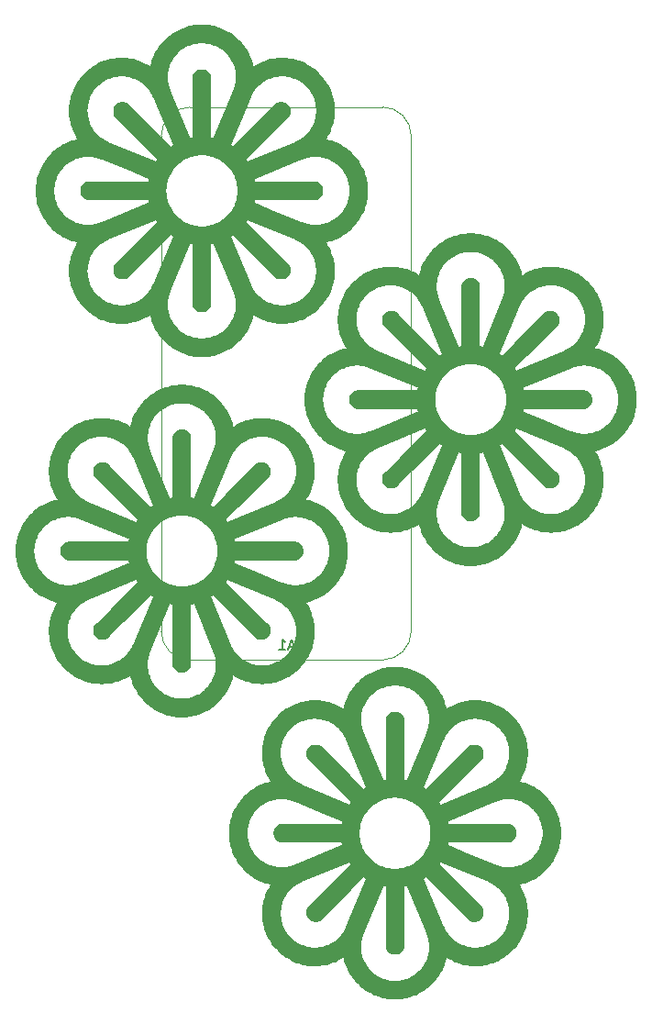
<source format=gbr>
%TF.GenerationSoftware,KiCad,Pcbnew,7.0.7*%
%TF.CreationDate,2024-05-20T11:42:57-06:00*%
%TF.ProjectId,KindFlowerPCB,4b696e64-466c-46f7-9765-725043422e6b,rev?*%
%TF.SameCoordinates,Original*%
%TF.FileFunction,Legend,Bot*%
%TF.FilePolarity,Positive*%
%FSLAX46Y46*%
G04 Gerber Fmt 4.6, Leading zero omitted, Abs format (unit mm)*
G04 Created by KiCad (PCBNEW 7.0.7) date 2024-05-20 11:42:57*
%MOMM*%
%LPD*%
G01*
G04 APERTURE LIST*
%ADD10C,0.705554*%
%ADD11C,0.150000*%
%ADD12C,0.120000*%
G04 APERTURE END LIST*
D10*
X168386299Y-150942731D02*
X168381040Y-151147935D01*
X168366538Y-151352774D01*
X168342791Y-151556909D01*
X168309801Y-151759996D01*
X168267566Y-151961696D01*
X168216088Y-152161668D01*
X168155365Y-152359570D01*
X168085399Y-152555062D01*
X168006188Y-152747802D01*
X167917734Y-152937450D01*
X167820036Y-153123664D01*
X167713093Y-153306103D01*
X167596907Y-153484427D01*
X167471477Y-153658294D01*
X167336803Y-153827363D01*
X167551589Y-153851797D01*
X167763231Y-153886143D01*
X167971488Y-153930163D01*
X168176119Y-153983615D01*
X168376883Y-154046260D01*
X168573539Y-154117857D01*
X168765846Y-154198167D01*
X168953563Y-154286949D01*
X169136449Y-154383963D01*
X169314264Y-154488969D01*
X169486765Y-154601727D01*
X169653713Y-154721997D01*
X169814866Y-154849538D01*
X169969983Y-154984111D01*
X170118823Y-155125475D01*
X170261146Y-155273391D01*
X170396710Y-155427618D01*
X170525274Y-155587916D01*
X170646598Y-155754044D01*
X170760440Y-155925764D01*
X170866560Y-156102834D01*
X170964716Y-156285015D01*
X171054667Y-156472066D01*
X171136173Y-156663748D01*
X171208993Y-156859820D01*
X171272885Y-157060042D01*
X171327609Y-157264174D01*
X171372923Y-157471976D01*
X171408587Y-157683208D01*
X171434359Y-157897629D01*
X171450000Y-158115000D01*
X171455267Y-158335080D01*
X171455255Y-158335584D01*
X171449999Y-158555160D01*
X171434357Y-158772530D01*
X171408582Y-158986951D01*
X171372915Y-159198183D01*
X171327597Y-159405985D01*
X171272868Y-159610117D01*
X171208971Y-159810339D01*
X171136146Y-160006410D01*
X171054634Y-160198092D01*
X170964677Y-160385144D01*
X170866515Y-160567324D01*
X170760389Y-160744395D01*
X170646541Y-160916115D01*
X170525212Y-161082243D01*
X170396643Y-161242541D01*
X170261074Y-161396768D01*
X170118747Y-161544684D01*
X169969903Y-161686049D01*
X169814783Y-161820622D01*
X169653628Y-161948163D01*
X169486680Y-162068433D01*
X169314178Y-162181191D01*
X169136365Y-162286197D01*
X168953482Y-162383211D01*
X168765769Y-162471993D01*
X168573467Y-162552303D01*
X168376819Y-162623901D01*
X168176064Y-162686545D01*
X167971444Y-162739998D01*
X167763199Y-162784017D01*
X167551572Y-162818364D01*
X167336803Y-162842797D01*
X167471476Y-163011881D01*
X167596904Y-163185763D01*
X167713089Y-163364101D01*
X167820030Y-163546553D01*
X167917727Y-163732780D01*
X168006180Y-163922440D01*
X168085390Y-164115191D01*
X168155355Y-164310693D01*
X168216077Y-164508605D01*
X168267555Y-164708586D01*
X168309789Y-164910294D01*
X168342779Y-165113389D01*
X168366525Y-165317528D01*
X168381027Y-165522373D01*
X168386286Y-165727580D01*
X168386004Y-165742088D01*
X168382300Y-165932810D01*
X168369071Y-166137720D01*
X168346598Y-166341971D01*
X168314881Y-166545220D01*
X168273920Y-166747128D01*
X168223715Y-166947352D01*
X168164266Y-167145552D01*
X168095573Y-167341386D01*
X168017637Y-167534514D01*
X167930456Y-167724594D01*
X167834032Y-167911286D01*
X167728363Y-168094248D01*
X167613451Y-168273139D01*
X167489295Y-168447618D01*
X167355895Y-168617345D01*
X167213251Y-168781977D01*
X167061363Y-168941174D01*
X166902143Y-169093064D01*
X166737490Y-169235710D01*
X166567744Y-169369112D01*
X166393248Y-169493270D01*
X166214341Y-169608183D01*
X166031366Y-169713853D01*
X165844662Y-169810278D01*
X165654571Y-169897460D01*
X165461435Y-169975398D01*
X165265593Y-170044091D01*
X165067388Y-170103541D01*
X164867160Y-170153746D01*
X164665250Y-170194707D01*
X164461999Y-170226425D01*
X164257748Y-170248898D01*
X164052839Y-170262128D01*
X163847612Y-170266113D01*
X163642408Y-170260854D01*
X163437568Y-170246352D01*
X163233434Y-170222605D01*
X163030347Y-170189615D01*
X162828646Y-170147380D01*
X162628675Y-170095901D01*
X162430772Y-170035179D01*
X162235281Y-169965212D01*
X162042540Y-169886002D01*
X161852893Y-169797547D01*
X161666679Y-169699848D01*
X161484240Y-169592906D01*
X161305916Y-169476719D01*
X161132049Y-169351289D01*
X160962980Y-169216615D01*
X160938546Y-169431401D01*
X160904200Y-169643043D01*
X160860180Y-169851300D01*
X160806728Y-170055931D01*
X160744084Y-170256695D01*
X160672486Y-170453351D01*
X160592177Y-170645658D01*
X160503395Y-170833376D01*
X160406381Y-171016262D01*
X160301375Y-171194076D01*
X160188617Y-171366578D01*
X160068347Y-171533526D01*
X159940806Y-171694679D01*
X159806233Y-171849796D01*
X159664868Y-171998636D01*
X159516953Y-172140959D01*
X159362726Y-172276523D01*
X159202428Y-172405088D01*
X159036299Y-172526411D01*
X158864580Y-172640254D01*
X158687510Y-172746373D01*
X158505329Y-172844529D01*
X158318277Y-172934481D01*
X158126596Y-173015987D01*
X157930524Y-173088806D01*
X157730302Y-173152698D01*
X157526170Y-173207422D01*
X157318368Y-173252736D01*
X157107136Y-173288400D01*
X156892715Y-173314173D01*
X156675345Y-173329813D01*
X156455265Y-173335080D01*
X156235185Y-173329812D01*
X156017814Y-173314171D01*
X155803393Y-173288396D01*
X155592162Y-173252728D01*
X155384360Y-173207410D01*
X155180228Y-173152682D01*
X154980006Y-173088785D01*
X154783934Y-173015960D01*
X154592253Y-172934448D01*
X154405201Y-172844491D01*
X154223020Y-172746329D01*
X154045950Y-172640203D01*
X153874230Y-172526355D01*
X153708101Y-172405026D01*
X153547803Y-172276456D01*
X153393576Y-172140888D01*
X153245660Y-171998561D01*
X153104296Y-171849717D01*
X152969723Y-171694597D01*
X152842181Y-171533442D01*
X152721912Y-171366493D01*
X152609154Y-171193992D01*
X152504147Y-171016179D01*
X152407133Y-170833295D01*
X152318351Y-170645582D01*
X152238041Y-170453280D01*
X152166444Y-170256632D01*
X152103799Y-170055876D01*
X152050347Y-169851256D01*
X152006328Y-169643012D01*
X151971981Y-169431384D01*
X151947548Y-169216615D01*
X151778463Y-169351288D01*
X151604582Y-169476717D01*
X151426244Y-169592902D01*
X151243791Y-169699843D01*
X151057565Y-169797541D01*
X150867905Y-169885994D01*
X150675153Y-169965204D01*
X150479651Y-170035170D01*
X150281739Y-170095891D01*
X150081758Y-170147369D01*
X149880050Y-170189603D01*
X149676956Y-170222593D01*
X149472816Y-170246340D01*
X149267971Y-170260842D01*
X149062764Y-170266100D01*
X148857534Y-170262115D01*
X148652623Y-170248885D01*
X148448372Y-170226412D01*
X148245123Y-170194695D01*
X148043215Y-170153734D01*
X147842991Y-170103529D01*
X147644791Y-170044080D01*
X147448956Y-169975387D01*
X147255828Y-169897450D01*
X147065747Y-169810269D01*
X146879055Y-169713844D01*
X146696092Y-169608176D01*
X146517200Y-169493263D01*
X146342721Y-169369107D01*
X146172994Y-169235707D01*
X146008361Y-169093063D01*
X145849163Y-168941174D01*
X145697274Y-168781954D01*
X145554628Y-168617301D01*
X145421227Y-168447556D01*
X145297070Y-168273060D01*
X145182157Y-168094154D01*
X145076488Y-167911178D01*
X144980062Y-167724475D01*
X144892881Y-167534385D01*
X144814944Y-167341248D01*
X144746251Y-167145407D01*
X144686802Y-166947202D01*
X144636597Y-166746974D01*
X144595635Y-166545064D01*
X144563918Y-166341813D01*
X144541445Y-166137563D01*
X144528216Y-165932654D01*
X144524520Y-165742339D01*
X145558281Y-165742339D01*
X145562270Y-165909863D01*
X145574238Y-166077080D01*
X145594184Y-166243677D01*
X145622109Y-166409344D01*
X145658012Y-166573769D01*
X145701894Y-166736642D01*
X145753754Y-166897649D01*
X145813593Y-167056481D01*
X145881410Y-167212825D01*
X145957206Y-167366370D01*
X146040980Y-167516806D01*
X146132732Y-167663820D01*
X146232464Y-167807101D01*
X146340173Y-167946338D01*
X146455862Y-168081220D01*
X146579528Y-168211434D01*
X146709753Y-168335101D01*
X146844644Y-168450790D01*
X146983889Y-168558500D01*
X147127178Y-168658231D01*
X147274198Y-168749984D01*
X147424639Y-168833759D01*
X147578189Y-168909555D01*
X147734536Y-168977372D01*
X147893371Y-169037211D01*
X148054380Y-169089072D01*
X148217253Y-169132953D01*
X148381679Y-169168857D01*
X148547346Y-169196782D01*
X148713943Y-169216728D01*
X148881158Y-169228696D01*
X149048680Y-169232685D01*
X149216199Y-169228696D01*
X149383402Y-169216728D01*
X149549978Y-169196782D01*
X149715616Y-169168857D01*
X149880005Y-169132953D01*
X150042832Y-169089072D01*
X150203788Y-169037211D01*
X150362561Y-168977372D01*
X150518838Y-168909555D01*
X150672310Y-168833759D01*
X150714824Y-168810071D01*
X152963779Y-168810071D01*
X152968326Y-168989602D01*
X152981822Y-169166791D01*
X153004045Y-169341420D01*
X153034776Y-169513266D01*
X153073794Y-169682111D01*
X153120879Y-169847733D01*
X153175810Y-170009913D01*
X153238369Y-170168430D01*
X153308334Y-170323065D01*
X153385485Y-170473596D01*
X153469602Y-170619804D01*
X153560465Y-170761469D01*
X153657853Y-170898370D01*
X153761547Y-171030287D01*
X153871326Y-171157000D01*
X153986970Y-171278288D01*
X154108258Y-171393932D01*
X154234971Y-171503711D01*
X154366887Y-171607405D01*
X154503788Y-171704793D01*
X154645453Y-171795656D01*
X154791661Y-171879773D01*
X154942193Y-171956925D01*
X155096827Y-172026890D01*
X155255345Y-172089448D01*
X155417525Y-172144380D01*
X155583147Y-172191465D01*
X155751992Y-172230483D01*
X155923839Y-172261214D01*
X156098467Y-172283437D01*
X156275657Y-172296933D01*
X156455188Y-172301480D01*
X156634720Y-172296933D01*
X156811910Y-172283438D01*
X156986538Y-172261216D01*
X157158385Y-172230487D01*
X157327230Y-172191471D01*
X157492852Y-172144388D01*
X157655032Y-172089458D01*
X157813550Y-172026902D01*
X157968184Y-171956939D01*
X158118716Y-171879790D01*
X158264924Y-171795676D01*
X158406589Y-171704815D01*
X158543490Y-171607429D01*
X158675407Y-171503738D01*
X158802120Y-171393961D01*
X158923408Y-171278320D01*
X159039052Y-171157033D01*
X159148831Y-171030322D01*
X159252525Y-170898406D01*
X159349913Y-170761506D01*
X159440776Y-170619842D01*
X159524893Y-170473634D01*
X159602044Y-170323101D01*
X159672009Y-170168466D01*
X159734568Y-170009947D01*
X159789500Y-169847764D01*
X159836585Y-169682139D01*
X159875603Y-169513290D01*
X159906334Y-169341439D01*
X159928557Y-169166805D01*
X159942052Y-168989609D01*
X159946600Y-168810071D01*
X159945540Y-168724274D01*
X159942367Y-168638582D01*
X159937087Y-168553038D01*
X159929708Y-168467685D01*
X159920238Y-168382568D01*
X159908684Y-168297729D01*
X159895054Y-168213213D01*
X159879356Y-168129062D01*
X159861597Y-168045321D01*
X159841784Y-167962032D01*
X159819926Y-167879240D01*
X159796030Y-167796988D01*
X159770102Y-167715320D01*
X159742152Y-167634278D01*
X159712187Y-167553908D01*
X159680214Y-167474252D01*
X157748280Y-162808495D01*
X157653946Y-162834648D01*
X157558779Y-162858876D01*
X157462884Y-162881134D01*
X157366263Y-162901407D01*
X157268915Y-162919680D01*
X157170840Y-162935937D01*
X157072037Y-162950164D01*
X156972507Y-162962346D01*
X156972507Y-168680577D01*
X156971834Y-168707205D01*
X156969838Y-168733482D01*
X156966550Y-168759376D01*
X156962003Y-168784855D01*
X156956229Y-168809885D01*
X156949262Y-168834435D01*
X156941133Y-168858472D01*
X156931874Y-168881964D01*
X156921519Y-168904878D01*
X156910100Y-168927182D01*
X156897648Y-168948843D01*
X156884197Y-168969829D01*
X156869779Y-168990107D01*
X156854427Y-169009646D01*
X156838172Y-169028412D01*
X156821048Y-169046374D01*
X156803087Y-169063498D01*
X156784320Y-169079752D01*
X156764782Y-169095105D01*
X156744503Y-169109522D01*
X156723517Y-169122973D01*
X156701855Y-169135424D01*
X156679552Y-169146844D01*
X156656638Y-169157199D01*
X156633146Y-169166457D01*
X156609109Y-169174586D01*
X156584559Y-169181554D01*
X156559528Y-169187327D01*
X156534050Y-169191874D01*
X156508156Y-169195162D01*
X156481879Y-169197158D01*
X156455251Y-169197831D01*
X156428623Y-169197158D01*
X156402346Y-169195162D01*
X156376452Y-169191874D01*
X156350973Y-169187327D01*
X156325943Y-169181553D01*
X156301392Y-169174585D01*
X156277355Y-169166456D01*
X156253863Y-169157198D01*
X156230949Y-169146842D01*
X156208645Y-169135423D01*
X156186984Y-169122971D01*
X156165998Y-169109520D01*
X156145719Y-169095102D01*
X156126180Y-169079750D01*
X156107414Y-169063495D01*
X156089452Y-169046371D01*
X156072328Y-169028409D01*
X156056073Y-169009643D01*
X156040721Y-168990104D01*
X156026303Y-168969826D01*
X156012852Y-168948839D01*
X156000401Y-168927178D01*
X155988981Y-168904875D01*
X155978626Y-168881961D01*
X155969368Y-168858469D01*
X155961239Y-168834432D01*
X155954271Y-168809882D01*
X155948498Y-168784852D01*
X155943951Y-168759374D01*
X155940663Y-168733481D01*
X155938666Y-168707204D01*
X155937994Y-168680577D01*
X155937994Y-162962346D01*
X155838465Y-162950166D01*
X155739662Y-162935939D01*
X155641586Y-162919682D01*
X155544236Y-162901409D01*
X155447614Y-162881135D01*
X155351718Y-162858876D01*
X155256550Y-162834648D01*
X155162109Y-162808465D01*
X157748268Y-162808465D01*
X157748280Y-162808495D01*
X157748388Y-162808465D01*
X157748268Y-162808465D01*
X155162109Y-162808465D01*
X153230163Y-167474252D01*
X153198189Y-167553908D01*
X153168223Y-167634278D01*
X153140273Y-167715320D01*
X153114346Y-167796988D01*
X153090450Y-167879240D01*
X153068591Y-167962032D01*
X153048779Y-168045321D01*
X153031020Y-168129062D01*
X153015322Y-168213213D01*
X153001693Y-168297729D01*
X152990140Y-168382568D01*
X152980670Y-168467685D01*
X152973292Y-168553038D01*
X152968012Y-168638582D01*
X152964839Y-168724274D01*
X152963779Y-168810071D01*
X150714824Y-168810071D01*
X150822664Y-168749984D01*
X150969589Y-168658231D01*
X151112774Y-168558500D01*
X151251908Y-168450790D01*
X151386680Y-168335101D01*
X151516777Y-168211434D01*
X151576845Y-168149872D01*
X151635314Y-168086919D01*
X151692162Y-168022609D01*
X151747365Y-167956977D01*
X151800901Y-167890056D01*
X151852746Y-167821881D01*
X151902880Y-167752486D01*
X151951278Y-167681905D01*
X151997918Y-167610172D01*
X152042777Y-167537321D01*
X152085833Y-167463387D01*
X152127063Y-167388403D01*
X152166445Y-167312404D01*
X152203955Y-167235424D01*
X152239570Y-167157496D01*
X152273269Y-167078656D01*
X154206512Y-162411488D01*
X154206170Y-162411294D01*
X158704212Y-162411294D01*
X158704292Y-162411488D01*
X158868728Y-162808465D01*
X160637451Y-167078461D01*
X160671149Y-167157301D01*
X160706764Y-167235228D01*
X160744274Y-167312207D01*
X160783655Y-167388205D01*
X160824885Y-167463187D01*
X160867941Y-167537120D01*
X160912800Y-167609969D01*
X160959440Y-167681701D01*
X161007838Y-167752281D01*
X161057972Y-167821675D01*
X161109818Y-167889850D01*
X161163354Y-167956771D01*
X161218557Y-168022405D01*
X161275405Y-168086717D01*
X161333875Y-168149673D01*
X161393943Y-168211240D01*
X161524043Y-168334907D01*
X161658817Y-168450595D01*
X161797954Y-168558305D01*
X161941143Y-168658037D01*
X162088072Y-168749790D01*
X162196264Y-168810071D01*
X162238430Y-168833564D01*
X162391905Y-168909360D01*
X162548186Y-168977178D01*
X162706962Y-169037017D01*
X162867921Y-169088877D01*
X163030753Y-169132759D01*
X163195144Y-169168662D01*
X163360785Y-169196587D01*
X163527364Y-169216533D01*
X163694570Y-169228501D01*
X163862090Y-169232490D01*
X164029614Y-169228501D01*
X164196831Y-169216533D01*
X164363428Y-169196587D01*
X164529096Y-169168662D01*
X164693521Y-169132759D01*
X164856393Y-169088877D01*
X165017401Y-169037017D01*
X165176233Y-168977178D01*
X165332577Y-168909360D01*
X165486123Y-168833564D01*
X165636559Y-168749790D01*
X165783573Y-168658037D01*
X165926855Y-168558305D01*
X166066093Y-168450595D01*
X166200975Y-168334907D01*
X166331190Y-168211240D01*
X166454857Y-168081015D01*
X166570545Y-167946124D01*
X166678255Y-167806879D01*
X166777986Y-167663590D01*
X166869739Y-167516570D01*
X166953514Y-167366129D01*
X167029309Y-167212579D01*
X167097127Y-167056232D01*
X167156966Y-166897398D01*
X167208826Y-166736388D01*
X167252708Y-166573515D01*
X167288611Y-166409089D01*
X167316536Y-166243422D01*
X167336482Y-166076826D01*
X167348450Y-165909610D01*
X167352439Y-165742088D01*
X167348450Y-165574569D01*
X167336482Y-165407366D01*
X167316536Y-165240790D01*
X167288611Y-165075152D01*
X167252708Y-164910763D01*
X167208826Y-164747936D01*
X167156966Y-164586980D01*
X167097127Y-164428208D01*
X167029309Y-164271930D01*
X166953514Y-164118458D01*
X166869739Y-163968104D01*
X166777986Y-163821179D01*
X166678255Y-163677994D01*
X166570545Y-163538860D01*
X166454857Y-163404089D01*
X166331190Y-163273991D01*
X166269628Y-163213924D01*
X166206674Y-163155455D01*
X166142365Y-163098608D01*
X166076732Y-163043405D01*
X166009812Y-162989869D01*
X165941636Y-162938023D01*
X165872241Y-162887890D01*
X165801660Y-162839492D01*
X165729927Y-162792852D01*
X165657076Y-162747993D01*
X165583142Y-162704937D01*
X165508158Y-162663707D01*
X165432159Y-162624326D01*
X165355179Y-162586816D01*
X165277252Y-162551201D01*
X165198412Y-162517503D01*
X160531312Y-160584291D01*
X160482521Y-160670322D01*
X160431818Y-160755437D01*
X160379357Y-160839369D01*
X160325169Y-160922073D01*
X160269285Y-161003503D01*
X160211734Y-161083615D01*
X160152546Y-161162363D01*
X160091753Y-161239701D01*
X164136837Y-165284783D01*
X164155158Y-165304058D01*
X164172297Y-165324029D01*
X164188254Y-165344649D01*
X164203028Y-165365873D01*
X164216621Y-165387654D01*
X164229032Y-165409946D01*
X164240261Y-165432702D01*
X164250307Y-165455876D01*
X164259172Y-165479421D01*
X164266854Y-165503291D01*
X164273355Y-165527439D01*
X164278674Y-165551819D01*
X164282810Y-165576386D01*
X164285765Y-165601091D01*
X164287538Y-165625889D01*
X164288128Y-165650734D01*
X164287537Y-165675579D01*
X164285764Y-165700378D01*
X164282808Y-165725083D01*
X164278671Y-165749650D01*
X164273352Y-165774030D01*
X164266851Y-165798179D01*
X164259168Y-165822050D01*
X164250303Y-165845595D01*
X164240257Y-165868769D01*
X164229028Y-165891526D01*
X164216617Y-165913818D01*
X164203025Y-165935600D01*
X164188251Y-165956825D01*
X164172295Y-165977446D01*
X164155157Y-165997418D01*
X164136837Y-166016694D01*
X164117562Y-166035015D01*
X164097592Y-166052154D01*
X164076971Y-166068111D01*
X164055747Y-166082886D01*
X164033966Y-166096479D01*
X164011674Y-166108890D01*
X163988919Y-166120119D01*
X163965745Y-166130166D01*
X163942200Y-166139031D01*
X163918330Y-166146714D01*
X163894182Y-166153215D01*
X163869801Y-166158534D01*
X163845235Y-166162671D01*
X163820529Y-166165626D01*
X163795731Y-166167400D01*
X163770886Y-166167991D01*
X163746041Y-166167400D01*
X163721243Y-166165626D01*
X163696537Y-166162671D01*
X163671971Y-166158534D01*
X163647590Y-166153215D01*
X163623441Y-166146714D01*
X163599571Y-166139031D01*
X163576025Y-166130166D01*
X163552851Y-166120119D01*
X163530094Y-166108890D01*
X163507802Y-166096479D01*
X163486020Y-166082886D01*
X163464795Y-166068111D01*
X163444173Y-166052154D01*
X163424202Y-166035015D01*
X163404926Y-166016694D01*
X159359846Y-161971612D01*
X159282500Y-162032409D01*
X159203748Y-162091599D01*
X159123634Y-162149152D01*
X159042203Y-162205037D01*
X158959501Y-162259224D01*
X158875571Y-162311683D01*
X158790460Y-162362383D01*
X158704212Y-162411294D01*
X154206170Y-162411294D01*
X154120259Y-162362574D01*
X154035144Y-162311871D01*
X153951211Y-162259410D01*
X153868506Y-162205223D01*
X153787075Y-162149338D01*
X153706962Y-162091787D01*
X153628214Y-162032600D01*
X153550876Y-161971806D01*
X149505794Y-166016888D01*
X149486520Y-166035209D01*
X149466549Y-166052348D01*
X149445929Y-166068305D01*
X149424705Y-166083080D01*
X149402924Y-166096673D01*
X149380633Y-166109084D01*
X149357877Y-166120313D01*
X149334704Y-166130359D01*
X149311159Y-166139224D01*
X149287289Y-166146907D01*
X149263141Y-166153407D01*
X149238761Y-166158726D01*
X149214195Y-166162863D01*
X149189489Y-166165817D01*
X149164691Y-166167590D01*
X149139846Y-166168181D01*
X149115002Y-166167590D01*
X149090203Y-166165816D01*
X149065498Y-166162861D01*
X149040931Y-166158724D01*
X149016551Y-166153405D01*
X148992402Y-166146904D01*
X148968532Y-166139221D01*
X148944986Y-166130356D01*
X148921812Y-166120309D01*
X148899055Y-166109081D01*
X148876763Y-166096670D01*
X148854981Y-166083077D01*
X148833756Y-166068303D01*
X148813135Y-166052347D01*
X148793163Y-166035209D01*
X148773887Y-166016888D01*
X148755566Y-165997614D01*
X148738426Y-165977644D01*
X148722469Y-165957023D01*
X148707694Y-165935799D01*
X148694100Y-165914018D01*
X148681689Y-165891727D01*
X148670460Y-165868971D01*
X148660413Y-165845798D01*
X148651547Y-165822253D01*
X148643864Y-165798383D01*
X148637363Y-165774234D01*
X148632044Y-165749854D01*
X148627907Y-165725288D01*
X148624952Y-165700582D01*
X148623179Y-165675784D01*
X148622588Y-165650939D01*
X148623179Y-165626094D01*
X148624952Y-165601295D01*
X148627907Y-165576590D01*
X148632044Y-165552023D01*
X148637363Y-165527642D01*
X148643864Y-165503493D01*
X148651547Y-165479623D01*
X148660413Y-165456077D01*
X148670460Y-165432903D01*
X148681689Y-165410146D01*
X148694100Y-165387854D01*
X148707694Y-165366072D01*
X148722469Y-165344847D01*
X148738426Y-165324225D01*
X148755566Y-165304253D01*
X148773887Y-165284978D01*
X152818969Y-161239896D01*
X152758171Y-161162550D01*
X152698980Y-161083798D01*
X152641428Y-161003685D01*
X152585543Y-160922254D01*
X152531356Y-160839551D01*
X152478898Y-160755622D01*
X152428198Y-160670510D01*
X152379287Y-160584262D01*
X147712307Y-162517701D01*
X147633467Y-162551399D01*
X147555540Y-162587014D01*
X147478561Y-162624524D01*
X147402563Y-162663905D01*
X147327581Y-162705134D01*
X147253648Y-162748190D01*
X147180799Y-162793050D01*
X147109068Y-162839690D01*
X147038487Y-162888088D01*
X146969093Y-162938221D01*
X146900918Y-162990067D01*
X146833997Y-163043603D01*
X146768363Y-163098807D01*
X146704051Y-163155655D01*
X146641095Y-163214125D01*
X146579528Y-163274194D01*
X146455862Y-163404293D01*
X146340173Y-163539067D01*
X146232464Y-163678204D01*
X146132732Y-163821392D01*
X146040980Y-163968321D01*
X145957206Y-164118679D01*
X145881410Y-164272154D01*
X145813593Y-164428435D01*
X145753754Y-164587211D01*
X145701894Y-164748170D01*
X145658012Y-164911001D01*
X145622109Y-165075393D01*
X145594184Y-165241034D01*
X145574238Y-165407613D01*
X145562270Y-165574819D01*
X145558281Y-165742339D01*
X144524520Y-165742339D01*
X144524230Y-165727427D01*
X144529489Y-165522223D01*
X144543992Y-165317384D01*
X144567738Y-165113250D01*
X144600729Y-164910163D01*
X144642963Y-164708463D01*
X144694442Y-164508491D01*
X144755164Y-164310589D01*
X144825131Y-164115097D01*
X144904341Y-163922357D01*
X144992795Y-163732710D01*
X145090494Y-163546496D01*
X145197436Y-163364057D01*
X145313622Y-163185733D01*
X145439052Y-163011866D01*
X145573726Y-162842797D01*
X145358940Y-162818364D01*
X145147298Y-162784017D01*
X144939041Y-162739998D01*
X144734410Y-162686546D01*
X144533646Y-162623901D01*
X144336990Y-162552304D01*
X144144683Y-162471994D01*
X143956966Y-162383212D01*
X143774080Y-162286198D01*
X143596265Y-162181192D01*
X143423764Y-162068434D01*
X143256816Y-161948164D01*
X143095664Y-161820623D01*
X142940547Y-161686050D01*
X142791706Y-161544685D01*
X142649384Y-161396770D01*
X142513820Y-161242543D01*
X142385256Y-161082245D01*
X142263932Y-160916116D01*
X142150090Y-160744397D01*
X142043970Y-160567326D01*
X141945815Y-160385145D01*
X141855863Y-160198094D01*
X141774357Y-160006412D01*
X141701538Y-159810340D01*
X141637646Y-159610118D01*
X141582922Y-159405986D01*
X141537608Y-159198184D01*
X141501944Y-158986952D01*
X141476172Y-158772531D01*
X141460532Y-158555160D01*
X141455280Y-158335708D01*
X142489017Y-158335708D01*
X142493564Y-158515238D01*
X142507059Y-158692428D01*
X142529281Y-158867056D01*
X142560010Y-159038903D01*
X142599027Y-159207747D01*
X142646110Y-159373370D01*
X142701039Y-159535550D01*
X142763596Y-159694067D01*
X142833558Y-159848702D01*
X142910707Y-159999233D01*
X142994822Y-160145441D01*
X143085682Y-160287106D01*
X143183068Y-160424007D01*
X143286759Y-160555924D01*
X143396536Y-160682636D01*
X143512178Y-160803925D01*
X143633464Y-160919569D01*
X143760175Y-161029348D01*
X143892091Y-161133041D01*
X144028991Y-161230430D01*
X144170655Y-161321293D01*
X144316864Y-161405410D01*
X144467396Y-161482561D01*
X144622032Y-161552526D01*
X144780551Y-161615085D01*
X144942733Y-161670017D01*
X145108359Y-161717102D01*
X145277207Y-161756120D01*
X145449058Y-161786851D01*
X145623692Y-161809074D01*
X145800888Y-161822569D01*
X145980426Y-161827117D01*
X146066223Y-161826057D01*
X146151915Y-161822884D01*
X146237459Y-161817604D01*
X146322811Y-161810225D01*
X146407928Y-161800755D01*
X146492767Y-161789202D01*
X146577283Y-161775572D01*
X146661434Y-161759874D01*
X146745175Y-161742115D01*
X146828463Y-161722302D01*
X146911255Y-161700444D01*
X146993507Y-161676548D01*
X147075176Y-161650620D01*
X147156218Y-161622670D01*
X147236589Y-161592704D01*
X147316246Y-161560731D01*
X151982002Y-159628798D01*
X151982032Y-159628909D01*
X151982032Y-159628785D01*
X151982002Y-159628798D01*
X151955850Y-159534468D01*
X151931622Y-159439300D01*
X151909364Y-159343405D01*
X151889092Y-159246784D01*
X151870819Y-159149436D01*
X151854561Y-159051360D01*
X151840334Y-158952557D01*
X151828151Y-158853026D01*
X146109916Y-158853026D01*
X146083288Y-158852353D01*
X146057011Y-158850357D01*
X146031117Y-158847069D01*
X146005639Y-158842522D01*
X145980608Y-158836748D01*
X145956058Y-158829780D01*
X145932021Y-158821650D01*
X145908530Y-158812392D01*
X145885616Y-158802036D01*
X145863312Y-158790616D01*
X145841651Y-158778165D01*
X145820665Y-158764713D01*
X145800386Y-158750295D01*
X145780847Y-158734942D01*
X145762081Y-158718687D01*
X145744120Y-158701563D01*
X145726996Y-158683601D01*
X145710741Y-158664834D01*
X145695389Y-158645295D01*
X145680971Y-158625016D01*
X145667520Y-158604030D01*
X145655069Y-158582369D01*
X145643650Y-158560065D01*
X145633295Y-158537151D01*
X145624036Y-158513659D01*
X145615907Y-158489623D01*
X145608940Y-158465073D01*
X145603167Y-158440043D01*
X145598620Y-158414565D01*
X145595332Y-158388672D01*
X145593335Y-158362395D01*
X145592666Y-158335923D01*
X152833919Y-158335923D01*
X152838636Y-158522115D01*
X152852633Y-158705880D01*
X152875682Y-158886988D01*
X152907555Y-159065213D01*
X152948024Y-159240324D01*
X152996859Y-159412095D01*
X153053833Y-159580296D01*
X153072970Y-159628785D01*
X153118717Y-159744698D01*
X153191282Y-159905075D01*
X153271301Y-160061196D01*
X153358544Y-160212834D01*
X153452784Y-160359760D01*
X153553791Y-160501746D01*
X153661338Y-160638563D01*
X153775195Y-160769983D01*
X153895135Y-160895777D01*
X154020930Y-161015717D01*
X154152350Y-161129575D01*
X154289167Y-161237122D01*
X154431152Y-161338129D01*
X154578078Y-161432368D01*
X154729716Y-161519612D01*
X154885837Y-161599630D01*
X155046214Y-161672196D01*
X155210617Y-161737080D01*
X155378817Y-161794054D01*
X155550588Y-161842889D01*
X155725700Y-161883358D01*
X155903924Y-161915231D01*
X156085033Y-161938280D01*
X156268798Y-161952277D01*
X156454990Y-161956994D01*
X156641177Y-161952277D01*
X156824937Y-161938280D01*
X157006042Y-161915231D01*
X157184263Y-161883358D01*
X157359372Y-161842889D01*
X157531140Y-161794054D01*
X157699340Y-161737080D01*
X157863741Y-161672196D01*
X158024116Y-161599630D01*
X158180237Y-161519612D01*
X158331875Y-161432368D01*
X158478801Y-161338129D01*
X158620787Y-161237122D01*
X158757605Y-161129575D01*
X158889026Y-161015717D01*
X159014821Y-160895777D01*
X159134763Y-160769983D01*
X159248622Y-160638563D01*
X159291306Y-160584262D01*
X160531242Y-160584262D01*
X160531312Y-160584291D01*
X160531437Y-160584071D01*
X160531242Y-160584262D01*
X159291306Y-160584262D01*
X159356170Y-160501746D01*
X159457179Y-160359760D01*
X159551421Y-160212834D01*
X159638666Y-160061196D01*
X159718686Y-159905075D01*
X159791253Y-159744698D01*
X159856139Y-159580296D01*
X159913114Y-159412095D01*
X159961951Y-159240324D01*
X160002421Y-159065213D01*
X160034295Y-158886988D01*
X160057345Y-158705880D01*
X160071342Y-158522115D01*
X160076059Y-158335923D01*
X160071342Y-158149731D01*
X160057345Y-157965966D01*
X160034296Y-157784858D01*
X160002423Y-157606633D01*
X159961954Y-157431522D01*
X159913119Y-157259751D01*
X159856145Y-157091550D01*
X159836788Y-157042504D01*
X160927946Y-157042504D01*
X160927977Y-157042491D01*
X160954130Y-157136823D01*
X160978358Y-157231992D01*
X161000617Y-157327887D01*
X161020891Y-157424508D01*
X161039164Y-157521857D01*
X161055422Y-157619933D01*
X161069648Y-157718736D01*
X161081829Y-157818267D01*
X166800062Y-157818267D01*
X166826690Y-157818939D01*
X166852967Y-157820936D01*
X166878861Y-157824224D01*
X166904339Y-157828771D01*
X166929370Y-157834545D01*
X166953920Y-157841513D01*
X166977957Y-157849642D01*
X167001449Y-157858901D01*
X167024363Y-157869257D01*
X167046667Y-157880677D01*
X167068329Y-157893128D01*
X167089315Y-157906580D01*
X167109594Y-157920998D01*
X167129132Y-157936351D01*
X167147899Y-157952606D01*
X167165860Y-157969730D01*
X167182985Y-157987692D01*
X167199239Y-158006459D01*
X167214592Y-158025998D01*
X167229010Y-158046276D01*
X167242460Y-158067263D01*
X167254912Y-158088924D01*
X167266331Y-158111228D01*
X167276687Y-158134142D01*
X167285945Y-158157634D01*
X167294074Y-158181670D01*
X167301042Y-158206220D01*
X167306815Y-158231250D01*
X167311362Y-158256728D01*
X167314650Y-158282621D01*
X167316647Y-158308898D01*
X167317320Y-158335524D01*
X167317309Y-158335923D01*
X167316647Y-158362152D01*
X167314650Y-158388429D01*
X167311362Y-158414323D01*
X167306815Y-158439801D01*
X167301041Y-158464832D01*
X167294073Y-158489382D01*
X167285944Y-158513419D01*
X167276685Y-158536911D01*
X167266329Y-158559825D01*
X167254910Y-158582129D01*
X167242458Y-158603790D01*
X167229007Y-158624776D01*
X167214588Y-158645055D01*
X167199236Y-158664593D01*
X167182981Y-158683360D01*
X167165856Y-158701321D01*
X167147894Y-158718445D01*
X167129128Y-158734700D01*
X167109589Y-158750052D01*
X167089310Y-158764470D01*
X167068323Y-158777921D01*
X167046662Y-158790373D01*
X167024358Y-158801792D01*
X167001444Y-158812147D01*
X166977953Y-158821406D01*
X166953916Y-158829535D01*
X166929366Y-158836502D01*
X166904336Y-158842276D01*
X166878858Y-158846823D01*
X166852965Y-158850111D01*
X166826689Y-158852107D01*
X166800062Y-158852780D01*
X161081829Y-158852780D01*
X161069648Y-158952310D01*
X161055421Y-159051114D01*
X161039163Y-159149190D01*
X161020890Y-159246539D01*
X161000616Y-159343162D01*
X160978357Y-159439056D01*
X160954129Y-159534224D01*
X160927946Y-159628663D01*
X163235328Y-160584071D01*
X165593734Y-161560607D01*
X165673391Y-161592581D01*
X165753762Y-161622547D01*
X165834804Y-161650497D01*
X165916473Y-161676424D01*
X165998725Y-161700321D01*
X166081518Y-161722179D01*
X166164806Y-161741992D01*
X166248548Y-161759751D01*
X166332698Y-161775449D01*
X166417215Y-161789078D01*
X166502053Y-161800632D01*
X166587170Y-161810102D01*
X166672523Y-161817480D01*
X166758066Y-161822760D01*
X166843758Y-161825933D01*
X166929554Y-161826993D01*
X167109085Y-161822445D01*
X167286275Y-161808950D01*
X167460903Y-161786727D01*
X167632750Y-161755996D01*
X167801594Y-161716978D01*
X167967217Y-161669893D01*
X168129397Y-161614961D01*
X168287914Y-161552403D01*
X168442549Y-161482438D01*
X168593080Y-161405287D01*
X168739289Y-161321170D01*
X168880953Y-161230307D01*
X169017854Y-161132918D01*
X169149771Y-161029225D01*
X169276484Y-160919446D01*
X169397773Y-160803802D01*
X169513416Y-160682514D01*
X169623195Y-160555801D01*
X169726889Y-160423884D01*
X169824278Y-160286984D01*
X169915141Y-160145319D01*
X169999258Y-159999111D01*
X170076409Y-159848579D01*
X170146374Y-159693945D01*
X170208933Y-159535427D01*
X170263865Y-159373247D01*
X170310950Y-159207625D01*
X170349968Y-159038780D01*
X170380699Y-158866933D01*
X170402922Y-158692305D01*
X170416417Y-158515115D01*
X170420965Y-158335584D01*
X170416418Y-158156052D01*
X170402923Y-157978863D01*
X170380701Y-157804234D01*
X170349972Y-157632388D01*
X170310955Y-157463543D01*
X170263872Y-157297920D01*
X170208942Y-157135740D01*
X170146386Y-156977223D01*
X170076424Y-156822588D01*
X169999275Y-156672057D01*
X169915160Y-156525848D01*
X169824300Y-156384184D01*
X169726914Y-156247283D01*
X169623222Y-156115366D01*
X169513446Y-155988653D01*
X169397804Y-155867364D01*
X169276518Y-155751721D01*
X169149806Y-155641942D01*
X169017890Y-155538248D01*
X168880990Y-155440859D01*
X168739326Y-155349996D01*
X168593118Y-155265879D01*
X168442585Y-155188728D01*
X168287950Y-155118763D01*
X168129430Y-155056204D01*
X167967248Y-155001272D01*
X167801622Y-154954187D01*
X167632774Y-154915169D01*
X167460922Y-154884438D01*
X167286288Y-154862215D01*
X167109092Y-154848720D01*
X166929554Y-154844172D01*
X166843758Y-154845232D01*
X166758066Y-154848405D01*
X166672522Y-154853685D01*
X166587170Y-154861064D01*
X166502053Y-154870534D01*
X166417214Y-154882088D01*
X166332698Y-154895718D01*
X166248547Y-154911416D01*
X166164805Y-154929175D01*
X166081517Y-154948988D01*
X165998725Y-154970846D01*
X165916472Y-154994742D01*
X165834804Y-155020669D01*
X165753762Y-155048620D01*
X165673391Y-155078585D01*
X165593734Y-155110558D01*
X160927977Y-157042491D01*
X160927946Y-157042380D01*
X160927946Y-157042504D01*
X159836788Y-157042504D01*
X159791261Y-156927148D01*
X159718696Y-156766771D01*
X159638677Y-156610650D01*
X159551434Y-156459012D01*
X159457195Y-156312086D01*
X159356187Y-156170100D01*
X159248641Y-156033283D01*
X159134783Y-155901863D01*
X159014843Y-155776069D01*
X158889049Y-155656129D01*
X158757629Y-155542271D01*
X158620812Y-155434725D01*
X158478826Y-155333717D01*
X158331900Y-155239478D01*
X158180263Y-155152234D01*
X158024141Y-155072216D01*
X157863765Y-154999650D01*
X157699363Y-154934766D01*
X157531162Y-154877792D01*
X157359391Y-154828957D01*
X157184280Y-154788488D01*
X157006055Y-154756615D01*
X156824947Y-154733566D01*
X156641182Y-154719569D01*
X156454990Y-154714852D01*
X156268822Y-154719569D01*
X156085079Y-154733566D01*
X155903989Y-154756615D01*
X155725780Y-154788488D01*
X155550681Y-154828957D01*
X155378921Y-154877792D01*
X155210728Y-154934766D01*
X155046331Y-154999650D01*
X154885959Y-155072216D01*
X154729840Y-155152234D01*
X154578202Y-155239478D01*
X154431275Y-155333717D01*
X154289286Y-155434725D01*
X154152465Y-155542271D01*
X154021040Y-155656129D01*
X153895240Y-155776069D01*
X153775293Y-155901863D01*
X153661428Y-156033283D01*
X153619414Y-156086728D01*
X153553873Y-156170100D01*
X153452857Y-156312086D01*
X153358609Y-156459012D01*
X153271357Y-156610650D01*
X153191330Y-156766771D01*
X153118756Y-156927148D01*
X153073174Y-157042628D01*
X153053864Y-157091550D01*
X152996883Y-157259751D01*
X152948041Y-157431522D01*
X152907567Y-157606633D01*
X152875689Y-157784858D01*
X152852636Y-157965966D01*
X152838636Y-158149731D01*
X152833919Y-158335923D01*
X145592666Y-158335923D01*
X145592662Y-158335769D01*
X145593335Y-158309141D01*
X145595332Y-158282864D01*
X145598620Y-158256970D01*
X145603167Y-158231492D01*
X145608941Y-158206461D01*
X145615908Y-158181911D01*
X145624038Y-158157874D01*
X145633296Y-158134382D01*
X145643652Y-158111468D01*
X145655071Y-158089164D01*
X145667523Y-158067503D01*
X145680974Y-158046517D01*
X145695392Y-158026238D01*
X145710745Y-158006700D01*
X145727000Y-157987933D01*
X145744124Y-157969972D01*
X145762086Y-157952847D01*
X145780852Y-157936593D01*
X145800391Y-157921240D01*
X145820670Y-157906823D01*
X145841656Y-157893372D01*
X145863317Y-157880920D01*
X145885621Y-157869501D01*
X145908534Y-157859146D01*
X145932026Y-157849887D01*
X145956063Y-157841758D01*
X145980612Y-157834790D01*
X146005642Y-157829017D01*
X146031120Y-157824470D01*
X146057013Y-157821182D01*
X146083289Y-157819185D01*
X146109916Y-157818513D01*
X151828151Y-157818513D01*
X151840332Y-157718984D01*
X151854558Y-157620181D01*
X151870816Y-157522104D01*
X151889089Y-157424755D01*
X151909362Y-157328132D01*
X151931621Y-157232236D01*
X151955849Y-157137068D01*
X151982032Y-157042628D01*
X149673964Y-156086934D01*
X152379085Y-156086934D01*
X152379134Y-156086882D01*
X152379185Y-156086831D01*
X152379287Y-156086728D01*
X152379218Y-156086699D01*
X152379085Y-156086934D01*
X149673964Y-156086934D01*
X147316246Y-155110682D01*
X147236589Y-155078708D01*
X147156219Y-155048742D01*
X147075178Y-155020792D01*
X146993509Y-154994865D01*
X146911257Y-154970968D01*
X146828465Y-154949110D01*
X146745177Y-154929297D01*
X146661435Y-154911538D01*
X146577285Y-154895840D01*
X146492768Y-154882211D01*
X146407929Y-154870657D01*
X146322812Y-154861188D01*
X146237459Y-154853809D01*
X146151915Y-154848529D01*
X146066223Y-154845356D01*
X145980426Y-154844296D01*
X145800895Y-154848844D01*
X145623706Y-154862339D01*
X145449078Y-154884562D01*
X145277231Y-154915293D01*
X145108387Y-154954311D01*
X144942764Y-155001396D01*
X144780584Y-155056328D01*
X144622067Y-155118886D01*
X144467432Y-155188852D01*
X144316901Y-155266003D01*
X144170693Y-155350120D01*
X144029028Y-155440983D01*
X143892127Y-155538371D01*
X143760210Y-155642065D01*
X143633497Y-155751844D01*
X143512209Y-155867488D01*
X143396565Y-155988776D01*
X143286786Y-156115489D01*
X143183093Y-156247406D01*
X143085704Y-156384307D01*
X142994841Y-156525972D01*
X142910724Y-156672180D01*
X142833573Y-156822711D01*
X142763608Y-156977346D01*
X142701049Y-157135864D01*
X142646117Y-157298044D01*
X142599032Y-157463666D01*
X142560014Y-157632511D01*
X142529283Y-157804358D01*
X142507060Y-157978986D01*
X142493565Y-158156176D01*
X142489017Y-158335708D01*
X141455280Y-158335708D01*
X141455265Y-158335080D01*
X141460532Y-158115000D01*
X141476174Y-157897630D01*
X141501949Y-157683209D01*
X141537616Y-157471977D01*
X141582934Y-157264175D01*
X141637663Y-157060044D01*
X141701560Y-156859822D01*
X141774385Y-156663750D01*
X141855896Y-156472068D01*
X141945854Y-156285017D01*
X142044016Y-156102836D01*
X142150141Y-155925766D01*
X142263989Y-155754046D01*
X142385318Y-155587917D01*
X142513888Y-155427619D01*
X142649457Y-155273392D01*
X142791783Y-155125477D01*
X142940627Y-154984112D01*
X143095747Y-154849539D01*
X143256902Y-154721998D01*
X143423850Y-154601728D01*
X143596352Y-154488970D01*
X143774164Y-154383963D01*
X143957048Y-154286949D01*
X144144761Y-154198167D01*
X144337062Y-154117857D01*
X144533711Y-154046260D01*
X144734466Y-153983615D01*
X144939086Y-153930163D01*
X145147330Y-153886143D01*
X145358957Y-153851797D01*
X145573726Y-153827363D01*
X145439054Y-153658279D01*
X145313625Y-153484397D01*
X145197440Y-153306059D01*
X145090499Y-153123607D01*
X144992802Y-152937380D01*
X144904348Y-152747720D01*
X144825139Y-152554969D01*
X144755173Y-152359467D01*
X144694452Y-152161555D01*
X144642974Y-151961574D01*
X144600740Y-151759866D01*
X144567750Y-151556772D01*
X144544004Y-151352632D01*
X144529501Y-151147787D01*
X144524243Y-150942580D01*
X144524509Y-150928901D01*
X145558091Y-150928901D01*
X145562080Y-151096419D01*
X145574048Y-151263622D01*
X145593994Y-151430199D01*
X145621919Y-151595837D01*
X145657822Y-151760225D01*
X145701704Y-151923053D01*
X145753565Y-152084009D01*
X145813403Y-152242781D01*
X145881221Y-152399059D01*
X145957017Y-152552530D01*
X146040791Y-152702884D01*
X146132544Y-152849809D01*
X146232276Y-152992995D01*
X146339986Y-153132128D01*
X146455674Y-153266899D01*
X146579342Y-153396996D01*
X146640903Y-153457064D01*
X146703856Y-153515533D01*
X146768165Y-153572381D01*
X146833798Y-153627584D01*
X146900718Y-153681119D01*
X146968893Y-153732965D01*
X147038289Y-153783098D01*
X147108870Y-153831496D01*
X147180603Y-153878136D01*
X147253454Y-153922996D01*
X147327388Y-153966051D01*
X147402372Y-154007281D01*
X147478371Y-154046662D01*
X147555350Y-154084172D01*
X147633277Y-154119787D01*
X147712116Y-154153485D01*
X152379218Y-156086699D01*
X152428001Y-156000681D01*
X152478704Y-155915566D01*
X152531165Y-155831633D01*
X152585352Y-155748929D01*
X152641236Y-155667498D01*
X152698787Y-155587386D01*
X152757974Y-155508638D01*
X152818767Y-155431300D01*
X148773685Y-151386218D01*
X148755364Y-151366943D01*
X148738225Y-151346973D01*
X148722268Y-151326352D01*
X148707493Y-151305128D01*
X148693900Y-151283347D01*
X148681490Y-151261056D01*
X148670261Y-151238300D01*
X148660214Y-151215127D01*
X148651350Y-151191582D01*
X148643667Y-151167712D01*
X148637166Y-151143563D01*
X148631848Y-151119183D01*
X148627711Y-151094617D01*
X148624756Y-151069911D01*
X148622983Y-151045113D01*
X148622393Y-151020268D01*
X148622984Y-150995423D01*
X148624757Y-150970625D01*
X148627712Y-150945919D01*
X148631850Y-150921353D01*
X148637169Y-150896972D01*
X148643670Y-150872823D01*
X148651353Y-150848953D01*
X148660217Y-150825407D01*
X148670264Y-150802233D01*
X148681493Y-150779476D01*
X148693904Y-150757184D01*
X148707496Y-150735402D01*
X148722271Y-150714177D01*
X148738227Y-150693555D01*
X148755365Y-150673583D01*
X148773685Y-150654307D01*
X148792959Y-150635986D01*
X148812930Y-150618847D01*
X148833550Y-150602890D01*
X148854774Y-150588115D01*
X148876555Y-150574522D01*
X148898846Y-150562111D01*
X148921602Y-150550882D01*
X148944775Y-150540835D01*
X148968320Y-150531970D01*
X148992190Y-150524287D01*
X149016338Y-150517786D01*
X149040719Y-150512467D01*
X149065285Y-150508330D01*
X149089990Y-150505375D01*
X149114788Y-150503602D01*
X149139633Y-150503011D01*
X149164478Y-150503602D01*
X149189277Y-150505375D01*
X149213982Y-150508330D01*
X149238549Y-150512467D01*
X149262930Y-150517786D01*
X149287079Y-150524287D01*
X149310949Y-150531970D01*
X149334495Y-150540835D01*
X149357669Y-150550882D01*
X149380426Y-150562111D01*
X149402718Y-150574522D01*
X149424501Y-150588115D01*
X149445726Y-150602890D01*
X149466348Y-150618847D01*
X149486320Y-150635986D01*
X149505596Y-150654307D01*
X153550678Y-154699389D01*
X153628023Y-154638592D01*
X153706775Y-154579401D01*
X153786888Y-154521849D01*
X153868319Y-154465964D01*
X153951021Y-154411777D01*
X154034950Y-154359319D01*
X154120061Y-154308619D01*
X154206310Y-154259707D01*
X154206156Y-154259335D01*
X158703687Y-154259335D01*
X158703784Y-154259433D01*
X158703832Y-154259481D01*
X158703880Y-154259530D01*
X158703909Y-154259461D01*
X158704343Y-154259707D01*
X158789939Y-154308251D01*
X158875053Y-154358954D01*
X158958985Y-154411414D01*
X159041689Y-154465601D01*
X159123120Y-154521485D01*
X159203232Y-154579036D01*
X159281979Y-154638223D01*
X159359317Y-154699015D01*
X163404401Y-150653935D01*
X163423676Y-150635614D01*
X163443647Y-150618475D01*
X163464267Y-150602518D01*
X163485491Y-150587744D01*
X163507272Y-150574151D01*
X163529564Y-150561740D01*
X163552319Y-150550511D01*
X163575493Y-150540465D01*
X163599038Y-150531600D01*
X163622908Y-150523917D01*
X163647056Y-150517417D01*
X163671437Y-150512098D01*
X163696003Y-150507962D01*
X163720709Y-150505007D01*
X163745507Y-150503234D01*
X163770352Y-150502644D01*
X163795197Y-150503235D01*
X163819995Y-150505008D01*
X163844701Y-150507963D01*
X163869267Y-150512101D01*
X163893648Y-150517420D01*
X163917797Y-150523921D01*
X163941667Y-150531604D01*
X163965213Y-150540468D01*
X163988387Y-150550515D01*
X164011144Y-150561744D01*
X164033436Y-150574154D01*
X164055218Y-150587747D01*
X164076443Y-150602521D01*
X164097065Y-150618477D01*
X164117036Y-150635615D01*
X164136312Y-150653935D01*
X164154633Y-150673210D01*
X164171773Y-150693180D01*
X164187730Y-150713801D01*
X164202505Y-150735025D01*
X164216098Y-150756806D01*
X164228509Y-150779097D01*
X164239739Y-150801853D01*
X164249786Y-150825027D01*
X164258651Y-150848572D01*
X164266334Y-150872441D01*
X164272835Y-150896590D01*
X164278154Y-150920970D01*
X164282291Y-150945536D01*
X164285246Y-150970242D01*
X164287019Y-150995040D01*
X164287610Y-151019885D01*
X164287019Y-151044730D01*
X164285246Y-151069528D01*
X164282291Y-151094234D01*
X164278154Y-151118800D01*
X164272835Y-151143181D01*
X164266334Y-151167330D01*
X164258651Y-151191200D01*
X164249786Y-151214746D01*
X164239739Y-151237920D01*
X164228509Y-151260677D01*
X164216098Y-151282969D01*
X164202505Y-151304751D01*
X164187730Y-151325976D01*
X164171773Y-151346598D01*
X164154633Y-151366570D01*
X164136312Y-151385846D01*
X160091228Y-155430928D01*
X160152026Y-155508273D01*
X160211216Y-155587025D01*
X160268769Y-155667139D01*
X160324653Y-155748570D01*
X160378840Y-155831272D01*
X160431299Y-155915201D01*
X160482000Y-156000312D01*
X160530912Y-156086560D01*
X165198080Y-154153317D01*
X165276919Y-154119620D01*
X165354846Y-154084005D01*
X165431825Y-154046496D01*
X165507822Y-154007115D01*
X165582804Y-153965885D01*
X165656737Y-153922829D01*
X165729586Y-153877970D01*
X165801317Y-153831330D01*
X165871897Y-153782932D01*
X165941291Y-153732798D01*
X166009466Y-153680952D01*
X166076388Y-153627416D01*
X166142021Y-153572213D01*
X166206333Y-153515366D01*
X166269289Y-153456897D01*
X166330856Y-153396828D01*
X166454523Y-153266729D01*
X166570211Y-153131955D01*
X166677921Y-152992817D01*
X166777653Y-152849629D01*
X166869405Y-152702700D01*
X166953180Y-152552342D01*
X167028976Y-152398867D01*
X167096793Y-152242586D01*
X167156632Y-152083810D01*
X167208492Y-151922851D01*
X167252374Y-151760019D01*
X167288277Y-151595627D01*
X167316202Y-151429986D01*
X167336148Y-151263408D01*
X167348116Y-151096202D01*
X167352105Y-150928682D01*
X167348116Y-150761158D01*
X167336148Y-150593941D01*
X167316202Y-150427343D01*
X167288277Y-150261676D01*
X167252374Y-150097251D01*
X167208492Y-149934379D01*
X167156632Y-149773371D01*
X167096793Y-149614539D01*
X167028976Y-149458195D01*
X166953180Y-149304649D01*
X166869405Y-149154213D01*
X166777653Y-149007199D01*
X166677921Y-148863917D01*
X166570211Y-148724679D01*
X166454523Y-148589797D01*
X166330856Y-148459582D01*
X166200631Y-148335915D01*
X166065741Y-148220227D01*
X165926495Y-148112517D01*
X165783207Y-148012786D01*
X165636187Y-147921033D01*
X165485747Y-147837258D01*
X165332197Y-147761463D01*
X165175849Y-147693645D01*
X165017015Y-147633806D01*
X164856006Y-147581946D01*
X164693133Y-147538064D01*
X164528707Y-147502161D01*
X164363040Y-147474236D01*
X164196444Y-147454290D01*
X164029228Y-147442322D01*
X163861706Y-147438333D01*
X163694188Y-147442322D01*
X163526985Y-147454290D01*
X163360409Y-147474236D01*
X163194771Y-147502161D01*
X163030382Y-147538064D01*
X162867554Y-147581946D01*
X162706599Y-147633806D01*
X162547827Y-147693645D01*
X162391549Y-147761463D01*
X162238078Y-147837258D01*
X162195616Y-147860917D01*
X162087724Y-147921033D01*
X161940798Y-148012786D01*
X161797613Y-148112517D01*
X161658480Y-148220227D01*
X161523709Y-148335915D01*
X161393612Y-148459582D01*
X161333543Y-148521144D01*
X161275074Y-148584097D01*
X161218227Y-148648407D01*
X161163024Y-148714040D01*
X161109489Y-148780960D01*
X161057643Y-148849136D01*
X161007510Y-148918531D01*
X160959112Y-148989112D01*
X160912472Y-149060845D01*
X160867612Y-149133696D01*
X160824556Y-149207630D01*
X160783327Y-149282614D01*
X160743946Y-149358613D01*
X160706436Y-149435593D01*
X160670821Y-149513520D01*
X160637123Y-149592360D01*
X158703909Y-154259461D01*
X158703687Y-154259335D01*
X154206156Y-154259335D01*
X154041788Y-153862525D01*
X155162138Y-153862525D01*
X155162260Y-153862525D01*
X155162247Y-153862494D01*
X155162138Y-153862525D01*
X154041788Y-153862525D01*
X152273067Y-149592540D01*
X152239448Y-149513657D01*
X152206114Y-149440377D01*
X152171103Y-149367970D01*
X152134437Y-149296461D01*
X152096136Y-149225874D01*
X152056221Y-149156235D01*
X152014713Y-149087568D01*
X151971633Y-149019897D01*
X151927001Y-148953248D01*
X151880838Y-148887643D01*
X151833165Y-148823109D01*
X151784003Y-148759669D01*
X151733373Y-148697349D01*
X151681296Y-148636172D01*
X151627791Y-148576164D01*
X151572881Y-148517348D01*
X151516586Y-148459750D01*
X151386486Y-148336083D01*
X151251711Y-148220395D01*
X151112574Y-148112685D01*
X150969385Y-148012953D01*
X150822456Y-147921201D01*
X150714259Y-147860917D01*
X152963928Y-147860917D01*
X152964987Y-147946713D01*
X152968161Y-148032404D01*
X152973441Y-148117948D01*
X152980820Y-148203300D01*
X152990290Y-148288418D01*
X153001844Y-148373256D01*
X153015474Y-148457773D01*
X153031172Y-148541924D01*
X153048932Y-148625665D01*
X153068744Y-148708954D01*
X153090603Y-148791746D01*
X153114500Y-148873998D01*
X153140427Y-148955667D01*
X153168377Y-149036709D01*
X153198342Y-149117079D01*
X153230316Y-149196736D01*
X155162247Y-153862494D01*
X155256579Y-153836341D01*
X155351747Y-153812112D01*
X155447641Y-153789853D01*
X155544263Y-153769579D01*
X155641611Y-153751306D01*
X155739686Y-153735049D01*
X155838490Y-153720822D01*
X155938020Y-153708642D01*
X155938020Y-147990409D01*
X155938693Y-147963781D01*
X155940690Y-147937504D01*
X155943978Y-147911610D01*
X155948525Y-147886131D01*
X155954298Y-147861101D01*
X155961266Y-147836550D01*
X155969395Y-147812513D01*
X155978654Y-147789021D01*
X155989009Y-147766107D01*
X156000428Y-147743803D01*
X156012880Y-147722142D01*
X156026331Y-147701156D01*
X156040749Y-147680877D01*
X156056101Y-147661338D01*
X156072356Y-147642572D01*
X156089480Y-147624610D01*
X156107442Y-147607486D01*
X156126208Y-147591231D01*
X156145747Y-147575879D01*
X156166026Y-147561461D01*
X156187012Y-147548010D01*
X156208673Y-147535559D01*
X156230977Y-147524139D01*
X156253891Y-147513784D01*
X156277383Y-147504526D01*
X156301420Y-147496396D01*
X156325970Y-147489429D01*
X156351001Y-147483655D01*
X156376479Y-147479108D01*
X156402373Y-147475820D01*
X156428650Y-147473824D01*
X156455278Y-147473151D01*
X156481906Y-147473824D01*
X156508183Y-147475820D01*
X156534077Y-147479109D01*
X156559556Y-147483656D01*
X156584586Y-147489429D01*
X156609136Y-147496397D01*
X156633173Y-147504527D01*
X156656665Y-147513786D01*
X156679579Y-147524141D01*
X156701883Y-147535561D01*
X156723544Y-147548013D01*
X156744530Y-147561464D01*
X156764809Y-147575882D01*
X156784348Y-147591235D01*
X156803114Y-147607490D01*
X156821076Y-147624615D01*
X156838200Y-147642576D01*
X156854454Y-147661343D01*
X156869807Y-147680882D01*
X156884224Y-147701161D01*
X156897675Y-147722147D01*
X156910127Y-147743808D01*
X156921546Y-147766112D01*
X156931901Y-147789026D01*
X156941160Y-147812518D01*
X156949289Y-147836555D01*
X156956256Y-147861104D01*
X156962030Y-147886134D01*
X156966577Y-147911612D01*
X156969865Y-147937506D01*
X156971861Y-147963782D01*
X156972534Y-147990409D01*
X156972534Y-153708642D01*
X157072064Y-153720823D01*
X157170867Y-153735050D01*
X157268944Y-153751307D01*
X157366293Y-153769580D01*
X157462916Y-153789854D01*
X157558811Y-153812112D01*
X157653978Y-153836341D01*
X157748418Y-153862525D01*
X159680364Y-149196736D01*
X159712338Y-149117079D01*
X159742303Y-149036709D01*
X159770253Y-148955667D01*
X159796180Y-148873998D01*
X159820077Y-148791746D01*
X159841935Y-148708954D01*
X159861747Y-148625665D01*
X159879507Y-148541924D01*
X159895205Y-148457773D01*
X159908835Y-148373256D01*
X159920388Y-148288418D01*
X159929858Y-148203300D01*
X159937237Y-148117948D01*
X159942517Y-148032404D01*
X159945691Y-147946713D01*
X159946750Y-147860917D01*
X159942203Y-147681386D01*
X159928707Y-147504196D01*
X159906484Y-147329568D01*
X159875754Y-147157721D01*
X159836736Y-146988876D01*
X159789651Y-146823254D01*
X159734719Y-146661074D01*
X159672160Y-146502556D01*
X159602195Y-146347922D01*
X159525044Y-146197390D01*
X159440927Y-146051182D01*
X159350064Y-145909517D01*
X159252675Y-145772617D01*
X159148981Y-145640700D01*
X159039203Y-145513987D01*
X158923559Y-145392698D01*
X158802270Y-145277055D01*
X158675558Y-145167276D01*
X158543641Y-145063582D01*
X158406740Y-144966193D01*
X158265075Y-144875330D01*
X158118867Y-144791213D01*
X157968335Y-144714062D01*
X157813700Y-144644097D01*
X157655183Y-144581538D01*
X157493003Y-144526606D01*
X157327380Y-144479521D01*
X157158536Y-144440503D01*
X156986689Y-144409773D01*
X156812060Y-144387549D01*
X156634870Y-144374054D01*
X156455339Y-144369507D01*
X156275808Y-144374054D01*
X156098618Y-144387549D01*
X155923990Y-144409771D01*
X155752143Y-144440500D01*
X155583298Y-144479516D01*
X155417676Y-144526599D01*
X155255496Y-144581529D01*
X155096978Y-144644085D01*
X154942344Y-144714048D01*
X154791812Y-144791196D01*
X154645604Y-144875311D01*
X154503939Y-144966171D01*
X154367038Y-145063557D01*
X154235121Y-145167249D01*
X154108408Y-145277025D01*
X153987120Y-145392667D01*
X153871476Y-145513953D01*
X153761697Y-145640665D01*
X153658003Y-145772580D01*
X153560615Y-145909481D01*
X153469752Y-146051145D01*
X153385635Y-146197353D01*
X153308483Y-146347885D01*
X153238518Y-146502521D01*
X153175960Y-146661040D01*
X153121028Y-146823223D01*
X153073943Y-146988848D01*
X153034925Y-147157697D01*
X153004194Y-147329548D01*
X152981971Y-147504182D01*
X152968475Y-147681378D01*
X152963928Y-147860917D01*
X150714259Y-147860917D01*
X150672098Y-147837426D01*
X150518623Y-147761630D01*
X150362341Y-147693813D01*
X150203565Y-147633974D01*
X150042606Y-147582114D01*
X149879775Y-147538232D01*
X149715383Y-147502329D01*
X149549742Y-147474404D01*
X149383163Y-147454458D01*
X149215958Y-147442490D01*
X149048437Y-147438501D01*
X148880913Y-147442490D01*
X148713697Y-147454458D01*
X148547099Y-147474404D01*
X148381432Y-147502329D01*
X148217007Y-147538232D01*
X148054135Y-147582114D01*
X147893128Y-147633974D01*
X147734296Y-147693813D01*
X147577952Y-147761630D01*
X147424406Y-147837426D01*
X147273971Y-147921201D01*
X147126957Y-148012953D01*
X146983675Y-148112685D01*
X146844438Y-148220395D01*
X146709556Y-148336083D01*
X146579342Y-148459750D01*
X146455674Y-148589975D01*
X146339986Y-148724865D01*
X146232276Y-148864111D01*
X146132544Y-149007399D01*
X146040791Y-149154419D01*
X145957017Y-149304860D01*
X145881221Y-149458409D01*
X145813403Y-149614757D01*
X145753565Y-149773591D01*
X145701704Y-149934601D01*
X145657822Y-150097474D01*
X145621919Y-150261899D01*
X145593994Y-150427566D01*
X145574048Y-150594163D01*
X145562080Y-150761379D01*
X145558091Y-150928901D01*
X144524509Y-150928901D01*
X144528228Y-150737350D01*
X144541458Y-150532440D01*
X144563931Y-150328189D01*
X144595648Y-150124939D01*
X144636609Y-149923032D01*
X144686814Y-149722807D01*
X144746262Y-149524607D01*
X144814955Y-149328773D01*
X144892892Y-149135644D01*
X144980072Y-148945564D01*
X145076496Y-148758872D01*
X145182164Y-148575909D01*
X145297076Y-148397018D01*
X145421232Y-148222538D01*
X145554632Y-148052811D01*
X145697275Y-147888178D01*
X145849163Y-147728980D01*
X146008383Y-147577091D01*
X146173037Y-147434446D01*
X146342783Y-147301044D01*
X146517279Y-147176887D01*
X146696186Y-147061974D01*
X146879162Y-146956305D01*
X147065866Y-146859879D01*
X147255957Y-146772698D01*
X147449094Y-146694761D01*
X147644935Y-146626067D01*
X147843141Y-146566618D01*
X148043369Y-146516413D01*
X148245279Y-146475451D01*
X148448530Y-146443734D01*
X148652781Y-146421260D01*
X148857690Y-146408031D01*
X149062917Y-146404046D01*
X149268121Y-146409304D01*
X149472960Y-146423807D01*
X149677094Y-146447553D01*
X149880182Y-146480544D01*
X150081882Y-146522778D01*
X150281854Y-146574257D01*
X150479756Y-146634979D01*
X150675247Y-146704945D01*
X150867987Y-146784156D01*
X151057635Y-146872610D01*
X151243849Y-146970308D01*
X151426288Y-147077251D01*
X151604612Y-147193437D01*
X151778478Y-147318867D01*
X151947548Y-147453542D01*
X151971981Y-147238755D01*
X152006328Y-147027113D01*
X152050347Y-146818856D01*
X152103799Y-146614225D01*
X152166444Y-146413461D01*
X152238041Y-146216805D01*
X152318351Y-146024498D01*
X152407133Y-145836781D01*
X152504147Y-145653895D01*
X152609153Y-145476080D01*
X152721911Y-145303579D01*
X152842180Y-145136631D01*
X152969722Y-144975478D01*
X153104295Y-144820361D01*
X153245659Y-144671521D01*
X153393575Y-144529198D01*
X153547802Y-144393634D01*
X153708100Y-144265069D01*
X153874228Y-144143746D01*
X154045948Y-144029904D01*
X154223018Y-143923784D01*
X154405199Y-143825628D01*
X154592251Y-143735676D01*
X154783933Y-143654170D01*
X154980005Y-143581351D01*
X155180227Y-143517459D01*
X155384359Y-143462735D01*
X155592161Y-143417421D01*
X155803392Y-143381757D01*
X156017814Y-143355984D01*
X156235184Y-143340344D01*
X156455265Y-143335077D01*
X156675345Y-143340345D01*
X156892715Y-143355986D01*
X157107136Y-143381762D01*
X157318367Y-143417429D01*
X157526169Y-143462747D01*
X157730301Y-143517475D01*
X157930523Y-143581373D01*
X158126595Y-143654198D01*
X158318276Y-143735709D01*
X158505328Y-143825667D01*
X158687509Y-143923829D01*
X158864579Y-144029955D01*
X159036299Y-144143803D01*
X159202427Y-144265132D01*
X159362725Y-144393702D01*
X159516952Y-144529270D01*
X159664868Y-144671597D01*
X159806232Y-144820441D01*
X159940805Y-144975561D01*
X160068347Y-145136716D01*
X160188616Y-145303665D01*
X160301374Y-145476166D01*
X160406380Y-145653979D01*
X160503395Y-145836863D01*
X160592176Y-146024576D01*
X160672486Y-146216877D01*
X160744083Y-146413526D01*
X160806728Y-146614281D01*
X160860180Y-146818901D01*
X160904200Y-147027145D01*
X160938546Y-147238772D01*
X160962980Y-147453542D01*
X160962980Y-147453540D01*
X161132064Y-147318867D01*
X161305946Y-147193438D01*
X161484283Y-147077253D01*
X161666736Y-146970312D01*
X161852963Y-146872615D01*
X162042623Y-146784162D01*
X162235374Y-146704952D01*
X162430876Y-146634987D01*
X162628788Y-146574265D01*
X162828769Y-146522787D01*
X163030477Y-146480553D01*
X163233572Y-146447563D01*
X163437712Y-146423817D01*
X163642556Y-146409314D01*
X163847763Y-146404056D01*
X164052993Y-146408042D01*
X164257904Y-146421271D01*
X164462155Y-146443744D01*
X164665404Y-146475461D01*
X164867312Y-146516422D01*
X165067536Y-146566627D01*
X165265736Y-146626076D01*
X165461571Y-146694769D01*
X165654699Y-146772706D01*
X165844780Y-146859886D01*
X166031472Y-146956311D01*
X166214434Y-147061979D01*
X166393326Y-147176891D01*
X166567805Y-147301048D01*
X166737532Y-147434448D01*
X166902165Y-147577092D01*
X167061363Y-147728980D01*
X167213252Y-147888200D01*
X167355898Y-148052853D01*
X167489299Y-148222599D01*
X167613457Y-148397095D01*
X167728370Y-148576002D01*
X167834040Y-148758977D01*
X167930465Y-148945681D01*
X168017646Y-149135771D01*
X168095584Y-149328908D01*
X168164277Y-149524749D01*
X168223727Y-149722955D01*
X168273932Y-149923183D01*
X168314893Y-150125093D01*
X168346611Y-150328344D01*
X168369084Y-150532595D01*
X168382313Y-150737504D01*
X168386026Y-150928682D01*
X168386299Y-150942731D01*
G36*
X168386299Y-150942731D02*
G01*
X168381040Y-151147935D01*
X168366538Y-151352774D01*
X168342791Y-151556909D01*
X168309801Y-151759996D01*
X168267566Y-151961696D01*
X168216088Y-152161668D01*
X168155365Y-152359570D01*
X168085399Y-152555062D01*
X168006188Y-152747802D01*
X167917734Y-152937450D01*
X167820036Y-153123664D01*
X167713093Y-153306103D01*
X167596907Y-153484427D01*
X167471477Y-153658294D01*
X167336803Y-153827363D01*
X167551589Y-153851797D01*
X167763231Y-153886143D01*
X167971488Y-153930163D01*
X168176119Y-153983615D01*
X168376883Y-154046260D01*
X168573539Y-154117857D01*
X168765846Y-154198167D01*
X168953563Y-154286949D01*
X169136449Y-154383963D01*
X169314264Y-154488969D01*
X169486765Y-154601727D01*
X169653713Y-154721997D01*
X169814866Y-154849538D01*
X169969983Y-154984111D01*
X170118823Y-155125475D01*
X170261146Y-155273391D01*
X170396710Y-155427618D01*
X170525274Y-155587916D01*
X170646598Y-155754044D01*
X170760440Y-155925764D01*
X170866560Y-156102834D01*
X170964716Y-156285015D01*
X171054667Y-156472066D01*
X171136173Y-156663748D01*
X171208993Y-156859820D01*
X171272885Y-157060042D01*
X171327609Y-157264174D01*
X171372923Y-157471976D01*
X171408587Y-157683208D01*
X171434359Y-157897629D01*
X171450000Y-158115000D01*
X171455267Y-158335080D01*
X171455255Y-158335584D01*
X171449999Y-158555160D01*
X171434357Y-158772530D01*
X171408582Y-158986951D01*
X171372915Y-159198183D01*
X171327597Y-159405985D01*
X171272868Y-159610117D01*
X171208971Y-159810339D01*
X171136146Y-160006410D01*
X171054634Y-160198092D01*
X170964677Y-160385144D01*
X170866515Y-160567324D01*
X170760389Y-160744395D01*
X170646541Y-160916115D01*
X170525212Y-161082243D01*
X170396643Y-161242541D01*
X170261074Y-161396768D01*
X170118747Y-161544684D01*
X169969903Y-161686049D01*
X169814783Y-161820622D01*
X169653628Y-161948163D01*
X169486680Y-162068433D01*
X169314178Y-162181191D01*
X169136365Y-162286197D01*
X168953482Y-162383211D01*
X168765769Y-162471993D01*
X168573467Y-162552303D01*
X168376819Y-162623901D01*
X168176064Y-162686545D01*
X167971444Y-162739998D01*
X167763199Y-162784017D01*
X167551572Y-162818364D01*
X167336803Y-162842797D01*
X167471476Y-163011881D01*
X167596904Y-163185763D01*
X167713089Y-163364101D01*
X167820030Y-163546553D01*
X167917727Y-163732780D01*
X168006180Y-163922440D01*
X168085390Y-164115191D01*
X168155355Y-164310693D01*
X168216077Y-164508605D01*
X168267555Y-164708586D01*
X168309789Y-164910294D01*
X168342779Y-165113389D01*
X168366525Y-165317528D01*
X168381027Y-165522373D01*
X168386286Y-165727580D01*
X168386004Y-165742088D01*
X168382300Y-165932810D01*
X168369071Y-166137720D01*
X168346598Y-166341971D01*
X168314881Y-166545220D01*
X168273920Y-166747128D01*
X168223715Y-166947352D01*
X168164266Y-167145552D01*
X168095573Y-167341386D01*
X168017637Y-167534514D01*
X167930456Y-167724594D01*
X167834032Y-167911286D01*
X167728363Y-168094248D01*
X167613451Y-168273139D01*
X167489295Y-168447618D01*
X167355895Y-168617345D01*
X167213251Y-168781977D01*
X167061363Y-168941174D01*
X166902143Y-169093064D01*
X166737490Y-169235710D01*
X166567744Y-169369112D01*
X166393248Y-169493270D01*
X166214341Y-169608183D01*
X166031366Y-169713853D01*
X165844662Y-169810278D01*
X165654571Y-169897460D01*
X165461435Y-169975398D01*
X165265593Y-170044091D01*
X165067388Y-170103541D01*
X164867160Y-170153746D01*
X164665250Y-170194707D01*
X164461999Y-170226425D01*
X164257748Y-170248898D01*
X164052839Y-170262128D01*
X163847612Y-170266113D01*
X163642408Y-170260854D01*
X163437568Y-170246352D01*
X163233434Y-170222605D01*
X163030347Y-170189615D01*
X162828646Y-170147380D01*
X162628675Y-170095901D01*
X162430772Y-170035179D01*
X162235281Y-169965212D01*
X162042540Y-169886002D01*
X161852893Y-169797547D01*
X161666679Y-169699848D01*
X161484240Y-169592906D01*
X161305916Y-169476719D01*
X161132049Y-169351289D01*
X160962980Y-169216615D01*
X160938546Y-169431401D01*
X160904200Y-169643043D01*
X160860180Y-169851300D01*
X160806728Y-170055931D01*
X160744084Y-170256695D01*
X160672486Y-170453351D01*
X160592177Y-170645658D01*
X160503395Y-170833376D01*
X160406381Y-171016262D01*
X160301375Y-171194076D01*
X160188617Y-171366578D01*
X160068347Y-171533526D01*
X159940806Y-171694679D01*
X159806233Y-171849796D01*
X159664868Y-171998636D01*
X159516953Y-172140959D01*
X159362726Y-172276523D01*
X159202428Y-172405088D01*
X159036299Y-172526411D01*
X158864580Y-172640254D01*
X158687510Y-172746373D01*
X158505329Y-172844529D01*
X158318277Y-172934481D01*
X158126596Y-173015987D01*
X157930524Y-173088806D01*
X157730302Y-173152698D01*
X157526170Y-173207422D01*
X157318368Y-173252736D01*
X157107136Y-173288400D01*
X156892715Y-173314173D01*
X156675345Y-173329813D01*
X156455265Y-173335080D01*
X156235185Y-173329812D01*
X156017814Y-173314171D01*
X155803393Y-173288396D01*
X155592162Y-173252728D01*
X155384360Y-173207410D01*
X155180228Y-173152682D01*
X154980006Y-173088785D01*
X154783934Y-173015960D01*
X154592253Y-172934448D01*
X154405201Y-172844491D01*
X154223020Y-172746329D01*
X154045950Y-172640203D01*
X153874230Y-172526355D01*
X153708101Y-172405026D01*
X153547803Y-172276456D01*
X153393576Y-172140888D01*
X153245660Y-171998561D01*
X153104296Y-171849717D01*
X152969723Y-171694597D01*
X152842181Y-171533442D01*
X152721912Y-171366493D01*
X152609154Y-171193992D01*
X152504147Y-171016179D01*
X152407133Y-170833295D01*
X152318351Y-170645582D01*
X152238041Y-170453280D01*
X152166444Y-170256632D01*
X152103799Y-170055876D01*
X152050347Y-169851256D01*
X152006328Y-169643012D01*
X151971981Y-169431384D01*
X151947548Y-169216615D01*
X151778463Y-169351288D01*
X151604582Y-169476717D01*
X151426244Y-169592902D01*
X151243791Y-169699843D01*
X151057565Y-169797541D01*
X150867905Y-169885994D01*
X150675153Y-169965204D01*
X150479651Y-170035170D01*
X150281739Y-170095891D01*
X150081758Y-170147369D01*
X149880050Y-170189603D01*
X149676956Y-170222593D01*
X149472816Y-170246340D01*
X149267971Y-170260842D01*
X149062764Y-170266100D01*
X148857534Y-170262115D01*
X148652623Y-170248885D01*
X148448372Y-170226412D01*
X148245123Y-170194695D01*
X148043215Y-170153734D01*
X147842991Y-170103529D01*
X147644791Y-170044080D01*
X147448956Y-169975387D01*
X147255828Y-169897450D01*
X147065747Y-169810269D01*
X146879055Y-169713844D01*
X146696092Y-169608176D01*
X146517200Y-169493263D01*
X146342721Y-169369107D01*
X146172994Y-169235707D01*
X146008361Y-169093063D01*
X145849163Y-168941174D01*
X145697274Y-168781954D01*
X145554628Y-168617301D01*
X145421227Y-168447556D01*
X145297070Y-168273060D01*
X145182157Y-168094154D01*
X145076488Y-167911178D01*
X144980062Y-167724475D01*
X144892881Y-167534385D01*
X144814944Y-167341248D01*
X144746251Y-167145407D01*
X144686802Y-166947202D01*
X144636597Y-166746974D01*
X144595635Y-166545064D01*
X144563918Y-166341813D01*
X144541445Y-166137563D01*
X144528216Y-165932654D01*
X144524520Y-165742339D01*
X145558281Y-165742339D01*
X145562270Y-165909863D01*
X145574238Y-166077080D01*
X145594184Y-166243677D01*
X145622109Y-166409344D01*
X145658012Y-166573769D01*
X145701894Y-166736642D01*
X145753754Y-166897649D01*
X145813593Y-167056481D01*
X145881410Y-167212825D01*
X145957206Y-167366370D01*
X146040980Y-167516806D01*
X146132732Y-167663820D01*
X146232464Y-167807101D01*
X146340173Y-167946338D01*
X146455862Y-168081220D01*
X146579528Y-168211434D01*
X146709753Y-168335101D01*
X146844644Y-168450790D01*
X146983889Y-168558500D01*
X147127178Y-168658231D01*
X147274198Y-168749984D01*
X147424639Y-168833759D01*
X147578189Y-168909555D01*
X147734536Y-168977372D01*
X147893371Y-169037211D01*
X148054380Y-169089072D01*
X148217253Y-169132953D01*
X148381679Y-169168857D01*
X148547346Y-169196782D01*
X148713943Y-169216728D01*
X148881158Y-169228696D01*
X149048680Y-169232685D01*
X149216199Y-169228696D01*
X149383402Y-169216728D01*
X149549978Y-169196782D01*
X149715616Y-169168857D01*
X149880005Y-169132953D01*
X150042832Y-169089072D01*
X150203788Y-169037211D01*
X150362561Y-168977372D01*
X150518838Y-168909555D01*
X150672310Y-168833759D01*
X150714824Y-168810071D01*
X152963779Y-168810071D01*
X152968326Y-168989602D01*
X152981822Y-169166791D01*
X153004045Y-169341420D01*
X153034776Y-169513266D01*
X153073794Y-169682111D01*
X153120879Y-169847733D01*
X153175810Y-170009913D01*
X153238369Y-170168430D01*
X153308334Y-170323065D01*
X153385485Y-170473596D01*
X153469602Y-170619804D01*
X153560465Y-170761469D01*
X153657853Y-170898370D01*
X153761547Y-171030287D01*
X153871326Y-171157000D01*
X153986970Y-171278288D01*
X154108258Y-171393932D01*
X154234971Y-171503711D01*
X154366887Y-171607405D01*
X154503788Y-171704793D01*
X154645453Y-171795656D01*
X154791661Y-171879773D01*
X154942193Y-171956925D01*
X155096827Y-172026890D01*
X155255345Y-172089448D01*
X155417525Y-172144380D01*
X155583147Y-172191465D01*
X155751992Y-172230483D01*
X155923839Y-172261214D01*
X156098467Y-172283437D01*
X156275657Y-172296933D01*
X156455188Y-172301480D01*
X156634720Y-172296933D01*
X156811910Y-172283438D01*
X156986538Y-172261216D01*
X157158385Y-172230487D01*
X157327230Y-172191471D01*
X157492852Y-172144388D01*
X157655032Y-172089458D01*
X157813550Y-172026902D01*
X157968184Y-171956939D01*
X158118716Y-171879790D01*
X158264924Y-171795676D01*
X158406589Y-171704815D01*
X158543490Y-171607429D01*
X158675407Y-171503738D01*
X158802120Y-171393961D01*
X158923408Y-171278320D01*
X159039052Y-171157033D01*
X159148831Y-171030322D01*
X159252525Y-170898406D01*
X159349913Y-170761506D01*
X159440776Y-170619842D01*
X159524893Y-170473634D01*
X159602044Y-170323101D01*
X159672009Y-170168466D01*
X159734568Y-170009947D01*
X159789500Y-169847764D01*
X159836585Y-169682139D01*
X159875603Y-169513290D01*
X159906334Y-169341439D01*
X159928557Y-169166805D01*
X159942052Y-168989609D01*
X159946600Y-168810071D01*
X159945540Y-168724274D01*
X159942367Y-168638582D01*
X159937087Y-168553038D01*
X159929708Y-168467685D01*
X159920238Y-168382568D01*
X159908684Y-168297729D01*
X159895054Y-168213213D01*
X159879356Y-168129062D01*
X159861597Y-168045321D01*
X159841784Y-167962032D01*
X159819926Y-167879240D01*
X159796030Y-167796988D01*
X159770102Y-167715320D01*
X159742152Y-167634278D01*
X159712187Y-167553908D01*
X159680214Y-167474252D01*
X157748280Y-162808495D01*
X157653946Y-162834648D01*
X157558779Y-162858876D01*
X157462884Y-162881134D01*
X157366263Y-162901407D01*
X157268915Y-162919680D01*
X157170840Y-162935937D01*
X157072037Y-162950164D01*
X156972507Y-162962346D01*
X156972507Y-168680577D01*
X156971834Y-168707205D01*
X156969838Y-168733482D01*
X156966550Y-168759376D01*
X156962003Y-168784855D01*
X156956229Y-168809885D01*
X156949262Y-168834435D01*
X156941133Y-168858472D01*
X156931874Y-168881964D01*
X156921519Y-168904878D01*
X156910100Y-168927182D01*
X156897648Y-168948843D01*
X156884197Y-168969829D01*
X156869779Y-168990107D01*
X156854427Y-169009646D01*
X156838172Y-169028412D01*
X156821048Y-169046374D01*
X156803087Y-169063498D01*
X156784320Y-169079752D01*
X156764782Y-169095105D01*
X156744503Y-169109522D01*
X156723517Y-169122973D01*
X156701855Y-169135424D01*
X156679552Y-169146844D01*
X156656638Y-169157199D01*
X156633146Y-169166457D01*
X156609109Y-169174586D01*
X156584559Y-169181554D01*
X156559528Y-169187327D01*
X156534050Y-169191874D01*
X156508156Y-169195162D01*
X156481879Y-169197158D01*
X156455251Y-169197831D01*
X156428623Y-169197158D01*
X156402346Y-169195162D01*
X156376452Y-169191874D01*
X156350973Y-169187327D01*
X156325943Y-169181553D01*
X156301392Y-169174585D01*
X156277355Y-169166456D01*
X156253863Y-169157198D01*
X156230949Y-169146842D01*
X156208645Y-169135423D01*
X156186984Y-169122971D01*
X156165998Y-169109520D01*
X156145719Y-169095102D01*
X156126180Y-169079750D01*
X156107414Y-169063495D01*
X156089452Y-169046371D01*
X156072328Y-169028409D01*
X156056073Y-169009643D01*
X156040721Y-168990104D01*
X156026303Y-168969826D01*
X156012852Y-168948839D01*
X156000401Y-168927178D01*
X155988981Y-168904875D01*
X155978626Y-168881961D01*
X155969368Y-168858469D01*
X155961239Y-168834432D01*
X155954271Y-168809882D01*
X155948498Y-168784852D01*
X155943951Y-168759374D01*
X155940663Y-168733481D01*
X155938666Y-168707204D01*
X155937994Y-168680577D01*
X155937994Y-162962346D01*
X155838465Y-162950166D01*
X155739662Y-162935939D01*
X155641586Y-162919682D01*
X155544236Y-162901409D01*
X155447614Y-162881135D01*
X155351718Y-162858876D01*
X155256550Y-162834648D01*
X155162109Y-162808465D01*
X157748268Y-162808465D01*
X157748280Y-162808495D01*
X157748388Y-162808465D01*
X157748268Y-162808465D01*
X155162109Y-162808465D01*
X153230163Y-167474252D01*
X153198189Y-167553908D01*
X153168223Y-167634278D01*
X153140273Y-167715320D01*
X153114346Y-167796988D01*
X153090450Y-167879240D01*
X153068591Y-167962032D01*
X153048779Y-168045321D01*
X153031020Y-168129062D01*
X153015322Y-168213213D01*
X153001693Y-168297729D01*
X152990140Y-168382568D01*
X152980670Y-168467685D01*
X152973292Y-168553038D01*
X152968012Y-168638582D01*
X152964839Y-168724274D01*
X152963779Y-168810071D01*
X150714824Y-168810071D01*
X150822664Y-168749984D01*
X150969589Y-168658231D01*
X151112774Y-168558500D01*
X151251908Y-168450790D01*
X151386680Y-168335101D01*
X151516777Y-168211434D01*
X151576845Y-168149872D01*
X151635314Y-168086919D01*
X151692162Y-168022609D01*
X151747365Y-167956977D01*
X151800901Y-167890056D01*
X151852746Y-167821881D01*
X151902880Y-167752486D01*
X151951278Y-167681905D01*
X151997918Y-167610172D01*
X152042777Y-167537321D01*
X152085833Y-167463387D01*
X152127063Y-167388403D01*
X152166445Y-167312404D01*
X152203955Y-167235424D01*
X152239570Y-167157496D01*
X152273269Y-167078656D01*
X154206512Y-162411488D01*
X154206170Y-162411294D01*
X158704212Y-162411294D01*
X158704292Y-162411488D01*
X158868728Y-162808465D01*
X160637451Y-167078461D01*
X160671149Y-167157301D01*
X160706764Y-167235228D01*
X160744274Y-167312207D01*
X160783655Y-167388205D01*
X160824885Y-167463187D01*
X160867941Y-167537120D01*
X160912800Y-167609969D01*
X160959440Y-167681701D01*
X161007838Y-167752281D01*
X161057972Y-167821675D01*
X161109818Y-167889850D01*
X161163354Y-167956771D01*
X161218557Y-168022405D01*
X161275405Y-168086717D01*
X161333875Y-168149673D01*
X161393943Y-168211240D01*
X161524043Y-168334907D01*
X161658817Y-168450595D01*
X161797954Y-168558305D01*
X161941143Y-168658037D01*
X162088072Y-168749790D01*
X162196264Y-168810071D01*
X162238430Y-168833564D01*
X162391905Y-168909360D01*
X162548186Y-168977178D01*
X162706962Y-169037017D01*
X162867921Y-169088877D01*
X163030753Y-169132759D01*
X163195144Y-169168662D01*
X163360785Y-169196587D01*
X163527364Y-169216533D01*
X163694570Y-169228501D01*
X163862090Y-169232490D01*
X164029614Y-169228501D01*
X164196831Y-169216533D01*
X164363428Y-169196587D01*
X164529096Y-169168662D01*
X164693521Y-169132759D01*
X164856393Y-169088877D01*
X165017401Y-169037017D01*
X165176233Y-168977178D01*
X165332577Y-168909360D01*
X165486123Y-168833564D01*
X165636559Y-168749790D01*
X165783573Y-168658037D01*
X165926855Y-168558305D01*
X166066093Y-168450595D01*
X166200975Y-168334907D01*
X166331190Y-168211240D01*
X166454857Y-168081015D01*
X166570545Y-167946124D01*
X166678255Y-167806879D01*
X166777986Y-167663590D01*
X166869739Y-167516570D01*
X166953514Y-167366129D01*
X167029309Y-167212579D01*
X167097127Y-167056232D01*
X167156966Y-166897398D01*
X167208826Y-166736388D01*
X167252708Y-166573515D01*
X167288611Y-166409089D01*
X167316536Y-166243422D01*
X167336482Y-166076826D01*
X167348450Y-165909610D01*
X167352439Y-165742088D01*
X167348450Y-165574569D01*
X167336482Y-165407366D01*
X167316536Y-165240790D01*
X167288611Y-165075152D01*
X167252708Y-164910763D01*
X167208826Y-164747936D01*
X167156966Y-164586980D01*
X167097127Y-164428208D01*
X167029309Y-164271930D01*
X166953514Y-164118458D01*
X166869739Y-163968104D01*
X166777986Y-163821179D01*
X166678255Y-163677994D01*
X166570545Y-163538860D01*
X166454857Y-163404089D01*
X166331190Y-163273991D01*
X166269628Y-163213924D01*
X166206674Y-163155455D01*
X166142365Y-163098608D01*
X166076732Y-163043405D01*
X166009812Y-162989869D01*
X165941636Y-162938023D01*
X165872241Y-162887890D01*
X165801660Y-162839492D01*
X165729927Y-162792852D01*
X165657076Y-162747993D01*
X165583142Y-162704937D01*
X165508158Y-162663707D01*
X165432159Y-162624326D01*
X165355179Y-162586816D01*
X165277252Y-162551201D01*
X165198412Y-162517503D01*
X160531312Y-160584291D01*
X160482521Y-160670322D01*
X160431818Y-160755437D01*
X160379357Y-160839369D01*
X160325169Y-160922073D01*
X160269285Y-161003503D01*
X160211734Y-161083615D01*
X160152546Y-161162363D01*
X160091753Y-161239701D01*
X164136837Y-165284783D01*
X164155158Y-165304058D01*
X164172297Y-165324029D01*
X164188254Y-165344649D01*
X164203028Y-165365873D01*
X164216621Y-165387654D01*
X164229032Y-165409946D01*
X164240261Y-165432702D01*
X164250307Y-165455876D01*
X164259172Y-165479421D01*
X164266854Y-165503291D01*
X164273355Y-165527439D01*
X164278674Y-165551819D01*
X164282810Y-165576386D01*
X164285765Y-165601091D01*
X164287538Y-165625889D01*
X164288128Y-165650734D01*
X164287537Y-165675579D01*
X164285764Y-165700378D01*
X164282808Y-165725083D01*
X164278671Y-165749650D01*
X164273352Y-165774030D01*
X164266851Y-165798179D01*
X164259168Y-165822050D01*
X164250303Y-165845595D01*
X164240257Y-165868769D01*
X164229028Y-165891526D01*
X164216617Y-165913818D01*
X164203025Y-165935600D01*
X164188251Y-165956825D01*
X164172295Y-165977446D01*
X164155157Y-165997418D01*
X164136837Y-166016694D01*
X164117562Y-166035015D01*
X164097592Y-166052154D01*
X164076971Y-166068111D01*
X164055747Y-166082886D01*
X164033966Y-166096479D01*
X164011674Y-166108890D01*
X163988919Y-166120119D01*
X163965745Y-166130166D01*
X163942200Y-166139031D01*
X163918330Y-166146714D01*
X163894182Y-166153215D01*
X163869801Y-166158534D01*
X163845235Y-166162671D01*
X163820529Y-166165626D01*
X163795731Y-166167400D01*
X163770886Y-166167991D01*
X163746041Y-166167400D01*
X163721243Y-166165626D01*
X163696537Y-166162671D01*
X163671971Y-166158534D01*
X163647590Y-166153215D01*
X163623441Y-166146714D01*
X163599571Y-166139031D01*
X163576025Y-166130166D01*
X163552851Y-166120119D01*
X163530094Y-166108890D01*
X163507802Y-166096479D01*
X163486020Y-166082886D01*
X163464795Y-166068111D01*
X163444173Y-166052154D01*
X163424202Y-166035015D01*
X163404926Y-166016694D01*
X159359846Y-161971612D01*
X159282500Y-162032409D01*
X159203748Y-162091599D01*
X159123634Y-162149152D01*
X159042203Y-162205037D01*
X158959501Y-162259224D01*
X158875571Y-162311683D01*
X158790460Y-162362383D01*
X158704212Y-162411294D01*
X154206170Y-162411294D01*
X154120259Y-162362574D01*
X154035144Y-162311871D01*
X153951211Y-162259410D01*
X153868506Y-162205223D01*
X153787075Y-162149338D01*
X153706962Y-162091787D01*
X153628214Y-162032600D01*
X153550876Y-161971806D01*
X149505794Y-166016888D01*
X149486520Y-166035209D01*
X149466549Y-166052348D01*
X149445929Y-166068305D01*
X149424705Y-166083080D01*
X149402924Y-166096673D01*
X149380633Y-166109084D01*
X149357877Y-166120313D01*
X149334704Y-166130359D01*
X149311159Y-166139224D01*
X149287289Y-166146907D01*
X149263141Y-166153407D01*
X149238761Y-166158726D01*
X149214195Y-166162863D01*
X149189489Y-166165817D01*
X149164691Y-166167590D01*
X149139846Y-166168181D01*
X149115002Y-166167590D01*
X149090203Y-166165816D01*
X149065498Y-166162861D01*
X149040931Y-166158724D01*
X149016551Y-166153405D01*
X148992402Y-166146904D01*
X148968532Y-166139221D01*
X148944986Y-166130356D01*
X148921812Y-166120309D01*
X148899055Y-166109081D01*
X148876763Y-166096670D01*
X148854981Y-166083077D01*
X148833756Y-166068303D01*
X148813135Y-166052347D01*
X148793163Y-166035209D01*
X148773887Y-166016888D01*
X148755566Y-165997614D01*
X148738426Y-165977644D01*
X148722469Y-165957023D01*
X148707694Y-165935799D01*
X148694100Y-165914018D01*
X148681689Y-165891727D01*
X148670460Y-165868971D01*
X148660413Y-165845798D01*
X148651547Y-165822253D01*
X148643864Y-165798383D01*
X148637363Y-165774234D01*
X148632044Y-165749854D01*
X148627907Y-165725288D01*
X148624952Y-165700582D01*
X148623179Y-165675784D01*
X148622588Y-165650939D01*
X148623179Y-165626094D01*
X148624952Y-165601295D01*
X148627907Y-165576590D01*
X148632044Y-165552023D01*
X148637363Y-165527642D01*
X148643864Y-165503493D01*
X148651547Y-165479623D01*
X148660413Y-165456077D01*
X148670460Y-165432903D01*
X148681689Y-165410146D01*
X148694100Y-165387854D01*
X148707694Y-165366072D01*
X148722469Y-165344847D01*
X148738426Y-165324225D01*
X148755566Y-165304253D01*
X148773887Y-165284978D01*
X152818969Y-161239896D01*
X152758171Y-161162550D01*
X152698980Y-161083798D01*
X152641428Y-161003685D01*
X152585543Y-160922254D01*
X152531356Y-160839551D01*
X152478898Y-160755622D01*
X152428198Y-160670510D01*
X152379287Y-160584262D01*
X147712307Y-162517701D01*
X147633467Y-162551399D01*
X147555540Y-162587014D01*
X147478561Y-162624524D01*
X147402563Y-162663905D01*
X147327581Y-162705134D01*
X147253648Y-162748190D01*
X147180799Y-162793050D01*
X147109068Y-162839690D01*
X147038487Y-162888088D01*
X146969093Y-162938221D01*
X146900918Y-162990067D01*
X146833997Y-163043603D01*
X146768363Y-163098807D01*
X146704051Y-163155655D01*
X146641095Y-163214125D01*
X146579528Y-163274194D01*
X146455862Y-163404293D01*
X146340173Y-163539067D01*
X146232464Y-163678204D01*
X146132732Y-163821392D01*
X146040980Y-163968321D01*
X145957206Y-164118679D01*
X145881410Y-164272154D01*
X145813593Y-164428435D01*
X145753754Y-164587211D01*
X145701894Y-164748170D01*
X145658012Y-164911001D01*
X145622109Y-165075393D01*
X145594184Y-165241034D01*
X145574238Y-165407613D01*
X145562270Y-165574819D01*
X145558281Y-165742339D01*
X144524520Y-165742339D01*
X144524230Y-165727427D01*
X144529489Y-165522223D01*
X144543992Y-165317384D01*
X144567738Y-165113250D01*
X144600729Y-164910163D01*
X144642963Y-164708463D01*
X144694442Y-164508491D01*
X144755164Y-164310589D01*
X144825131Y-164115097D01*
X144904341Y-163922357D01*
X144992795Y-163732710D01*
X145090494Y-163546496D01*
X145197436Y-163364057D01*
X145313622Y-163185733D01*
X145439052Y-163011866D01*
X145573726Y-162842797D01*
X145358940Y-162818364D01*
X145147298Y-162784017D01*
X144939041Y-162739998D01*
X144734410Y-162686546D01*
X144533646Y-162623901D01*
X144336990Y-162552304D01*
X144144683Y-162471994D01*
X143956966Y-162383212D01*
X143774080Y-162286198D01*
X143596265Y-162181192D01*
X143423764Y-162068434D01*
X143256816Y-161948164D01*
X143095664Y-161820623D01*
X142940547Y-161686050D01*
X142791706Y-161544685D01*
X142649384Y-161396770D01*
X142513820Y-161242543D01*
X142385256Y-161082245D01*
X142263932Y-160916116D01*
X142150090Y-160744397D01*
X142043970Y-160567326D01*
X141945815Y-160385145D01*
X141855863Y-160198094D01*
X141774357Y-160006412D01*
X141701538Y-159810340D01*
X141637646Y-159610118D01*
X141582922Y-159405986D01*
X141537608Y-159198184D01*
X141501944Y-158986952D01*
X141476172Y-158772531D01*
X141460532Y-158555160D01*
X141455280Y-158335708D01*
X142489017Y-158335708D01*
X142493564Y-158515238D01*
X142507059Y-158692428D01*
X142529281Y-158867056D01*
X142560010Y-159038903D01*
X142599027Y-159207747D01*
X142646110Y-159373370D01*
X142701039Y-159535550D01*
X142763596Y-159694067D01*
X142833558Y-159848702D01*
X142910707Y-159999233D01*
X142994822Y-160145441D01*
X143085682Y-160287106D01*
X143183068Y-160424007D01*
X143286759Y-160555924D01*
X143396536Y-160682636D01*
X143512178Y-160803925D01*
X143633464Y-160919569D01*
X143760175Y-161029348D01*
X143892091Y-161133041D01*
X144028991Y-161230430D01*
X144170655Y-161321293D01*
X144316864Y-161405410D01*
X144467396Y-161482561D01*
X144622032Y-161552526D01*
X144780551Y-161615085D01*
X144942733Y-161670017D01*
X145108359Y-161717102D01*
X145277207Y-161756120D01*
X145449058Y-161786851D01*
X145623692Y-161809074D01*
X145800888Y-161822569D01*
X145980426Y-161827117D01*
X146066223Y-161826057D01*
X146151915Y-161822884D01*
X146237459Y-161817604D01*
X146322811Y-161810225D01*
X146407928Y-161800755D01*
X146492767Y-161789202D01*
X146577283Y-161775572D01*
X146661434Y-161759874D01*
X146745175Y-161742115D01*
X146828463Y-161722302D01*
X146911255Y-161700444D01*
X146993507Y-161676548D01*
X147075176Y-161650620D01*
X147156218Y-161622670D01*
X147236589Y-161592704D01*
X147316246Y-161560731D01*
X151982002Y-159628798D01*
X151982032Y-159628909D01*
X151982032Y-159628785D01*
X151982002Y-159628798D01*
X151955850Y-159534468D01*
X151931622Y-159439300D01*
X151909364Y-159343405D01*
X151889092Y-159246784D01*
X151870819Y-159149436D01*
X151854561Y-159051360D01*
X151840334Y-158952557D01*
X151828151Y-158853026D01*
X146109916Y-158853026D01*
X146083288Y-158852353D01*
X146057011Y-158850357D01*
X146031117Y-158847069D01*
X146005639Y-158842522D01*
X145980608Y-158836748D01*
X145956058Y-158829780D01*
X145932021Y-158821650D01*
X145908530Y-158812392D01*
X145885616Y-158802036D01*
X145863312Y-158790616D01*
X145841651Y-158778165D01*
X145820665Y-158764713D01*
X145800386Y-158750295D01*
X145780847Y-158734942D01*
X145762081Y-158718687D01*
X145744120Y-158701563D01*
X145726996Y-158683601D01*
X145710741Y-158664834D01*
X145695389Y-158645295D01*
X145680971Y-158625016D01*
X145667520Y-158604030D01*
X145655069Y-158582369D01*
X145643650Y-158560065D01*
X145633295Y-158537151D01*
X145624036Y-158513659D01*
X145615907Y-158489623D01*
X145608940Y-158465073D01*
X145603167Y-158440043D01*
X145598620Y-158414565D01*
X145595332Y-158388672D01*
X145593335Y-158362395D01*
X145592666Y-158335923D01*
X152833919Y-158335923D01*
X152838636Y-158522115D01*
X152852633Y-158705880D01*
X152875682Y-158886988D01*
X152907555Y-159065213D01*
X152948024Y-159240324D01*
X152996859Y-159412095D01*
X153053833Y-159580296D01*
X153072970Y-159628785D01*
X153118717Y-159744698D01*
X153191282Y-159905075D01*
X153271301Y-160061196D01*
X153358544Y-160212834D01*
X153452784Y-160359760D01*
X153553791Y-160501746D01*
X153661338Y-160638563D01*
X153775195Y-160769983D01*
X153895135Y-160895777D01*
X154020930Y-161015717D01*
X154152350Y-161129575D01*
X154289167Y-161237122D01*
X154431152Y-161338129D01*
X154578078Y-161432368D01*
X154729716Y-161519612D01*
X154885837Y-161599630D01*
X155046214Y-161672196D01*
X155210617Y-161737080D01*
X155378817Y-161794054D01*
X155550588Y-161842889D01*
X155725700Y-161883358D01*
X155903924Y-161915231D01*
X156085033Y-161938280D01*
X156268798Y-161952277D01*
X156454990Y-161956994D01*
X156641177Y-161952277D01*
X156824937Y-161938280D01*
X157006042Y-161915231D01*
X157184263Y-161883358D01*
X157359372Y-161842889D01*
X157531140Y-161794054D01*
X157699340Y-161737080D01*
X157863741Y-161672196D01*
X158024116Y-161599630D01*
X158180237Y-161519612D01*
X158331875Y-161432368D01*
X158478801Y-161338129D01*
X158620787Y-161237122D01*
X158757605Y-161129575D01*
X158889026Y-161015717D01*
X159014821Y-160895777D01*
X159134763Y-160769983D01*
X159248622Y-160638563D01*
X159291306Y-160584262D01*
X160531242Y-160584262D01*
X160531312Y-160584291D01*
X160531437Y-160584071D01*
X160531242Y-160584262D01*
X159291306Y-160584262D01*
X159356170Y-160501746D01*
X159457179Y-160359760D01*
X159551421Y-160212834D01*
X159638666Y-160061196D01*
X159718686Y-159905075D01*
X159791253Y-159744698D01*
X159856139Y-159580296D01*
X159913114Y-159412095D01*
X159961951Y-159240324D01*
X160002421Y-159065213D01*
X160034295Y-158886988D01*
X160057345Y-158705880D01*
X160071342Y-158522115D01*
X160076059Y-158335923D01*
X160071342Y-158149731D01*
X160057345Y-157965966D01*
X160034296Y-157784858D01*
X160002423Y-157606633D01*
X159961954Y-157431522D01*
X159913119Y-157259751D01*
X159856145Y-157091550D01*
X159836788Y-157042504D01*
X160927946Y-157042504D01*
X160927977Y-157042491D01*
X160954130Y-157136823D01*
X160978358Y-157231992D01*
X161000617Y-157327887D01*
X161020891Y-157424508D01*
X161039164Y-157521857D01*
X161055422Y-157619933D01*
X161069648Y-157718736D01*
X161081829Y-157818267D01*
X166800062Y-157818267D01*
X166826690Y-157818939D01*
X166852967Y-157820936D01*
X166878861Y-157824224D01*
X166904339Y-157828771D01*
X166929370Y-157834545D01*
X166953920Y-157841513D01*
X166977957Y-157849642D01*
X167001449Y-157858901D01*
X167024363Y-157869257D01*
X167046667Y-157880677D01*
X167068329Y-157893128D01*
X167089315Y-157906580D01*
X167109594Y-157920998D01*
X167129132Y-157936351D01*
X167147899Y-157952606D01*
X167165860Y-157969730D01*
X167182985Y-157987692D01*
X167199239Y-158006459D01*
X167214592Y-158025998D01*
X167229010Y-158046276D01*
X167242460Y-158067263D01*
X167254912Y-158088924D01*
X167266331Y-158111228D01*
X167276687Y-158134142D01*
X167285945Y-158157634D01*
X167294074Y-158181670D01*
X167301042Y-158206220D01*
X167306815Y-158231250D01*
X167311362Y-158256728D01*
X167314650Y-158282621D01*
X167316647Y-158308898D01*
X167317320Y-158335524D01*
X167317309Y-158335923D01*
X167316647Y-158362152D01*
X167314650Y-158388429D01*
X167311362Y-158414323D01*
X167306815Y-158439801D01*
X167301041Y-158464832D01*
X167294073Y-158489382D01*
X167285944Y-158513419D01*
X167276685Y-158536911D01*
X167266329Y-158559825D01*
X167254910Y-158582129D01*
X167242458Y-158603790D01*
X167229007Y-158624776D01*
X167214588Y-158645055D01*
X167199236Y-158664593D01*
X167182981Y-158683360D01*
X167165856Y-158701321D01*
X167147894Y-158718445D01*
X167129128Y-158734700D01*
X167109589Y-158750052D01*
X167089310Y-158764470D01*
X167068323Y-158777921D01*
X167046662Y-158790373D01*
X167024358Y-158801792D01*
X167001444Y-158812147D01*
X166977953Y-158821406D01*
X166953916Y-158829535D01*
X166929366Y-158836502D01*
X166904336Y-158842276D01*
X166878858Y-158846823D01*
X166852965Y-158850111D01*
X166826689Y-158852107D01*
X166800062Y-158852780D01*
X161081829Y-158852780D01*
X161069648Y-158952310D01*
X161055421Y-159051114D01*
X161039163Y-159149190D01*
X161020890Y-159246539D01*
X161000616Y-159343162D01*
X160978357Y-159439056D01*
X160954129Y-159534224D01*
X160927946Y-159628663D01*
X163235328Y-160584071D01*
X165593734Y-161560607D01*
X165673391Y-161592581D01*
X165753762Y-161622547D01*
X165834804Y-161650497D01*
X165916473Y-161676424D01*
X165998725Y-161700321D01*
X166081518Y-161722179D01*
X166164806Y-161741992D01*
X166248548Y-161759751D01*
X166332698Y-161775449D01*
X166417215Y-161789078D01*
X166502053Y-161800632D01*
X166587170Y-161810102D01*
X166672523Y-161817480D01*
X166758066Y-161822760D01*
X166843758Y-161825933D01*
X166929554Y-161826993D01*
X167109085Y-161822445D01*
X167286275Y-161808950D01*
X167460903Y-161786727D01*
X167632750Y-161755996D01*
X167801594Y-161716978D01*
X167967217Y-161669893D01*
X168129397Y-161614961D01*
X168287914Y-161552403D01*
X168442549Y-161482438D01*
X168593080Y-161405287D01*
X168739289Y-161321170D01*
X168880953Y-161230307D01*
X169017854Y-161132918D01*
X169149771Y-161029225D01*
X169276484Y-160919446D01*
X169397773Y-160803802D01*
X169513416Y-160682514D01*
X169623195Y-160555801D01*
X169726889Y-160423884D01*
X169824278Y-160286984D01*
X169915141Y-160145319D01*
X169999258Y-159999111D01*
X170076409Y-159848579D01*
X170146374Y-159693945D01*
X170208933Y-159535427D01*
X170263865Y-159373247D01*
X170310950Y-159207625D01*
X170349968Y-159038780D01*
X170380699Y-158866933D01*
X170402922Y-158692305D01*
X170416417Y-158515115D01*
X170420965Y-158335584D01*
X170416418Y-158156052D01*
X170402923Y-157978863D01*
X170380701Y-157804234D01*
X170349972Y-157632388D01*
X170310955Y-157463543D01*
X170263872Y-157297920D01*
X170208942Y-157135740D01*
X170146386Y-156977223D01*
X170076424Y-156822588D01*
X169999275Y-156672057D01*
X169915160Y-156525848D01*
X169824300Y-156384184D01*
X169726914Y-156247283D01*
X169623222Y-156115366D01*
X169513446Y-155988653D01*
X169397804Y-155867364D01*
X169276518Y-155751721D01*
X169149806Y-155641942D01*
X169017890Y-155538248D01*
X168880990Y-155440859D01*
X168739326Y-155349996D01*
X168593118Y-155265879D01*
X168442585Y-155188728D01*
X168287950Y-155118763D01*
X168129430Y-155056204D01*
X167967248Y-155001272D01*
X167801622Y-154954187D01*
X167632774Y-154915169D01*
X167460922Y-154884438D01*
X167286288Y-154862215D01*
X167109092Y-154848720D01*
X166929554Y-154844172D01*
X166843758Y-154845232D01*
X166758066Y-154848405D01*
X166672522Y-154853685D01*
X166587170Y-154861064D01*
X166502053Y-154870534D01*
X166417214Y-154882088D01*
X166332698Y-154895718D01*
X166248547Y-154911416D01*
X166164805Y-154929175D01*
X166081517Y-154948988D01*
X165998725Y-154970846D01*
X165916472Y-154994742D01*
X165834804Y-155020669D01*
X165753762Y-155048620D01*
X165673391Y-155078585D01*
X165593734Y-155110558D01*
X160927977Y-157042491D01*
X160927946Y-157042380D01*
X160927946Y-157042504D01*
X159836788Y-157042504D01*
X159791261Y-156927148D01*
X159718696Y-156766771D01*
X159638677Y-156610650D01*
X159551434Y-156459012D01*
X159457195Y-156312086D01*
X159356187Y-156170100D01*
X159248641Y-156033283D01*
X159134783Y-155901863D01*
X159014843Y-155776069D01*
X158889049Y-155656129D01*
X158757629Y-155542271D01*
X158620812Y-155434725D01*
X158478826Y-155333717D01*
X158331900Y-155239478D01*
X158180263Y-155152234D01*
X158024141Y-155072216D01*
X157863765Y-154999650D01*
X157699363Y-154934766D01*
X157531162Y-154877792D01*
X157359391Y-154828957D01*
X157184280Y-154788488D01*
X157006055Y-154756615D01*
X156824947Y-154733566D01*
X156641182Y-154719569D01*
X156454990Y-154714852D01*
X156268822Y-154719569D01*
X156085079Y-154733566D01*
X155903989Y-154756615D01*
X155725780Y-154788488D01*
X155550681Y-154828957D01*
X155378921Y-154877792D01*
X155210728Y-154934766D01*
X155046331Y-154999650D01*
X154885959Y-155072216D01*
X154729840Y-155152234D01*
X154578202Y-155239478D01*
X154431275Y-155333717D01*
X154289286Y-155434725D01*
X154152465Y-155542271D01*
X154021040Y-155656129D01*
X153895240Y-155776069D01*
X153775293Y-155901863D01*
X153661428Y-156033283D01*
X153619414Y-156086728D01*
X153553873Y-156170100D01*
X153452857Y-156312086D01*
X153358609Y-156459012D01*
X153271357Y-156610650D01*
X153191330Y-156766771D01*
X153118756Y-156927148D01*
X153073174Y-157042628D01*
X153053864Y-157091550D01*
X152996883Y-157259751D01*
X152948041Y-157431522D01*
X152907567Y-157606633D01*
X152875689Y-157784858D01*
X152852636Y-157965966D01*
X152838636Y-158149731D01*
X152833919Y-158335923D01*
X145592666Y-158335923D01*
X145592662Y-158335769D01*
X145593335Y-158309141D01*
X145595332Y-158282864D01*
X145598620Y-158256970D01*
X145603167Y-158231492D01*
X145608941Y-158206461D01*
X145615908Y-158181911D01*
X145624038Y-158157874D01*
X145633296Y-158134382D01*
X145643652Y-158111468D01*
X145655071Y-158089164D01*
X145667523Y-158067503D01*
X145680974Y-158046517D01*
X145695392Y-158026238D01*
X145710745Y-158006700D01*
X145727000Y-157987933D01*
X145744124Y-157969972D01*
X145762086Y-157952847D01*
X145780852Y-157936593D01*
X145800391Y-157921240D01*
X145820670Y-157906823D01*
X145841656Y-157893372D01*
X145863317Y-157880920D01*
X145885621Y-157869501D01*
X145908534Y-157859146D01*
X145932026Y-157849887D01*
X145956063Y-157841758D01*
X145980612Y-157834790D01*
X146005642Y-157829017D01*
X146031120Y-157824470D01*
X146057013Y-157821182D01*
X146083289Y-157819185D01*
X146109916Y-157818513D01*
X151828151Y-157818513D01*
X151840332Y-157718984D01*
X151854558Y-157620181D01*
X151870816Y-157522104D01*
X151889089Y-157424755D01*
X151909362Y-157328132D01*
X151931621Y-157232236D01*
X151955849Y-157137068D01*
X151982032Y-157042628D01*
X149673964Y-156086934D01*
X152379085Y-156086934D01*
X152379134Y-156086882D01*
X152379185Y-156086831D01*
X152379287Y-156086728D01*
X152379218Y-156086699D01*
X152379085Y-156086934D01*
X149673964Y-156086934D01*
X147316246Y-155110682D01*
X147236589Y-155078708D01*
X147156219Y-155048742D01*
X147075178Y-155020792D01*
X146993509Y-154994865D01*
X146911257Y-154970968D01*
X146828465Y-154949110D01*
X146745177Y-154929297D01*
X146661435Y-154911538D01*
X146577285Y-154895840D01*
X146492768Y-154882211D01*
X146407929Y-154870657D01*
X146322812Y-154861188D01*
X146237459Y-154853809D01*
X146151915Y-154848529D01*
X146066223Y-154845356D01*
X145980426Y-154844296D01*
X145800895Y-154848844D01*
X145623706Y-154862339D01*
X145449078Y-154884562D01*
X145277231Y-154915293D01*
X145108387Y-154954311D01*
X144942764Y-155001396D01*
X144780584Y-155056328D01*
X144622067Y-155118886D01*
X144467432Y-155188852D01*
X144316901Y-155266003D01*
X144170693Y-155350120D01*
X144029028Y-155440983D01*
X143892127Y-155538371D01*
X143760210Y-155642065D01*
X143633497Y-155751844D01*
X143512209Y-155867488D01*
X143396565Y-155988776D01*
X143286786Y-156115489D01*
X143183093Y-156247406D01*
X143085704Y-156384307D01*
X142994841Y-156525972D01*
X142910724Y-156672180D01*
X142833573Y-156822711D01*
X142763608Y-156977346D01*
X142701049Y-157135864D01*
X142646117Y-157298044D01*
X142599032Y-157463666D01*
X142560014Y-157632511D01*
X142529283Y-157804358D01*
X142507060Y-157978986D01*
X142493565Y-158156176D01*
X142489017Y-158335708D01*
X141455280Y-158335708D01*
X141455265Y-158335080D01*
X141460532Y-158115000D01*
X141476174Y-157897630D01*
X141501949Y-157683209D01*
X141537616Y-157471977D01*
X141582934Y-157264175D01*
X141637663Y-157060044D01*
X141701560Y-156859822D01*
X141774385Y-156663750D01*
X141855896Y-156472068D01*
X141945854Y-156285017D01*
X142044016Y-156102836D01*
X142150141Y-155925766D01*
X142263989Y-155754046D01*
X142385318Y-155587917D01*
X142513888Y-155427619D01*
X142649457Y-155273392D01*
X142791783Y-155125477D01*
X142940627Y-154984112D01*
X143095747Y-154849539D01*
X143256902Y-154721998D01*
X143423850Y-154601728D01*
X143596352Y-154488970D01*
X143774164Y-154383963D01*
X143957048Y-154286949D01*
X144144761Y-154198167D01*
X144337062Y-154117857D01*
X144533711Y-154046260D01*
X144734466Y-153983615D01*
X144939086Y-153930163D01*
X145147330Y-153886143D01*
X145358957Y-153851797D01*
X145573726Y-153827363D01*
X145439054Y-153658279D01*
X145313625Y-153484397D01*
X145197440Y-153306059D01*
X145090499Y-153123607D01*
X144992802Y-152937380D01*
X144904348Y-152747720D01*
X144825139Y-152554969D01*
X144755173Y-152359467D01*
X144694452Y-152161555D01*
X144642974Y-151961574D01*
X144600740Y-151759866D01*
X144567750Y-151556772D01*
X144544004Y-151352632D01*
X144529501Y-151147787D01*
X144524243Y-150942580D01*
X144524509Y-150928901D01*
X145558091Y-150928901D01*
X145562080Y-151096419D01*
X145574048Y-151263622D01*
X145593994Y-151430199D01*
X145621919Y-151595837D01*
X145657822Y-151760225D01*
X145701704Y-151923053D01*
X145753565Y-152084009D01*
X145813403Y-152242781D01*
X145881221Y-152399059D01*
X145957017Y-152552530D01*
X146040791Y-152702884D01*
X146132544Y-152849809D01*
X146232276Y-152992995D01*
X146339986Y-153132128D01*
X146455674Y-153266899D01*
X146579342Y-153396996D01*
X146640903Y-153457064D01*
X146703856Y-153515533D01*
X146768165Y-153572381D01*
X146833798Y-153627584D01*
X146900718Y-153681119D01*
X146968893Y-153732965D01*
X147038289Y-153783098D01*
X147108870Y-153831496D01*
X147180603Y-153878136D01*
X147253454Y-153922996D01*
X147327388Y-153966051D01*
X147402372Y-154007281D01*
X147478371Y-154046662D01*
X147555350Y-154084172D01*
X147633277Y-154119787D01*
X147712116Y-154153485D01*
X152379218Y-156086699D01*
X152428001Y-156000681D01*
X152478704Y-155915566D01*
X152531165Y-155831633D01*
X152585352Y-155748929D01*
X152641236Y-155667498D01*
X152698787Y-155587386D01*
X152757974Y-155508638D01*
X152818767Y-155431300D01*
X148773685Y-151386218D01*
X148755364Y-151366943D01*
X148738225Y-151346973D01*
X148722268Y-151326352D01*
X148707493Y-151305128D01*
X148693900Y-151283347D01*
X148681490Y-151261056D01*
X148670261Y-151238300D01*
X148660214Y-151215127D01*
X148651350Y-151191582D01*
X148643667Y-151167712D01*
X148637166Y-151143563D01*
X148631848Y-151119183D01*
X148627711Y-151094617D01*
X148624756Y-151069911D01*
X148622983Y-151045113D01*
X148622393Y-151020268D01*
X148622984Y-150995423D01*
X148624757Y-150970625D01*
X148627712Y-150945919D01*
X148631850Y-150921353D01*
X148637169Y-150896972D01*
X148643670Y-150872823D01*
X148651353Y-150848953D01*
X148660217Y-150825407D01*
X148670264Y-150802233D01*
X148681493Y-150779476D01*
X148693904Y-150757184D01*
X148707496Y-150735402D01*
X148722271Y-150714177D01*
X148738227Y-150693555D01*
X148755365Y-150673583D01*
X148773685Y-150654307D01*
X148792959Y-150635986D01*
X148812930Y-150618847D01*
X148833550Y-150602890D01*
X148854774Y-150588115D01*
X148876555Y-150574522D01*
X148898846Y-150562111D01*
X148921602Y-150550882D01*
X148944775Y-150540835D01*
X148968320Y-150531970D01*
X148992190Y-150524287D01*
X149016338Y-150517786D01*
X149040719Y-150512467D01*
X149065285Y-150508330D01*
X149089990Y-150505375D01*
X149114788Y-150503602D01*
X149139633Y-150503011D01*
X149164478Y-150503602D01*
X149189277Y-150505375D01*
X149213982Y-150508330D01*
X149238549Y-150512467D01*
X149262930Y-150517786D01*
X149287079Y-150524287D01*
X149310949Y-150531970D01*
X149334495Y-150540835D01*
X149357669Y-150550882D01*
X149380426Y-150562111D01*
X149402718Y-150574522D01*
X149424501Y-150588115D01*
X149445726Y-150602890D01*
X149466348Y-150618847D01*
X149486320Y-150635986D01*
X149505596Y-150654307D01*
X153550678Y-154699389D01*
X153628023Y-154638592D01*
X153706775Y-154579401D01*
X153786888Y-154521849D01*
X153868319Y-154465964D01*
X153951021Y-154411777D01*
X154034950Y-154359319D01*
X154120061Y-154308619D01*
X154206310Y-154259707D01*
X154206156Y-154259335D01*
X158703687Y-154259335D01*
X158703784Y-154259433D01*
X158703832Y-154259481D01*
X158703880Y-154259530D01*
X158703909Y-154259461D01*
X158704343Y-154259707D01*
X158789939Y-154308251D01*
X158875053Y-154358954D01*
X158958985Y-154411414D01*
X159041689Y-154465601D01*
X159123120Y-154521485D01*
X159203232Y-154579036D01*
X159281979Y-154638223D01*
X159359317Y-154699015D01*
X163404401Y-150653935D01*
X163423676Y-150635614D01*
X163443647Y-150618475D01*
X163464267Y-150602518D01*
X163485491Y-150587744D01*
X163507272Y-150574151D01*
X163529564Y-150561740D01*
X163552319Y-150550511D01*
X163575493Y-150540465D01*
X163599038Y-150531600D01*
X163622908Y-150523917D01*
X163647056Y-150517417D01*
X163671437Y-150512098D01*
X163696003Y-150507962D01*
X163720709Y-150505007D01*
X163745507Y-150503234D01*
X163770352Y-150502644D01*
X163795197Y-150503235D01*
X163819995Y-150505008D01*
X163844701Y-150507963D01*
X163869267Y-150512101D01*
X163893648Y-150517420D01*
X163917797Y-150523921D01*
X163941667Y-150531604D01*
X163965213Y-150540468D01*
X163988387Y-150550515D01*
X164011144Y-150561744D01*
X164033436Y-150574154D01*
X164055218Y-150587747D01*
X164076443Y-150602521D01*
X164097065Y-150618477D01*
X164117036Y-150635615D01*
X164136312Y-150653935D01*
X164154633Y-150673210D01*
X164171773Y-150693180D01*
X164187730Y-150713801D01*
X164202505Y-150735025D01*
X164216098Y-150756806D01*
X164228509Y-150779097D01*
X164239739Y-150801853D01*
X164249786Y-150825027D01*
X164258651Y-150848572D01*
X164266334Y-150872441D01*
X164272835Y-150896590D01*
X164278154Y-150920970D01*
X164282291Y-150945536D01*
X164285246Y-150970242D01*
X164287019Y-150995040D01*
X164287610Y-151019885D01*
X164287019Y-151044730D01*
X164285246Y-151069528D01*
X164282291Y-151094234D01*
X164278154Y-151118800D01*
X164272835Y-151143181D01*
X164266334Y-151167330D01*
X164258651Y-151191200D01*
X164249786Y-151214746D01*
X164239739Y-151237920D01*
X164228509Y-151260677D01*
X164216098Y-151282969D01*
X164202505Y-151304751D01*
X164187730Y-151325976D01*
X164171773Y-151346598D01*
X164154633Y-151366570D01*
X164136312Y-151385846D01*
X160091228Y-155430928D01*
X160152026Y-155508273D01*
X160211216Y-155587025D01*
X160268769Y-155667139D01*
X160324653Y-155748570D01*
X160378840Y-155831272D01*
X160431299Y-155915201D01*
X160482000Y-156000312D01*
X160530912Y-156086560D01*
X165198080Y-154153317D01*
X165276919Y-154119620D01*
X165354846Y-154084005D01*
X165431825Y-154046496D01*
X165507822Y-154007115D01*
X165582804Y-153965885D01*
X165656737Y-153922829D01*
X165729586Y-153877970D01*
X165801317Y-153831330D01*
X165871897Y-153782932D01*
X165941291Y-153732798D01*
X166009466Y-153680952D01*
X166076388Y-153627416D01*
X166142021Y-153572213D01*
X166206333Y-153515366D01*
X166269289Y-153456897D01*
X166330856Y-153396828D01*
X166454523Y-153266729D01*
X166570211Y-153131955D01*
X166677921Y-152992817D01*
X166777653Y-152849629D01*
X166869405Y-152702700D01*
X166953180Y-152552342D01*
X167028976Y-152398867D01*
X167096793Y-152242586D01*
X167156632Y-152083810D01*
X167208492Y-151922851D01*
X167252374Y-151760019D01*
X167288277Y-151595627D01*
X167316202Y-151429986D01*
X167336148Y-151263408D01*
X167348116Y-151096202D01*
X167352105Y-150928682D01*
X167348116Y-150761158D01*
X167336148Y-150593941D01*
X167316202Y-150427343D01*
X167288277Y-150261676D01*
X167252374Y-150097251D01*
X167208492Y-149934379D01*
X167156632Y-149773371D01*
X167096793Y-149614539D01*
X167028976Y-149458195D01*
X166953180Y-149304649D01*
X166869405Y-149154213D01*
X166777653Y-149007199D01*
X166677921Y-148863917D01*
X166570211Y-148724679D01*
X166454523Y-148589797D01*
X166330856Y-148459582D01*
X166200631Y-148335915D01*
X166065741Y-148220227D01*
X165926495Y-148112517D01*
X165783207Y-148012786D01*
X165636187Y-147921033D01*
X165485747Y-147837258D01*
X165332197Y-147761463D01*
X165175849Y-147693645D01*
X165017015Y-147633806D01*
X164856006Y-147581946D01*
X164693133Y-147538064D01*
X164528707Y-147502161D01*
X164363040Y-147474236D01*
X164196444Y-147454290D01*
X164029228Y-147442322D01*
X163861706Y-147438333D01*
X163694188Y-147442322D01*
X163526985Y-147454290D01*
X163360409Y-147474236D01*
X163194771Y-147502161D01*
X163030382Y-147538064D01*
X162867554Y-147581946D01*
X162706599Y-147633806D01*
X162547827Y-147693645D01*
X162391549Y-147761463D01*
X162238078Y-147837258D01*
X162195616Y-147860917D01*
X162087724Y-147921033D01*
X161940798Y-148012786D01*
X161797613Y-148112517D01*
X161658480Y-148220227D01*
X161523709Y-148335915D01*
X161393612Y-148459582D01*
X161333543Y-148521144D01*
X161275074Y-148584097D01*
X161218227Y-148648407D01*
X161163024Y-148714040D01*
X161109489Y-148780960D01*
X161057643Y-148849136D01*
X161007510Y-148918531D01*
X160959112Y-148989112D01*
X160912472Y-149060845D01*
X160867612Y-149133696D01*
X160824556Y-149207630D01*
X160783327Y-149282614D01*
X160743946Y-149358613D01*
X160706436Y-149435593D01*
X160670821Y-149513520D01*
X160637123Y-149592360D01*
X158703909Y-154259461D01*
X158703687Y-154259335D01*
X154206156Y-154259335D01*
X154041788Y-153862525D01*
X155162138Y-153862525D01*
X155162260Y-153862525D01*
X155162247Y-153862494D01*
X155162138Y-153862525D01*
X154041788Y-153862525D01*
X152273067Y-149592540D01*
X152239448Y-149513657D01*
X152206114Y-149440377D01*
X152171103Y-149367970D01*
X152134437Y-149296461D01*
X152096136Y-149225874D01*
X152056221Y-149156235D01*
X152014713Y-149087568D01*
X151971633Y-149019897D01*
X151927001Y-148953248D01*
X151880838Y-148887643D01*
X151833165Y-148823109D01*
X151784003Y-148759669D01*
X151733373Y-148697349D01*
X151681296Y-148636172D01*
X151627791Y-148576164D01*
X151572881Y-148517348D01*
X151516586Y-148459750D01*
X151386486Y-148336083D01*
X151251711Y-148220395D01*
X151112574Y-148112685D01*
X150969385Y-148012953D01*
X150822456Y-147921201D01*
X150714259Y-147860917D01*
X152963928Y-147860917D01*
X152964987Y-147946713D01*
X152968161Y-148032404D01*
X152973441Y-148117948D01*
X152980820Y-148203300D01*
X152990290Y-148288418D01*
X153001844Y-148373256D01*
X153015474Y-148457773D01*
X153031172Y-148541924D01*
X153048932Y-148625665D01*
X153068744Y-148708954D01*
X153090603Y-148791746D01*
X153114500Y-148873998D01*
X153140427Y-148955667D01*
X153168377Y-149036709D01*
X153198342Y-149117079D01*
X153230316Y-149196736D01*
X155162247Y-153862494D01*
X155256579Y-153836341D01*
X155351747Y-153812112D01*
X155447641Y-153789853D01*
X155544263Y-153769579D01*
X155641611Y-153751306D01*
X155739686Y-153735049D01*
X155838490Y-153720822D01*
X155938020Y-153708642D01*
X155938020Y-147990409D01*
X155938693Y-147963781D01*
X155940690Y-147937504D01*
X155943978Y-147911610D01*
X155948525Y-147886131D01*
X155954298Y-147861101D01*
X155961266Y-147836550D01*
X155969395Y-147812513D01*
X155978654Y-147789021D01*
X155989009Y-147766107D01*
X156000428Y-147743803D01*
X156012880Y-147722142D01*
X156026331Y-147701156D01*
X156040749Y-147680877D01*
X156056101Y-147661338D01*
X156072356Y-147642572D01*
X156089480Y-147624610D01*
X156107442Y-147607486D01*
X156126208Y-147591231D01*
X156145747Y-147575879D01*
X156166026Y-147561461D01*
X156187012Y-147548010D01*
X156208673Y-147535559D01*
X156230977Y-147524139D01*
X156253891Y-147513784D01*
X156277383Y-147504526D01*
X156301420Y-147496396D01*
X156325970Y-147489429D01*
X156351001Y-147483655D01*
X156376479Y-147479108D01*
X156402373Y-147475820D01*
X156428650Y-147473824D01*
X156455278Y-147473151D01*
X156481906Y-147473824D01*
X156508183Y-147475820D01*
X156534077Y-147479109D01*
X156559556Y-147483656D01*
X156584586Y-147489429D01*
X156609136Y-147496397D01*
X156633173Y-147504527D01*
X156656665Y-147513786D01*
X156679579Y-147524141D01*
X156701883Y-147535561D01*
X156723544Y-147548013D01*
X156744530Y-147561464D01*
X156764809Y-147575882D01*
X156784348Y-147591235D01*
X156803114Y-147607490D01*
X156821076Y-147624615D01*
X156838200Y-147642576D01*
X156854454Y-147661343D01*
X156869807Y-147680882D01*
X156884224Y-147701161D01*
X156897675Y-147722147D01*
X156910127Y-147743808D01*
X156921546Y-147766112D01*
X156931901Y-147789026D01*
X156941160Y-147812518D01*
X156949289Y-147836555D01*
X156956256Y-147861104D01*
X156962030Y-147886134D01*
X156966577Y-147911612D01*
X156969865Y-147937506D01*
X156971861Y-147963782D01*
X156972534Y-147990409D01*
X156972534Y-153708642D01*
X157072064Y-153720823D01*
X157170867Y-153735050D01*
X157268944Y-153751307D01*
X157366293Y-153769580D01*
X157462916Y-153789854D01*
X157558811Y-153812112D01*
X157653978Y-153836341D01*
X157748418Y-153862525D01*
X159680364Y-149196736D01*
X159712338Y-149117079D01*
X159742303Y-149036709D01*
X159770253Y-148955667D01*
X159796180Y-148873998D01*
X159820077Y-148791746D01*
X159841935Y-148708954D01*
X159861747Y-148625665D01*
X159879507Y-148541924D01*
X159895205Y-148457773D01*
X159908835Y-148373256D01*
X159920388Y-148288418D01*
X159929858Y-148203300D01*
X159937237Y-148117948D01*
X159942517Y-148032404D01*
X159945691Y-147946713D01*
X159946750Y-147860917D01*
X159942203Y-147681386D01*
X159928707Y-147504196D01*
X159906484Y-147329568D01*
X159875754Y-147157721D01*
X159836736Y-146988876D01*
X159789651Y-146823254D01*
X159734719Y-146661074D01*
X159672160Y-146502556D01*
X159602195Y-146347922D01*
X159525044Y-146197390D01*
X159440927Y-146051182D01*
X159350064Y-145909517D01*
X159252675Y-145772617D01*
X159148981Y-145640700D01*
X159039203Y-145513987D01*
X158923559Y-145392698D01*
X158802270Y-145277055D01*
X158675558Y-145167276D01*
X158543641Y-145063582D01*
X158406740Y-144966193D01*
X158265075Y-144875330D01*
X158118867Y-144791213D01*
X157968335Y-144714062D01*
X157813700Y-144644097D01*
X157655183Y-144581538D01*
X157493003Y-144526606D01*
X157327380Y-144479521D01*
X157158536Y-144440503D01*
X156986689Y-144409773D01*
X156812060Y-144387549D01*
X156634870Y-144374054D01*
X156455339Y-144369507D01*
X156275808Y-144374054D01*
X156098618Y-144387549D01*
X155923990Y-144409771D01*
X155752143Y-144440500D01*
X155583298Y-144479516D01*
X155417676Y-144526599D01*
X155255496Y-144581529D01*
X155096978Y-144644085D01*
X154942344Y-144714048D01*
X154791812Y-144791196D01*
X154645604Y-144875311D01*
X154503939Y-144966171D01*
X154367038Y-145063557D01*
X154235121Y-145167249D01*
X154108408Y-145277025D01*
X153987120Y-145392667D01*
X153871476Y-145513953D01*
X153761697Y-145640665D01*
X153658003Y-145772580D01*
X153560615Y-145909481D01*
X153469752Y-146051145D01*
X153385635Y-146197353D01*
X153308483Y-146347885D01*
X153238518Y-146502521D01*
X153175960Y-146661040D01*
X153121028Y-146823223D01*
X153073943Y-146988848D01*
X153034925Y-147157697D01*
X153004194Y-147329548D01*
X152981971Y-147504182D01*
X152968475Y-147681378D01*
X152963928Y-147860917D01*
X150714259Y-147860917D01*
X150672098Y-147837426D01*
X150518623Y-147761630D01*
X150362341Y-147693813D01*
X150203565Y-147633974D01*
X150042606Y-147582114D01*
X149879775Y-147538232D01*
X149715383Y-147502329D01*
X149549742Y-147474404D01*
X149383163Y-147454458D01*
X149215958Y-147442490D01*
X149048437Y-147438501D01*
X148880913Y-147442490D01*
X148713697Y-147454458D01*
X148547099Y-147474404D01*
X148381432Y-147502329D01*
X148217007Y-147538232D01*
X148054135Y-147582114D01*
X147893128Y-147633974D01*
X147734296Y-147693813D01*
X147577952Y-147761630D01*
X147424406Y-147837426D01*
X147273971Y-147921201D01*
X147126957Y-148012953D01*
X146983675Y-148112685D01*
X146844438Y-148220395D01*
X146709556Y-148336083D01*
X146579342Y-148459750D01*
X146455674Y-148589975D01*
X146339986Y-148724865D01*
X146232276Y-148864111D01*
X146132544Y-149007399D01*
X146040791Y-149154419D01*
X145957017Y-149304860D01*
X145881221Y-149458409D01*
X145813403Y-149614757D01*
X145753565Y-149773591D01*
X145701704Y-149934601D01*
X145657822Y-150097474D01*
X145621919Y-150261899D01*
X145593994Y-150427566D01*
X145574048Y-150594163D01*
X145562080Y-150761379D01*
X145558091Y-150928901D01*
X144524509Y-150928901D01*
X144528228Y-150737350D01*
X144541458Y-150532440D01*
X144563931Y-150328189D01*
X144595648Y-150124939D01*
X144636609Y-149923032D01*
X144686814Y-149722807D01*
X144746262Y-149524607D01*
X144814955Y-149328773D01*
X144892892Y-149135644D01*
X144980072Y-148945564D01*
X145076496Y-148758872D01*
X145182164Y-148575909D01*
X145297076Y-148397018D01*
X145421232Y-148222538D01*
X145554632Y-148052811D01*
X145697275Y-147888178D01*
X145849163Y-147728980D01*
X146008383Y-147577091D01*
X146173037Y-147434446D01*
X146342783Y-147301044D01*
X146517279Y-147176887D01*
X146696186Y-147061974D01*
X146879162Y-146956305D01*
X147065866Y-146859879D01*
X147255957Y-146772698D01*
X147449094Y-146694761D01*
X147644935Y-146626067D01*
X147843141Y-146566618D01*
X148043369Y-146516413D01*
X148245279Y-146475451D01*
X148448530Y-146443734D01*
X148652781Y-146421260D01*
X148857690Y-146408031D01*
X149062917Y-146404046D01*
X149268121Y-146409304D01*
X149472960Y-146423807D01*
X149677094Y-146447553D01*
X149880182Y-146480544D01*
X150081882Y-146522778D01*
X150281854Y-146574257D01*
X150479756Y-146634979D01*
X150675247Y-146704945D01*
X150867987Y-146784156D01*
X151057635Y-146872610D01*
X151243849Y-146970308D01*
X151426288Y-147077251D01*
X151604612Y-147193437D01*
X151778478Y-147318867D01*
X151947548Y-147453542D01*
X151971981Y-147238755D01*
X152006328Y-147027113D01*
X152050347Y-146818856D01*
X152103799Y-146614225D01*
X152166444Y-146413461D01*
X152238041Y-146216805D01*
X152318351Y-146024498D01*
X152407133Y-145836781D01*
X152504147Y-145653895D01*
X152609153Y-145476080D01*
X152721911Y-145303579D01*
X152842180Y-145136631D01*
X152969722Y-144975478D01*
X153104295Y-144820361D01*
X153245659Y-144671521D01*
X153393575Y-144529198D01*
X153547802Y-144393634D01*
X153708100Y-144265069D01*
X153874228Y-144143746D01*
X154045948Y-144029904D01*
X154223018Y-143923784D01*
X154405199Y-143825628D01*
X154592251Y-143735676D01*
X154783933Y-143654170D01*
X154980005Y-143581351D01*
X155180227Y-143517459D01*
X155384359Y-143462735D01*
X155592161Y-143417421D01*
X155803392Y-143381757D01*
X156017814Y-143355984D01*
X156235184Y-143340344D01*
X156455265Y-143335077D01*
X156675345Y-143340345D01*
X156892715Y-143355986D01*
X157107136Y-143381762D01*
X157318367Y-143417429D01*
X157526169Y-143462747D01*
X157730301Y-143517475D01*
X157930523Y-143581373D01*
X158126595Y-143654198D01*
X158318276Y-143735709D01*
X158505328Y-143825667D01*
X158687509Y-143923829D01*
X158864579Y-144029955D01*
X159036299Y-144143803D01*
X159202427Y-144265132D01*
X159362725Y-144393702D01*
X159516952Y-144529270D01*
X159664868Y-144671597D01*
X159806232Y-144820441D01*
X159940805Y-144975561D01*
X160068347Y-145136716D01*
X160188616Y-145303665D01*
X160301374Y-145476166D01*
X160406380Y-145653979D01*
X160503395Y-145836863D01*
X160592176Y-146024576D01*
X160672486Y-146216877D01*
X160744083Y-146413526D01*
X160806728Y-146614281D01*
X160860180Y-146818901D01*
X160904200Y-147027145D01*
X160938546Y-147238772D01*
X160962980Y-147453542D01*
X160962980Y-147453540D01*
X161132064Y-147318867D01*
X161305946Y-147193438D01*
X161484283Y-147077253D01*
X161666736Y-146970312D01*
X161852963Y-146872615D01*
X162042623Y-146784162D01*
X162235374Y-146704952D01*
X162430876Y-146634987D01*
X162628788Y-146574265D01*
X162828769Y-146522787D01*
X163030477Y-146480553D01*
X163233572Y-146447563D01*
X163437712Y-146423817D01*
X163642556Y-146409314D01*
X163847763Y-146404056D01*
X164052993Y-146408042D01*
X164257904Y-146421271D01*
X164462155Y-146443744D01*
X164665404Y-146475461D01*
X164867312Y-146516422D01*
X165067536Y-146566627D01*
X165265736Y-146626076D01*
X165461571Y-146694769D01*
X165654699Y-146772706D01*
X165844780Y-146859886D01*
X166031472Y-146956311D01*
X166214434Y-147061979D01*
X166393326Y-147176891D01*
X166567805Y-147301048D01*
X166737532Y-147434448D01*
X166902165Y-147577092D01*
X167061363Y-147728980D01*
X167213252Y-147888200D01*
X167355898Y-148052853D01*
X167489299Y-148222599D01*
X167613457Y-148397095D01*
X167728370Y-148576002D01*
X167834040Y-148758977D01*
X167930465Y-148945681D01*
X168017646Y-149135771D01*
X168095584Y-149328908D01*
X168164277Y-149524749D01*
X168223727Y-149722955D01*
X168273932Y-149923183D01*
X168314893Y-150125093D01*
X168346611Y-150328344D01*
X168369084Y-150532595D01*
X168382313Y-150737504D01*
X168386026Y-150928682D01*
X168386299Y-150942731D01*
G37*
X148701299Y-124907731D02*
X148696040Y-125112935D01*
X148681538Y-125317774D01*
X148657791Y-125521909D01*
X148624801Y-125724996D01*
X148582566Y-125926696D01*
X148531088Y-126126668D01*
X148470365Y-126324570D01*
X148400399Y-126520062D01*
X148321188Y-126712802D01*
X148232734Y-126902450D01*
X148135036Y-127088664D01*
X148028093Y-127271103D01*
X147911907Y-127449427D01*
X147786477Y-127623294D01*
X147651803Y-127792363D01*
X147866589Y-127816797D01*
X148078231Y-127851143D01*
X148286488Y-127895163D01*
X148491119Y-127948615D01*
X148691883Y-128011260D01*
X148888539Y-128082857D01*
X149080846Y-128163167D01*
X149268563Y-128251949D01*
X149451449Y-128348963D01*
X149629264Y-128453969D01*
X149801765Y-128566727D01*
X149968713Y-128686997D01*
X150129866Y-128814538D01*
X150284983Y-128949111D01*
X150433823Y-129090475D01*
X150576146Y-129238391D01*
X150711710Y-129392618D01*
X150840274Y-129552916D01*
X150961598Y-129719044D01*
X151075440Y-129890764D01*
X151181560Y-130067834D01*
X151279716Y-130250015D01*
X151369667Y-130437066D01*
X151451173Y-130628748D01*
X151523993Y-130824820D01*
X151587885Y-131025042D01*
X151642609Y-131229174D01*
X151687923Y-131436976D01*
X151723587Y-131648208D01*
X151749359Y-131862629D01*
X151765000Y-132080000D01*
X151770267Y-132300080D01*
X151770255Y-132300584D01*
X151764999Y-132520160D01*
X151749357Y-132737530D01*
X151723582Y-132951951D01*
X151687915Y-133163183D01*
X151642597Y-133370985D01*
X151587868Y-133575117D01*
X151523971Y-133775339D01*
X151451146Y-133971410D01*
X151369634Y-134163092D01*
X151279677Y-134350144D01*
X151181515Y-134532324D01*
X151075389Y-134709395D01*
X150961541Y-134881115D01*
X150840212Y-135047243D01*
X150711643Y-135207541D01*
X150576074Y-135361768D01*
X150433747Y-135509684D01*
X150284903Y-135651049D01*
X150129783Y-135785622D01*
X149968628Y-135913163D01*
X149801680Y-136033433D01*
X149629178Y-136146191D01*
X149451365Y-136251197D01*
X149268482Y-136348211D01*
X149080769Y-136436993D01*
X148888467Y-136517303D01*
X148691819Y-136588901D01*
X148491064Y-136651545D01*
X148286444Y-136704998D01*
X148078199Y-136749017D01*
X147866572Y-136783364D01*
X147651803Y-136807797D01*
X147786476Y-136976881D01*
X147911904Y-137150763D01*
X148028089Y-137329101D01*
X148135030Y-137511553D01*
X148232727Y-137697780D01*
X148321180Y-137887440D01*
X148400390Y-138080191D01*
X148470355Y-138275693D01*
X148531077Y-138473605D01*
X148582555Y-138673586D01*
X148624789Y-138875294D01*
X148657779Y-139078389D01*
X148681525Y-139282528D01*
X148696027Y-139487373D01*
X148701286Y-139692580D01*
X148701004Y-139707088D01*
X148697300Y-139897810D01*
X148684071Y-140102720D01*
X148661598Y-140306971D01*
X148629881Y-140510220D01*
X148588920Y-140712128D01*
X148538715Y-140912352D01*
X148479266Y-141110552D01*
X148410573Y-141306386D01*
X148332637Y-141499514D01*
X148245456Y-141689594D01*
X148149032Y-141876286D01*
X148043363Y-142059248D01*
X147928451Y-142238139D01*
X147804295Y-142412618D01*
X147670895Y-142582345D01*
X147528251Y-142746977D01*
X147376363Y-142906174D01*
X147217143Y-143058064D01*
X147052490Y-143200710D01*
X146882744Y-143334112D01*
X146708248Y-143458270D01*
X146529341Y-143573183D01*
X146346366Y-143678853D01*
X146159662Y-143775278D01*
X145969571Y-143862460D01*
X145776435Y-143940398D01*
X145580593Y-144009091D01*
X145382388Y-144068541D01*
X145182160Y-144118746D01*
X144980250Y-144159707D01*
X144776999Y-144191425D01*
X144572748Y-144213898D01*
X144367839Y-144227128D01*
X144162612Y-144231113D01*
X143957408Y-144225854D01*
X143752568Y-144211352D01*
X143548434Y-144187605D01*
X143345347Y-144154615D01*
X143143646Y-144112380D01*
X142943675Y-144060901D01*
X142745772Y-144000179D01*
X142550281Y-143930212D01*
X142357540Y-143851002D01*
X142167893Y-143762547D01*
X141981679Y-143664848D01*
X141799240Y-143557906D01*
X141620916Y-143441719D01*
X141447049Y-143316289D01*
X141277980Y-143181615D01*
X141253546Y-143396401D01*
X141219200Y-143608043D01*
X141175180Y-143816300D01*
X141121728Y-144020931D01*
X141059084Y-144221695D01*
X140987486Y-144418351D01*
X140907177Y-144610658D01*
X140818395Y-144798376D01*
X140721381Y-144981262D01*
X140616375Y-145159076D01*
X140503617Y-145331578D01*
X140383347Y-145498526D01*
X140255806Y-145659679D01*
X140121233Y-145814796D01*
X139979868Y-145963636D01*
X139831953Y-146105959D01*
X139677726Y-146241523D01*
X139517428Y-146370088D01*
X139351299Y-146491411D01*
X139179580Y-146605254D01*
X139002510Y-146711373D01*
X138820329Y-146809529D01*
X138633277Y-146899481D01*
X138441596Y-146980987D01*
X138245524Y-147053806D01*
X138045302Y-147117698D01*
X137841170Y-147172422D01*
X137633368Y-147217736D01*
X137422136Y-147253400D01*
X137207715Y-147279173D01*
X136990345Y-147294813D01*
X136770265Y-147300080D01*
X136550185Y-147294812D01*
X136332814Y-147279171D01*
X136118393Y-147253396D01*
X135907162Y-147217728D01*
X135699360Y-147172410D01*
X135495228Y-147117682D01*
X135295006Y-147053785D01*
X135098934Y-146980960D01*
X134907253Y-146899448D01*
X134720201Y-146809491D01*
X134538020Y-146711329D01*
X134360950Y-146605203D01*
X134189230Y-146491355D01*
X134023101Y-146370026D01*
X133862803Y-146241456D01*
X133708576Y-146105888D01*
X133560660Y-145963561D01*
X133419296Y-145814717D01*
X133284723Y-145659597D01*
X133157181Y-145498442D01*
X133036912Y-145331493D01*
X132924154Y-145158992D01*
X132819147Y-144981179D01*
X132722133Y-144798295D01*
X132633351Y-144610582D01*
X132553041Y-144418280D01*
X132481444Y-144221632D01*
X132418799Y-144020876D01*
X132365347Y-143816256D01*
X132321328Y-143608012D01*
X132286981Y-143396384D01*
X132262548Y-143181615D01*
X132093463Y-143316288D01*
X131919582Y-143441717D01*
X131741244Y-143557902D01*
X131558791Y-143664843D01*
X131372565Y-143762541D01*
X131182905Y-143850994D01*
X130990153Y-143930204D01*
X130794651Y-144000170D01*
X130596739Y-144060891D01*
X130396758Y-144112369D01*
X130195050Y-144154603D01*
X129991956Y-144187593D01*
X129787816Y-144211340D01*
X129582971Y-144225842D01*
X129377764Y-144231100D01*
X129172534Y-144227115D01*
X128967623Y-144213885D01*
X128763372Y-144191412D01*
X128560123Y-144159695D01*
X128358215Y-144118734D01*
X128157991Y-144068529D01*
X127959791Y-144009080D01*
X127763956Y-143940387D01*
X127570828Y-143862450D01*
X127380747Y-143775269D01*
X127194055Y-143678844D01*
X127011092Y-143573176D01*
X126832200Y-143458263D01*
X126657721Y-143334107D01*
X126487994Y-143200707D01*
X126323361Y-143058063D01*
X126164163Y-142906174D01*
X126012274Y-142746954D01*
X125869628Y-142582301D01*
X125736227Y-142412556D01*
X125612070Y-142238060D01*
X125497157Y-142059154D01*
X125391488Y-141876178D01*
X125295062Y-141689475D01*
X125207881Y-141499385D01*
X125129944Y-141306248D01*
X125061251Y-141110407D01*
X125001802Y-140912202D01*
X124951597Y-140711974D01*
X124910635Y-140510064D01*
X124878918Y-140306813D01*
X124856445Y-140102563D01*
X124843216Y-139897654D01*
X124839520Y-139707339D01*
X125873281Y-139707339D01*
X125877270Y-139874863D01*
X125889238Y-140042080D01*
X125909184Y-140208677D01*
X125937109Y-140374344D01*
X125973012Y-140538769D01*
X126016894Y-140701642D01*
X126068754Y-140862649D01*
X126128593Y-141021481D01*
X126196410Y-141177825D01*
X126272206Y-141331370D01*
X126355980Y-141481806D01*
X126447732Y-141628820D01*
X126547464Y-141772101D01*
X126655173Y-141911338D01*
X126770862Y-142046220D01*
X126894528Y-142176434D01*
X127024753Y-142300101D01*
X127159644Y-142415790D01*
X127298889Y-142523500D01*
X127442178Y-142623231D01*
X127589198Y-142714984D01*
X127739639Y-142798759D01*
X127893189Y-142874555D01*
X128049536Y-142942372D01*
X128208371Y-143002211D01*
X128369380Y-143054072D01*
X128532253Y-143097953D01*
X128696679Y-143133857D01*
X128862346Y-143161782D01*
X129028943Y-143181728D01*
X129196158Y-143193696D01*
X129363680Y-143197685D01*
X129531199Y-143193696D01*
X129698402Y-143181728D01*
X129864978Y-143161782D01*
X130030616Y-143133857D01*
X130195005Y-143097953D01*
X130357832Y-143054072D01*
X130518788Y-143002211D01*
X130677561Y-142942372D01*
X130833838Y-142874555D01*
X130987310Y-142798759D01*
X131029824Y-142775071D01*
X133278779Y-142775071D01*
X133283326Y-142954602D01*
X133296822Y-143131791D01*
X133319045Y-143306420D01*
X133349776Y-143478266D01*
X133388794Y-143647111D01*
X133435879Y-143812733D01*
X133490810Y-143974913D01*
X133553369Y-144133430D01*
X133623334Y-144288065D01*
X133700485Y-144438596D01*
X133784602Y-144584804D01*
X133875465Y-144726469D01*
X133972853Y-144863370D01*
X134076547Y-144995287D01*
X134186326Y-145122000D01*
X134301970Y-145243288D01*
X134423258Y-145358932D01*
X134549971Y-145468711D01*
X134681887Y-145572405D01*
X134818788Y-145669793D01*
X134960453Y-145760656D01*
X135106661Y-145844773D01*
X135257193Y-145921925D01*
X135411827Y-145991890D01*
X135570345Y-146054448D01*
X135732525Y-146109380D01*
X135898147Y-146156465D01*
X136066992Y-146195483D01*
X136238839Y-146226214D01*
X136413467Y-146248437D01*
X136590657Y-146261933D01*
X136770188Y-146266480D01*
X136949720Y-146261933D01*
X137126910Y-146248438D01*
X137301538Y-146226216D01*
X137473385Y-146195487D01*
X137642230Y-146156471D01*
X137807852Y-146109388D01*
X137970032Y-146054458D01*
X138128550Y-145991902D01*
X138283184Y-145921939D01*
X138433716Y-145844790D01*
X138579924Y-145760676D01*
X138721589Y-145669815D01*
X138858490Y-145572429D01*
X138990407Y-145468738D01*
X139117120Y-145358961D01*
X139238408Y-145243320D01*
X139354052Y-145122033D01*
X139463831Y-144995322D01*
X139567525Y-144863406D01*
X139664913Y-144726506D01*
X139755776Y-144584842D01*
X139839893Y-144438634D01*
X139917044Y-144288101D01*
X139987009Y-144133466D01*
X140049568Y-143974947D01*
X140104500Y-143812764D01*
X140151585Y-143647139D01*
X140190603Y-143478290D01*
X140221334Y-143306439D01*
X140243557Y-143131805D01*
X140257052Y-142954609D01*
X140261600Y-142775071D01*
X140260540Y-142689274D01*
X140257367Y-142603582D01*
X140252087Y-142518038D01*
X140244708Y-142432685D01*
X140235238Y-142347568D01*
X140223684Y-142262729D01*
X140210054Y-142178213D01*
X140194356Y-142094062D01*
X140176597Y-142010321D01*
X140156784Y-141927032D01*
X140134926Y-141844240D01*
X140111030Y-141761988D01*
X140085102Y-141680320D01*
X140057152Y-141599278D01*
X140027187Y-141518908D01*
X139995214Y-141439252D01*
X138063280Y-136773495D01*
X137968946Y-136799648D01*
X137873779Y-136823876D01*
X137777884Y-136846134D01*
X137681263Y-136866407D01*
X137583915Y-136884680D01*
X137485840Y-136900937D01*
X137387037Y-136915164D01*
X137287507Y-136927346D01*
X137287507Y-142645577D01*
X137286834Y-142672205D01*
X137284838Y-142698482D01*
X137281550Y-142724376D01*
X137277003Y-142749855D01*
X137271229Y-142774885D01*
X137264262Y-142799435D01*
X137256133Y-142823472D01*
X137246874Y-142846964D01*
X137236519Y-142869878D01*
X137225100Y-142892182D01*
X137212648Y-142913843D01*
X137199197Y-142934829D01*
X137184779Y-142955107D01*
X137169427Y-142974646D01*
X137153172Y-142993412D01*
X137136048Y-143011374D01*
X137118087Y-143028498D01*
X137099320Y-143044752D01*
X137079782Y-143060105D01*
X137059503Y-143074522D01*
X137038517Y-143087973D01*
X137016855Y-143100424D01*
X136994552Y-143111844D01*
X136971638Y-143122199D01*
X136948146Y-143131457D01*
X136924109Y-143139586D01*
X136899559Y-143146554D01*
X136874528Y-143152327D01*
X136849050Y-143156874D01*
X136823156Y-143160162D01*
X136796879Y-143162158D01*
X136770251Y-143162831D01*
X136743623Y-143162158D01*
X136717346Y-143160162D01*
X136691452Y-143156874D01*
X136665973Y-143152327D01*
X136640943Y-143146553D01*
X136616392Y-143139585D01*
X136592355Y-143131456D01*
X136568863Y-143122198D01*
X136545949Y-143111842D01*
X136523645Y-143100423D01*
X136501984Y-143087971D01*
X136480998Y-143074520D01*
X136460719Y-143060102D01*
X136441180Y-143044750D01*
X136422414Y-143028495D01*
X136404452Y-143011371D01*
X136387328Y-142993409D01*
X136371073Y-142974643D01*
X136355721Y-142955104D01*
X136341303Y-142934826D01*
X136327852Y-142913839D01*
X136315401Y-142892178D01*
X136303981Y-142869875D01*
X136293626Y-142846961D01*
X136284368Y-142823469D01*
X136276239Y-142799432D01*
X136269271Y-142774882D01*
X136263498Y-142749852D01*
X136258951Y-142724374D01*
X136255663Y-142698481D01*
X136253666Y-142672204D01*
X136252994Y-142645577D01*
X136252994Y-136927346D01*
X136153465Y-136915166D01*
X136054662Y-136900939D01*
X135956586Y-136884682D01*
X135859236Y-136866409D01*
X135762614Y-136846135D01*
X135666718Y-136823876D01*
X135571550Y-136799648D01*
X135477109Y-136773465D01*
X138063268Y-136773465D01*
X138063280Y-136773495D01*
X138063388Y-136773465D01*
X138063268Y-136773465D01*
X135477109Y-136773465D01*
X133545163Y-141439252D01*
X133513189Y-141518908D01*
X133483223Y-141599278D01*
X133455273Y-141680320D01*
X133429346Y-141761988D01*
X133405450Y-141844240D01*
X133383591Y-141927032D01*
X133363779Y-142010321D01*
X133346020Y-142094062D01*
X133330322Y-142178213D01*
X133316693Y-142262729D01*
X133305140Y-142347568D01*
X133295670Y-142432685D01*
X133288292Y-142518038D01*
X133283012Y-142603582D01*
X133279839Y-142689274D01*
X133278779Y-142775071D01*
X131029824Y-142775071D01*
X131137664Y-142714984D01*
X131284589Y-142623231D01*
X131427774Y-142523500D01*
X131566908Y-142415790D01*
X131701680Y-142300101D01*
X131831777Y-142176434D01*
X131891845Y-142114872D01*
X131950314Y-142051919D01*
X132007162Y-141987609D01*
X132062365Y-141921977D01*
X132115901Y-141855056D01*
X132167746Y-141786881D01*
X132217880Y-141717486D01*
X132266278Y-141646905D01*
X132312918Y-141575172D01*
X132357777Y-141502321D01*
X132400833Y-141428387D01*
X132442063Y-141353403D01*
X132481445Y-141277404D01*
X132518955Y-141200424D01*
X132554570Y-141122496D01*
X132588269Y-141043656D01*
X134521512Y-136376488D01*
X134521170Y-136376294D01*
X139019212Y-136376294D01*
X139019292Y-136376488D01*
X139183728Y-136773465D01*
X140952451Y-141043461D01*
X140986149Y-141122301D01*
X141021764Y-141200228D01*
X141059274Y-141277207D01*
X141098655Y-141353205D01*
X141139885Y-141428187D01*
X141182941Y-141502120D01*
X141227800Y-141574969D01*
X141274440Y-141646701D01*
X141322838Y-141717281D01*
X141372972Y-141786675D01*
X141424818Y-141854850D01*
X141478354Y-141921771D01*
X141533557Y-141987405D01*
X141590405Y-142051717D01*
X141648875Y-142114673D01*
X141708943Y-142176240D01*
X141839043Y-142299907D01*
X141973817Y-142415595D01*
X142112954Y-142523305D01*
X142256143Y-142623037D01*
X142403072Y-142714790D01*
X142511264Y-142775071D01*
X142553430Y-142798564D01*
X142706905Y-142874360D01*
X142863186Y-142942178D01*
X143021962Y-143002017D01*
X143182921Y-143053877D01*
X143345753Y-143097759D01*
X143510144Y-143133662D01*
X143675785Y-143161587D01*
X143842364Y-143181533D01*
X144009570Y-143193501D01*
X144177090Y-143197490D01*
X144344614Y-143193501D01*
X144511831Y-143181533D01*
X144678428Y-143161587D01*
X144844096Y-143133662D01*
X145008521Y-143097759D01*
X145171393Y-143053877D01*
X145332401Y-143002017D01*
X145491233Y-142942178D01*
X145647577Y-142874360D01*
X145801123Y-142798564D01*
X145951559Y-142714790D01*
X146098573Y-142623037D01*
X146241855Y-142523305D01*
X146381093Y-142415595D01*
X146515975Y-142299907D01*
X146646190Y-142176240D01*
X146769857Y-142046015D01*
X146885545Y-141911124D01*
X146993255Y-141771879D01*
X147092986Y-141628590D01*
X147184739Y-141481570D01*
X147268514Y-141331129D01*
X147344309Y-141177579D01*
X147412127Y-141021232D01*
X147471966Y-140862398D01*
X147523826Y-140701388D01*
X147567708Y-140538515D01*
X147603611Y-140374089D01*
X147631536Y-140208422D01*
X147651482Y-140041826D01*
X147663450Y-139874610D01*
X147667439Y-139707088D01*
X147663450Y-139539569D01*
X147651482Y-139372366D01*
X147631536Y-139205790D01*
X147603611Y-139040152D01*
X147567708Y-138875763D01*
X147523826Y-138712936D01*
X147471966Y-138551980D01*
X147412127Y-138393208D01*
X147344309Y-138236930D01*
X147268514Y-138083458D01*
X147184739Y-137933104D01*
X147092986Y-137786179D01*
X146993255Y-137642994D01*
X146885545Y-137503860D01*
X146769857Y-137369089D01*
X146646190Y-137238991D01*
X146584628Y-137178924D01*
X146521674Y-137120455D01*
X146457365Y-137063608D01*
X146391732Y-137008405D01*
X146324812Y-136954869D01*
X146256636Y-136903023D01*
X146187241Y-136852890D01*
X146116660Y-136804492D01*
X146044927Y-136757852D01*
X145972076Y-136712993D01*
X145898142Y-136669937D01*
X145823158Y-136628707D01*
X145747159Y-136589326D01*
X145670179Y-136551816D01*
X145592252Y-136516201D01*
X145513412Y-136482503D01*
X140846312Y-134549291D01*
X140797521Y-134635322D01*
X140746818Y-134720437D01*
X140694357Y-134804369D01*
X140640169Y-134887073D01*
X140584285Y-134968503D01*
X140526734Y-135048615D01*
X140467546Y-135127363D01*
X140406753Y-135204701D01*
X144451837Y-139249783D01*
X144470158Y-139269058D01*
X144487297Y-139289029D01*
X144503254Y-139309649D01*
X144518028Y-139330873D01*
X144531621Y-139352654D01*
X144544032Y-139374946D01*
X144555261Y-139397702D01*
X144565307Y-139420876D01*
X144574172Y-139444421D01*
X144581854Y-139468291D01*
X144588355Y-139492439D01*
X144593674Y-139516819D01*
X144597810Y-139541386D01*
X144600765Y-139566091D01*
X144602538Y-139590889D01*
X144603128Y-139615734D01*
X144602537Y-139640579D01*
X144600764Y-139665378D01*
X144597808Y-139690083D01*
X144593671Y-139714650D01*
X144588352Y-139739030D01*
X144581851Y-139763179D01*
X144574168Y-139787050D01*
X144565303Y-139810595D01*
X144555257Y-139833769D01*
X144544028Y-139856526D01*
X144531617Y-139878818D01*
X144518025Y-139900600D01*
X144503251Y-139921825D01*
X144487295Y-139942446D01*
X144470157Y-139962418D01*
X144451837Y-139981694D01*
X144432562Y-140000015D01*
X144412592Y-140017154D01*
X144391971Y-140033111D01*
X144370747Y-140047886D01*
X144348966Y-140061479D01*
X144326674Y-140073890D01*
X144303919Y-140085119D01*
X144280745Y-140095166D01*
X144257200Y-140104031D01*
X144233330Y-140111714D01*
X144209182Y-140118215D01*
X144184801Y-140123534D01*
X144160235Y-140127671D01*
X144135529Y-140130626D01*
X144110731Y-140132400D01*
X144085886Y-140132991D01*
X144061041Y-140132400D01*
X144036243Y-140130626D01*
X144011537Y-140127671D01*
X143986971Y-140123534D01*
X143962590Y-140118215D01*
X143938441Y-140111714D01*
X143914571Y-140104031D01*
X143891025Y-140095166D01*
X143867851Y-140085119D01*
X143845094Y-140073890D01*
X143822802Y-140061479D01*
X143801020Y-140047886D01*
X143779795Y-140033111D01*
X143759173Y-140017154D01*
X143739202Y-140000015D01*
X143719926Y-139981694D01*
X139674846Y-135936612D01*
X139597500Y-135997409D01*
X139518748Y-136056599D01*
X139438634Y-136114152D01*
X139357203Y-136170037D01*
X139274501Y-136224224D01*
X139190571Y-136276683D01*
X139105460Y-136327383D01*
X139019212Y-136376294D01*
X134521170Y-136376294D01*
X134435259Y-136327574D01*
X134350144Y-136276871D01*
X134266211Y-136224410D01*
X134183506Y-136170223D01*
X134102075Y-136114338D01*
X134021962Y-136056787D01*
X133943214Y-135997600D01*
X133865876Y-135936806D01*
X129820794Y-139981888D01*
X129801520Y-140000209D01*
X129781549Y-140017348D01*
X129760929Y-140033305D01*
X129739705Y-140048080D01*
X129717924Y-140061673D01*
X129695633Y-140074084D01*
X129672877Y-140085313D01*
X129649704Y-140095359D01*
X129626159Y-140104224D01*
X129602289Y-140111907D01*
X129578141Y-140118407D01*
X129553761Y-140123726D01*
X129529195Y-140127863D01*
X129504489Y-140130817D01*
X129479691Y-140132590D01*
X129454846Y-140133181D01*
X129430002Y-140132590D01*
X129405203Y-140130816D01*
X129380498Y-140127861D01*
X129355931Y-140123724D01*
X129331551Y-140118405D01*
X129307402Y-140111904D01*
X129283532Y-140104221D01*
X129259986Y-140095356D01*
X129236812Y-140085309D01*
X129214055Y-140074081D01*
X129191763Y-140061670D01*
X129169981Y-140048077D01*
X129148756Y-140033303D01*
X129128135Y-140017347D01*
X129108163Y-140000209D01*
X129088887Y-139981888D01*
X129070566Y-139962614D01*
X129053426Y-139942644D01*
X129037469Y-139922023D01*
X129022694Y-139900799D01*
X129009100Y-139879018D01*
X128996689Y-139856727D01*
X128985460Y-139833971D01*
X128975413Y-139810798D01*
X128966547Y-139787253D01*
X128958864Y-139763383D01*
X128952363Y-139739234D01*
X128947044Y-139714854D01*
X128942907Y-139690288D01*
X128939952Y-139665582D01*
X128938179Y-139640784D01*
X128937588Y-139615939D01*
X128938179Y-139591094D01*
X128939952Y-139566295D01*
X128942907Y-139541590D01*
X128947044Y-139517023D01*
X128952363Y-139492642D01*
X128958864Y-139468493D01*
X128966547Y-139444623D01*
X128975413Y-139421077D01*
X128985460Y-139397903D01*
X128996689Y-139375146D01*
X129009100Y-139352854D01*
X129022694Y-139331072D01*
X129037469Y-139309847D01*
X129053426Y-139289225D01*
X129070566Y-139269253D01*
X129088887Y-139249978D01*
X133133969Y-135204896D01*
X133073171Y-135127550D01*
X133013980Y-135048798D01*
X132956428Y-134968685D01*
X132900543Y-134887254D01*
X132846356Y-134804551D01*
X132793898Y-134720622D01*
X132743198Y-134635510D01*
X132694287Y-134549262D01*
X128027307Y-136482701D01*
X127948467Y-136516399D01*
X127870540Y-136552014D01*
X127793561Y-136589524D01*
X127717563Y-136628905D01*
X127642581Y-136670134D01*
X127568648Y-136713190D01*
X127495799Y-136758050D01*
X127424068Y-136804690D01*
X127353487Y-136853088D01*
X127284093Y-136903221D01*
X127215918Y-136955067D01*
X127148997Y-137008603D01*
X127083363Y-137063807D01*
X127019051Y-137120655D01*
X126956095Y-137179125D01*
X126894528Y-137239194D01*
X126770862Y-137369293D01*
X126655173Y-137504067D01*
X126547464Y-137643204D01*
X126447732Y-137786392D01*
X126355980Y-137933321D01*
X126272206Y-138083679D01*
X126196410Y-138237154D01*
X126128593Y-138393435D01*
X126068754Y-138552211D01*
X126016894Y-138713170D01*
X125973012Y-138876001D01*
X125937109Y-139040393D01*
X125909184Y-139206034D01*
X125889238Y-139372613D01*
X125877270Y-139539819D01*
X125873281Y-139707339D01*
X124839520Y-139707339D01*
X124839230Y-139692427D01*
X124844489Y-139487223D01*
X124858992Y-139282384D01*
X124882738Y-139078250D01*
X124915729Y-138875163D01*
X124957963Y-138673463D01*
X125009442Y-138473491D01*
X125070164Y-138275589D01*
X125140131Y-138080097D01*
X125219341Y-137887357D01*
X125307795Y-137697710D01*
X125405494Y-137511496D01*
X125512436Y-137329057D01*
X125628622Y-137150733D01*
X125754052Y-136976866D01*
X125888726Y-136807797D01*
X125673940Y-136783364D01*
X125462298Y-136749017D01*
X125254041Y-136704998D01*
X125049410Y-136651546D01*
X124848646Y-136588901D01*
X124651990Y-136517304D01*
X124459683Y-136436994D01*
X124271966Y-136348212D01*
X124089080Y-136251198D01*
X123911265Y-136146192D01*
X123738764Y-136033434D01*
X123571816Y-135913164D01*
X123410664Y-135785623D01*
X123255547Y-135651050D01*
X123106706Y-135509685D01*
X122964384Y-135361770D01*
X122828820Y-135207543D01*
X122700256Y-135047245D01*
X122578932Y-134881116D01*
X122465090Y-134709397D01*
X122358970Y-134532326D01*
X122260815Y-134350145D01*
X122170863Y-134163094D01*
X122089357Y-133971412D01*
X122016538Y-133775340D01*
X121952646Y-133575118D01*
X121897922Y-133370986D01*
X121852608Y-133163184D01*
X121816944Y-132951952D01*
X121791172Y-132737531D01*
X121775532Y-132520160D01*
X121770280Y-132300708D01*
X122804017Y-132300708D01*
X122808564Y-132480238D01*
X122822059Y-132657428D01*
X122844281Y-132832056D01*
X122875010Y-133003903D01*
X122914027Y-133172747D01*
X122961110Y-133338370D01*
X123016039Y-133500550D01*
X123078596Y-133659067D01*
X123148558Y-133813702D01*
X123225707Y-133964233D01*
X123309822Y-134110441D01*
X123400682Y-134252106D01*
X123498068Y-134389007D01*
X123601759Y-134520924D01*
X123711536Y-134647636D01*
X123827178Y-134768925D01*
X123948464Y-134884569D01*
X124075175Y-134994348D01*
X124207091Y-135098041D01*
X124343991Y-135195430D01*
X124485655Y-135286293D01*
X124631864Y-135370410D01*
X124782396Y-135447561D01*
X124937032Y-135517526D01*
X125095551Y-135580085D01*
X125257733Y-135635017D01*
X125423359Y-135682102D01*
X125592207Y-135721120D01*
X125764058Y-135751851D01*
X125938692Y-135774074D01*
X126115888Y-135787569D01*
X126295426Y-135792117D01*
X126381223Y-135791057D01*
X126466915Y-135787884D01*
X126552459Y-135782604D01*
X126637811Y-135775225D01*
X126722928Y-135765755D01*
X126807767Y-135754202D01*
X126892283Y-135740572D01*
X126976434Y-135724874D01*
X127060175Y-135707115D01*
X127143463Y-135687302D01*
X127226255Y-135665444D01*
X127308507Y-135641548D01*
X127390176Y-135615620D01*
X127471218Y-135587670D01*
X127551589Y-135557704D01*
X127631246Y-135525731D01*
X132297002Y-133593798D01*
X132297032Y-133593909D01*
X132297032Y-133593785D01*
X132297002Y-133593798D01*
X132270850Y-133499468D01*
X132246622Y-133404300D01*
X132224364Y-133308405D01*
X132204092Y-133211784D01*
X132185819Y-133114436D01*
X132169561Y-133016360D01*
X132155334Y-132917557D01*
X132143151Y-132818026D01*
X126424916Y-132818026D01*
X126398288Y-132817353D01*
X126372011Y-132815357D01*
X126346117Y-132812069D01*
X126320639Y-132807522D01*
X126295608Y-132801748D01*
X126271058Y-132794780D01*
X126247021Y-132786650D01*
X126223530Y-132777392D01*
X126200616Y-132767036D01*
X126178312Y-132755616D01*
X126156651Y-132743165D01*
X126135665Y-132729713D01*
X126115386Y-132715295D01*
X126095847Y-132699942D01*
X126077081Y-132683687D01*
X126059120Y-132666563D01*
X126041996Y-132648601D01*
X126025741Y-132629834D01*
X126010389Y-132610295D01*
X125995971Y-132590016D01*
X125982520Y-132569030D01*
X125970069Y-132547369D01*
X125958650Y-132525065D01*
X125948295Y-132502151D01*
X125939036Y-132478659D01*
X125930907Y-132454623D01*
X125923940Y-132430073D01*
X125918167Y-132405043D01*
X125913620Y-132379565D01*
X125910332Y-132353672D01*
X125908335Y-132327395D01*
X125907666Y-132300923D01*
X133148919Y-132300923D01*
X133153636Y-132487115D01*
X133167633Y-132670880D01*
X133190682Y-132851988D01*
X133222555Y-133030213D01*
X133263024Y-133205324D01*
X133311859Y-133377095D01*
X133368833Y-133545296D01*
X133387970Y-133593785D01*
X133433717Y-133709698D01*
X133506282Y-133870075D01*
X133586301Y-134026196D01*
X133673544Y-134177834D01*
X133767784Y-134324760D01*
X133868791Y-134466746D01*
X133976338Y-134603563D01*
X134090195Y-134734983D01*
X134210135Y-134860777D01*
X134335930Y-134980717D01*
X134467350Y-135094575D01*
X134604167Y-135202122D01*
X134746152Y-135303129D01*
X134893078Y-135397368D01*
X135044716Y-135484612D01*
X135200837Y-135564630D01*
X135361214Y-135637196D01*
X135525617Y-135702080D01*
X135693817Y-135759054D01*
X135865588Y-135807889D01*
X136040700Y-135848358D01*
X136218924Y-135880231D01*
X136400033Y-135903280D01*
X136583798Y-135917277D01*
X136769990Y-135921994D01*
X136956177Y-135917277D01*
X137139937Y-135903280D01*
X137321042Y-135880231D01*
X137499263Y-135848358D01*
X137674372Y-135807889D01*
X137846140Y-135759054D01*
X138014340Y-135702080D01*
X138178741Y-135637196D01*
X138339116Y-135564630D01*
X138495237Y-135484612D01*
X138646875Y-135397368D01*
X138793801Y-135303129D01*
X138935787Y-135202122D01*
X139072605Y-135094575D01*
X139204026Y-134980717D01*
X139329821Y-134860777D01*
X139449763Y-134734983D01*
X139563622Y-134603563D01*
X139606306Y-134549262D01*
X140846242Y-134549262D01*
X140846312Y-134549291D01*
X140846437Y-134549071D01*
X140846242Y-134549262D01*
X139606306Y-134549262D01*
X139671170Y-134466746D01*
X139772179Y-134324760D01*
X139866421Y-134177834D01*
X139953666Y-134026196D01*
X140033686Y-133870075D01*
X140106253Y-133709698D01*
X140171139Y-133545296D01*
X140228114Y-133377095D01*
X140276951Y-133205324D01*
X140317421Y-133030213D01*
X140349295Y-132851988D01*
X140372345Y-132670880D01*
X140386342Y-132487115D01*
X140391059Y-132300923D01*
X140386342Y-132114731D01*
X140372345Y-131930966D01*
X140349296Y-131749858D01*
X140317423Y-131571633D01*
X140276954Y-131396522D01*
X140228119Y-131224751D01*
X140171145Y-131056550D01*
X140151788Y-131007504D01*
X141242946Y-131007504D01*
X141242977Y-131007491D01*
X141269130Y-131101823D01*
X141293358Y-131196992D01*
X141315617Y-131292887D01*
X141335891Y-131389508D01*
X141354164Y-131486857D01*
X141370422Y-131584933D01*
X141384648Y-131683736D01*
X141396829Y-131783267D01*
X147115062Y-131783267D01*
X147141690Y-131783939D01*
X147167967Y-131785936D01*
X147193861Y-131789224D01*
X147219339Y-131793771D01*
X147244370Y-131799545D01*
X147268920Y-131806513D01*
X147292957Y-131814642D01*
X147316449Y-131823901D01*
X147339363Y-131834257D01*
X147361667Y-131845677D01*
X147383329Y-131858128D01*
X147404315Y-131871580D01*
X147424594Y-131885998D01*
X147444132Y-131901351D01*
X147462899Y-131917606D01*
X147480860Y-131934730D01*
X147497985Y-131952692D01*
X147514239Y-131971459D01*
X147529592Y-131990998D01*
X147544010Y-132011276D01*
X147557460Y-132032263D01*
X147569912Y-132053924D01*
X147581331Y-132076228D01*
X147591687Y-132099142D01*
X147600945Y-132122634D01*
X147609074Y-132146670D01*
X147616042Y-132171220D01*
X147621815Y-132196250D01*
X147626362Y-132221728D01*
X147629650Y-132247621D01*
X147631647Y-132273898D01*
X147632320Y-132300524D01*
X147632309Y-132300923D01*
X147631647Y-132327152D01*
X147629650Y-132353429D01*
X147626362Y-132379323D01*
X147621815Y-132404801D01*
X147616041Y-132429832D01*
X147609073Y-132454382D01*
X147600944Y-132478419D01*
X147591685Y-132501911D01*
X147581329Y-132524825D01*
X147569910Y-132547129D01*
X147557458Y-132568790D01*
X147544007Y-132589776D01*
X147529588Y-132610055D01*
X147514236Y-132629593D01*
X147497981Y-132648360D01*
X147480856Y-132666321D01*
X147462894Y-132683445D01*
X147444128Y-132699700D01*
X147424589Y-132715052D01*
X147404310Y-132729470D01*
X147383323Y-132742921D01*
X147361662Y-132755373D01*
X147339358Y-132766792D01*
X147316444Y-132777147D01*
X147292953Y-132786406D01*
X147268916Y-132794535D01*
X147244366Y-132801502D01*
X147219336Y-132807276D01*
X147193858Y-132811823D01*
X147167965Y-132815111D01*
X147141689Y-132817107D01*
X147115062Y-132817780D01*
X141396829Y-132817780D01*
X141384648Y-132917310D01*
X141370421Y-133016114D01*
X141354163Y-133114190D01*
X141335890Y-133211539D01*
X141315616Y-133308162D01*
X141293357Y-133404056D01*
X141269129Y-133499224D01*
X141242946Y-133593663D01*
X143550328Y-134549071D01*
X145908734Y-135525607D01*
X145988391Y-135557581D01*
X146068762Y-135587547D01*
X146149804Y-135615497D01*
X146231473Y-135641424D01*
X146313725Y-135665321D01*
X146396518Y-135687179D01*
X146479806Y-135706992D01*
X146563548Y-135724751D01*
X146647698Y-135740449D01*
X146732215Y-135754078D01*
X146817053Y-135765632D01*
X146902170Y-135775102D01*
X146987523Y-135782480D01*
X147073066Y-135787760D01*
X147158758Y-135790933D01*
X147244554Y-135791993D01*
X147424085Y-135787445D01*
X147601275Y-135773950D01*
X147775903Y-135751727D01*
X147947750Y-135720996D01*
X148116594Y-135681978D01*
X148282217Y-135634893D01*
X148444397Y-135579961D01*
X148602914Y-135517403D01*
X148757549Y-135447438D01*
X148908080Y-135370287D01*
X149054289Y-135286170D01*
X149195953Y-135195307D01*
X149332854Y-135097918D01*
X149464771Y-134994225D01*
X149591484Y-134884446D01*
X149712773Y-134768802D01*
X149828416Y-134647514D01*
X149938195Y-134520801D01*
X150041889Y-134388884D01*
X150139278Y-134251984D01*
X150230141Y-134110319D01*
X150314258Y-133964111D01*
X150391409Y-133813579D01*
X150461374Y-133658945D01*
X150523933Y-133500427D01*
X150578865Y-133338247D01*
X150625950Y-133172625D01*
X150664968Y-133003780D01*
X150695699Y-132831933D01*
X150717922Y-132657305D01*
X150731417Y-132480115D01*
X150735965Y-132300584D01*
X150731418Y-132121052D01*
X150717923Y-131943863D01*
X150695701Y-131769234D01*
X150664972Y-131597388D01*
X150625955Y-131428543D01*
X150578872Y-131262920D01*
X150523942Y-131100740D01*
X150461386Y-130942223D01*
X150391424Y-130787588D01*
X150314275Y-130637057D01*
X150230160Y-130490848D01*
X150139300Y-130349184D01*
X150041914Y-130212283D01*
X149938222Y-130080366D01*
X149828446Y-129953653D01*
X149712804Y-129832364D01*
X149591518Y-129716721D01*
X149464806Y-129606942D01*
X149332890Y-129503248D01*
X149195990Y-129405859D01*
X149054326Y-129314996D01*
X148908118Y-129230879D01*
X148757585Y-129153728D01*
X148602950Y-129083763D01*
X148444430Y-129021204D01*
X148282248Y-128966272D01*
X148116622Y-128919187D01*
X147947774Y-128880169D01*
X147775922Y-128849438D01*
X147601288Y-128827215D01*
X147424092Y-128813720D01*
X147244554Y-128809172D01*
X147158758Y-128810232D01*
X147073066Y-128813405D01*
X146987522Y-128818685D01*
X146902170Y-128826064D01*
X146817053Y-128835534D01*
X146732214Y-128847088D01*
X146647698Y-128860718D01*
X146563547Y-128876416D01*
X146479805Y-128894175D01*
X146396517Y-128913988D01*
X146313725Y-128935846D01*
X146231472Y-128959742D01*
X146149804Y-128985669D01*
X146068762Y-129013620D01*
X145988391Y-129043585D01*
X145908734Y-129075558D01*
X141242977Y-131007491D01*
X141242946Y-131007380D01*
X141242946Y-131007504D01*
X140151788Y-131007504D01*
X140106261Y-130892148D01*
X140033696Y-130731771D01*
X139953677Y-130575650D01*
X139866434Y-130424012D01*
X139772195Y-130277086D01*
X139671187Y-130135100D01*
X139563641Y-129998283D01*
X139449783Y-129866863D01*
X139329843Y-129741069D01*
X139204049Y-129621129D01*
X139072629Y-129507271D01*
X138935812Y-129399725D01*
X138793826Y-129298717D01*
X138646900Y-129204478D01*
X138495263Y-129117234D01*
X138339141Y-129037216D01*
X138178765Y-128964650D01*
X138014363Y-128899766D01*
X137846162Y-128842792D01*
X137674391Y-128793957D01*
X137499280Y-128753488D01*
X137321055Y-128721615D01*
X137139947Y-128698566D01*
X136956182Y-128684569D01*
X136769990Y-128679852D01*
X136583822Y-128684569D01*
X136400079Y-128698566D01*
X136218989Y-128721615D01*
X136040780Y-128753488D01*
X135865681Y-128793957D01*
X135693921Y-128842792D01*
X135525728Y-128899766D01*
X135361331Y-128964650D01*
X135200959Y-129037216D01*
X135044840Y-129117234D01*
X134893202Y-129204478D01*
X134746275Y-129298717D01*
X134604286Y-129399725D01*
X134467465Y-129507271D01*
X134336040Y-129621129D01*
X134210240Y-129741069D01*
X134090293Y-129866863D01*
X133976428Y-129998283D01*
X133934414Y-130051728D01*
X133868873Y-130135100D01*
X133767857Y-130277086D01*
X133673609Y-130424012D01*
X133586357Y-130575650D01*
X133506330Y-130731771D01*
X133433756Y-130892148D01*
X133388174Y-131007628D01*
X133368864Y-131056550D01*
X133311883Y-131224751D01*
X133263041Y-131396522D01*
X133222567Y-131571633D01*
X133190689Y-131749858D01*
X133167636Y-131930966D01*
X133153636Y-132114731D01*
X133148919Y-132300923D01*
X125907666Y-132300923D01*
X125907662Y-132300769D01*
X125908335Y-132274141D01*
X125910332Y-132247864D01*
X125913620Y-132221970D01*
X125918167Y-132196492D01*
X125923941Y-132171461D01*
X125930908Y-132146911D01*
X125939038Y-132122874D01*
X125948296Y-132099382D01*
X125958652Y-132076468D01*
X125970071Y-132054164D01*
X125982523Y-132032503D01*
X125995974Y-132011517D01*
X126010392Y-131991238D01*
X126025745Y-131971700D01*
X126042000Y-131952933D01*
X126059124Y-131934972D01*
X126077086Y-131917847D01*
X126095852Y-131901593D01*
X126115391Y-131886240D01*
X126135670Y-131871823D01*
X126156656Y-131858372D01*
X126178317Y-131845920D01*
X126200621Y-131834501D01*
X126223534Y-131824146D01*
X126247026Y-131814887D01*
X126271063Y-131806758D01*
X126295612Y-131799790D01*
X126320642Y-131794017D01*
X126346120Y-131789470D01*
X126372013Y-131786182D01*
X126398289Y-131784185D01*
X126424916Y-131783513D01*
X132143151Y-131783513D01*
X132155332Y-131683984D01*
X132169558Y-131585181D01*
X132185816Y-131487104D01*
X132204089Y-131389755D01*
X132224362Y-131293132D01*
X132246621Y-131197236D01*
X132270849Y-131102068D01*
X132297032Y-131007628D01*
X129988964Y-130051934D01*
X132694085Y-130051934D01*
X132694134Y-130051882D01*
X132694185Y-130051831D01*
X132694287Y-130051728D01*
X132694218Y-130051699D01*
X132694085Y-130051934D01*
X129988964Y-130051934D01*
X127631246Y-129075682D01*
X127551589Y-129043708D01*
X127471219Y-129013742D01*
X127390178Y-128985792D01*
X127308509Y-128959865D01*
X127226257Y-128935968D01*
X127143465Y-128914110D01*
X127060177Y-128894297D01*
X126976435Y-128876538D01*
X126892285Y-128860840D01*
X126807768Y-128847211D01*
X126722929Y-128835657D01*
X126637812Y-128826188D01*
X126552459Y-128818809D01*
X126466915Y-128813529D01*
X126381223Y-128810356D01*
X126295426Y-128809296D01*
X126115895Y-128813844D01*
X125938706Y-128827339D01*
X125764078Y-128849562D01*
X125592231Y-128880293D01*
X125423387Y-128919311D01*
X125257764Y-128966396D01*
X125095584Y-129021328D01*
X124937067Y-129083886D01*
X124782432Y-129153852D01*
X124631901Y-129231003D01*
X124485693Y-129315120D01*
X124344028Y-129405983D01*
X124207127Y-129503371D01*
X124075210Y-129607065D01*
X123948497Y-129716844D01*
X123827209Y-129832488D01*
X123711565Y-129953776D01*
X123601786Y-130080489D01*
X123498093Y-130212406D01*
X123400704Y-130349307D01*
X123309841Y-130490972D01*
X123225724Y-130637180D01*
X123148573Y-130787711D01*
X123078608Y-130942346D01*
X123016049Y-131100864D01*
X122961117Y-131263044D01*
X122914032Y-131428666D01*
X122875014Y-131597511D01*
X122844283Y-131769358D01*
X122822060Y-131943986D01*
X122808565Y-132121176D01*
X122804017Y-132300708D01*
X121770280Y-132300708D01*
X121770265Y-132300080D01*
X121775532Y-132080000D01*
X121791174Y-131862630D01*
X121816949Y-131648209D01*
X121852616Y-131436977D01*
X121897934Y-131229175D01*
X121952663Y-131025044D01*
X122016560Y-130824822D01*
X122089385Y-130628750D01*
X122170896Y-130437068D01*
X122260854Y-130250017D01*
X122359016Y-130067836D01*
X122465141Y-129890766D01*
X122578989Y-129719046D01*
X122700318Y-129552917D01*
X122828888Y-129392619D01*
X122964457Y-129238392D01*
X123106783Y-129090477D01*
X123255627Y-128949112D01*
X123410747Y-128814539D01*
X123571902Y-128686998D01*
X123738850Y-128566728D01*
X123911352Y-128453970D01*
X124089164Y-128348963D01*
X124272048Y-128251949D01*
X124459761Y-128163167D01*
X124652062Y-128082857D01*
X124848711Y-128011260D01*
X125049466Y-127948615D01*
X125254086Y-127895163D01*
X125462330Y-127851143D01*
X125673957Y-127816797D01*
X125888726Y-127792363D01*
X125754054Y-127623279D01*
X125628625Y-127449397D01*
X125512440Y-127271059D01*
X125405499Y-127088607D01*
X125307802Y-126902380D01*
X125219348Y-126712720D01*
X125140139Y-126519969D01*
X125070173Y-126324467D01*
X125009452Y-126126555D01*
X124957974Y-125926574D01*
X124915740Y-125724866D01*
X124882750Y-125521772D01*
X124859004Y-125317632D01*
X124844501Y-125112787D01*
X124839243Y-124907580D01*
X124839509Y-124893901D01*
X125873091Y-124893901D01*
X125877080Y-125061419D01*
X125889048Y-125228622D01*
X125908994Y-125395199D01*
X125936919Y-125560837D01*
X125972822Y-125725225D01*
X126016704Y-125888053D01*
X126068565Y-126049009D01*
X126128403Y-126207781D01*
X126196221Y-126364059D01*
X126272017Y-126517530D01*
X126355791Y-126667884D01*
X126447544Y-126814809D01*
X126547276Y-126957995D01*
X126654986Y-127097128D01*
X126770674Y-127231899D01*
X126894342Y-127361996D01*
X126955903Y-127422064D01*
X127018856Y-127480533D01*
X127083165Y-127537381D01*
X127148798Y-127592584D01*
X127215718Y-127646119D01*
X127283893Y-127697965D01*
X127353289Y-127748098D01*
X127423870Y-127796496D01*
X127495603Y-127843136D01*
X127568454Y-127887996D01*
X127642388Y-127931051D01*
X127717372Y-127972281D01*
X127793371Y-128011662D01*
X127870350Y-128049172D01*
X127948277Y-128084787D01*
X128027116Y-128118485D01*
X132694218Y-130051699D01*
X132743001Y-129965681D01*
X132793704Y-129880566D01*
X132846165Y-129796633D01*
X132900352Y-129713929D01*
X132956236Y-129632498D01*
X133013787Y-129552386D01*
X133072974Y-129473638D01*
X133133767Y-129396300D01*
X129088685Y-125351218D01*
X129070364Y-125331943D01*
X129053225Y-125311973D01*
X129037268Y-125291352D01*
X129022493Y-125270128D01*
X129008900Y-125248347D01*
X128996490Y-125226056D01*
X128985261Y-125203300D01*
X128975214Y-125180127D01*
X128966350Y-125156582D01*
X128958667Y-125132712D01*
X128952166Y-125108563D01*
X128946848Y-125084183D01*
X128942711Y-125059617D01*
X128939756Y-125034911D01*
X128937983Y-125010113D01*
X128937393Y-124985268D01*
X128937984Y-124960423D01*
X128939757Y-124935625D01*
X128942712Y-124910919D01*
X128946850Y-124886353D01*
X128952169Y-124861972D01*
X128958670Y-124837823D01*
X128966353Y-124813953D01*
X128975217Y-124790407D01*
X128985264Y-124767233D01*
X128996493Y-124744476D01*
X129008904Y-124722184D01*
X129022496Y-124700402D01*
X129037271Y-124679177D01*
X129053227Y-124658555D01*
X129070365Y-124638583D01*
X129088685Y-124619307D01*
X129107959Y-124600986D01*
X129127930Y-124583847D01*
X129148550Y-124567890D01*
X129169774Y-124553115D01*
X129191555Y-124539522D01*
X129213846Y-124527111D01*
X129236602Y-124515882D01*
X129259775Y-124505835D01*
X129283320Y-124496970D01*
X129307190Y-124489287D01*
X129331338Y-124482786D01*
X129355719Y-124477467D01*
X129380285Y-124473330D01*
X129404990Y-124470375D01*
X129429788Y-124468602D01*
X129454633Y-124468011D01*
X129479478Y-124468602D01*
X129504277Y-124470375D01*
X129528982Y-124473330D01*
X129553549Y-124477467D01*
X129577930Y-124482786D01*
X129602079Y-124489287D01*
X129625949Y-124496970D01*
X129649495Y-124505835D01*
X129672669Y-124515882D01*
X129695426Y-124527111D01*
X129717718Y-124539522D01*
X129739501Y-124553115D01*
X129760726Y-124567890D01*
X129781348Y-124583847D01*
X129801320Y-124600986D01*
X129820596Y-124619307D01*
X133865678Y-128664389D01*
X133943023Y-128603592D01*
X134021775Y-128544401D01*
X134101888Y-128486849D01*
X134183319Y-128430964D01*
X134266021Y-128376777D01*
X134349950Y-128324319D01*
X134435061Y-128273619D01*
X134521310Y-128224707D01*
X134521156Y-128224335D01*
X139018687Y-128224335D01*
X139018784Y-128224433D01*
X139018832Y-128224481D01*
X139018880Y-128224530D01*
X139018909Y-128224461D01*
X139019343Y-128224707D01*
X139104939Y-128273251D01*
X139190053Y-128323954D01*
X139273985Y-128376414D01*
X139356689Y-128430601D01*
X139438120Y-128486485D01*
X139518232Y-128544036D01*
X139596979Y-128603223D01*
X139674317Y-128664015D01*
X143719401Y-124618935D01*
X143738676Y-124600614D01*
X143758647Y-124583475D01*
X143779267Y-124567518D01*
X143800491Y-124552744D01*
X143822272Y-124539151D01*
X143844564Y-124526740D01*
X143867319Y-124515511D01*
X143890493Y-124505465D01*
X143914038Y-124496600D01*
X143937908Y-124488917D01*
X143962056Y-124482417D01*
X143986437Y-124477098D01*
X144011003Y-124472962D01*
X144035709Y-124470007D01*
X144060507Y-124468234D01*
X144085352Y-124467644D01*
X144110197Y-124468235D01*
X144134995Y-124470008D01*
X144159701Y-124472963D01*
X144184267Y-124477101D01*
X144208648Y-124482420D01*
X144232797Y-124488921D01*
X144256667Y-124496604D01*
X144280213Y-124505468D01*
X144303387Y-124515515D01*
X144326144Y-124526744D01*
X144348436Y-124539154D01*
X144370218Y-124552747D01*
X144391443Y-124567521D01*
X144412065Y-124583477D01*
X144432036Y-124600615D01*
X144451312Y-124618935D01*
X144469633Y-124638210D01*
X144486773Y-124658180D01*
X144502730Y-124678801D01*
X144517505Y-124700025D01*
X144531098Y-124721806D01*
X144543509Y-124744097D01*
X144554739Y-124766853D01*
X144564786Y-124790027D01*
X144573651Y-124813572D01*
X144581334Y-124837441D01*
X144587835Y-124861590D01*
X144593154Y-124885970D01*
X144597291Y-124910536D01*
X144600246Y-124935242D01*
X144602019Y-124960040D01*
X144602610Y-124984885D01*
X144602019Y-125009730D01*
X144600246Y-125034528D01*
X144597291Y-125059234D01*
X144593154Y-125083800D01*
X144587835Y-125108181D01*
X144581334Y-125132330D01*
X144573651Y-125156200D01*
X144564786Y-125179746D01*
X144554739Y-125202920D01*
X144543509Y-125225677D01*
X144531098Y-125247969D01*
X144517505Y-125269751D01*
X144502730Y-125290976D01*
X144486773Y-125311598D01*
X144469633Y-125331570D01*
X144451312Y-125350846D01*
X140406228Y-129395928D01*
X140467026Y-129473273D01*
X140526216Y-129552025D01*
X140583769Y-129632139D01*
X140639653Y-129713570D01*
X140693840Y-129796272D01*
X140746299Y-129880201D01*
X140797000Y-129965312D01*
X140845912Y-130051560D01*
X145513080Y-128118317D01*
X145591919Y-128084620D01*
X145669846Y-128049005D01*
X145746825Y-128011496D01*
X145822822Y-127972115D01*
X145897804Y-127930885D01*
X145971737Y-127887829D01*
X146044586Y-127842970D01*
X146116317Y-127796330D01*
X146186897Y-127747932D01*
X146256291Y-127697798D01*
X146324466Y-127645952D01*
X146391388Y-127592416D01*
X146457021Y-127537213D01*
X146521333Y-127480366D01*
X146584289Y-127421897D01*
X146645856Y-127361828D01*
X146769523Y-127231729D01*
X146885211Y-127096955D01*
X146992921Y-126957817D01*
X147092653Y-126814629D01*
X147184405Y-126667700D01*
X147268180Y-126517342D01*
X147343976Y-126363867D01*
X147411793Y-126207586D01*
X147471632Y-126048810D01*
X147523492Y-125887851D01*
X147567374Y-125725019D01*
X147603277Y-125560627D01*
X147631202Y-125394986D01*
X147651148Y-125228408D01*
X147663116Y-125061202D01*
X147667105Y-124893682D01*
X147663116Y-124726158D01*
X147651148Y-124558941D01*
X147631202Y-124392343D01*
X147603277Y-124226676D01*
X147567374Y-124062251D01*
X147523492Y-123899379D01*
X147471632Y-123738371D01*
X147411793Y-123579539D01*
X147343976Y-123423195D01*
X147268180Y-123269649D01*
X147184405Y-123119213D01*
X147092653Y-122972199D01*
X146992921Y-122828917D01*
X146885211Y-122689679D01*
X146769523Y-122554797D01*
X146645856Y-122424582D01*
X146515631Y-122300915D01*
X146380741Y-122185227D01*
X146241495Y-122077517D01*
X146098207Y-121977786D01*
X145951187Y-121886033D01*
X145800747Y-121802258D01*
X145647197Y-121726463D01*
X145490849Y-121658645D01*
X145332015Y-121598806D01*
X145171006Y-121546946D01*
X145008133Y-121503064D01*
X144843707Y-121467161D01*
X144678040Y-121439236D01*
X144511444Y-121419290D01*
X144344228Y-121407322D01*
X144176706Y-121403333D01*
X144009188Y-121407322D01*
X143841985Y-121419290D01*
X143675409Y-121439236D01*
X143509771Y-121467161D01*
X143345382Y-121503064D01*
X143182554Y-121546946D01*
X143021599Y-121598806D01*
X142862827Y-121658645D01*
X142706549Y-121726463D01*
X142553078Y-121802258D01*
X142510616Y-121825917D01*
X142402724Y-121886033D01*
X142255798Y-121977786D01*
X142112613Y-122077517D01*
X141973480Y-122185227D01*
X141838709Y-122300915D01*
X141708612Y-122424582D01*
X141648543Y-122486144D01*
X141590074Y-122549097D01*
X141533227Y-122613407D01*
X141478024Y-122679040D01*
X141424489Y-122745960D01*
X141372643Y-122814136D01*
X141322510Y-122883531D01*
X141274112Y-122954112D01*
X141227472Y-123025845D01*
X141182612Y-123098696D01*
X141139556Y-123172630D01*
X141098327Y-123247614D01*
X141058946Y-123323613D01*
X141021436Y-123400593D01*
X140985821Y-123478520D01*
X140952123Y-123557360D01*
X139018909Y-128224461D01*
X139018687Y-128224335D01*
X134521156Y-128224335D01*
X134356788Y-127827525D01*
X135477138Y-127827525D01*
X135477260Y-127827525D01*
X135477247Y-127827494D01*
X135477138Y-127827525D01*
X134356788Y-127827525D01*
X132588067Y-123557540D01*
X132554448Y-123478657D01*
X132521114Y-123405377D01*
X132486103Y-123332970D01*
X132449437Y-123261461D01*
X132411136Y-123190874D01*
X132371221Y-123121235D01*
X132329713Y-123052568D01*
X132286633Y-122984897D01*
X132242001Y-122918248D01*
X132195838Y-122852643D01*
X132148165Y-122788109D01*
X132099003Y-122724669D01*
X132048373Y-122662349D01*
X131996296Y-122601172D01*
X131942791Y-122541164D01*
X131887881Y-122482348D01*
X131831586Y-122424750D01*
X131701486Y-122301083D01*
X131566711Y-122185395D01*
X131427574Y-122077685D01*
X131284385Y-121977953D01*
X131137456Y-121886201D01*
X131029259Y-121825917D01*
X133278928Y-121825917D01*
X133279987Y-121911713D01*
X133283161Y-121997404D01*
X133288441Y-122082948D01*
X133295820Y-122168300D01*
X133305290Y-122253418D01*
X133316844Y-122338256D01*
X133330474Y-122422773D01*
X133346172Y-122506924D01*
X133363932Y-122590665D01*
X133383744Y-122673954D01*
X133405603Y-122756746D01*
X133429500Y-122838998D01*
X133455427Y-122920667D01*
X133483377Y-123001709D01*
X133513342Y-123082079D01*
X133545316Y-123161736D01*
X135477247Y-127827494D01*
X135571579Y-127801341D01*
X135666747Y-127777112D01*
X135762641Y-127754853D01*
X135859263Y-127734579D01*
X135956611Y-127716306D01*
X136054686Y-127700049D01*
X136153490Y-127685822D01*
X136253020Y-127673642D01*
X136253020Y-121955409D01*
X136253693Y-121928781D01*
X136255690Y-121902504D01*
X136258978Y-121876610D01*
X136263525Y-121851131D01*
X136269298Y-121826101D01*
X136276266Y-121801550D01*
X136284395Y-121777513D01*
X136293654Y-121754021D01*
X136304009Y-121731107D01*
X136315428Y-121708803D01*
X136327880Y-121687142D01*
X136341331Y-121666156D01*
X136355749Y-121645877D01*
X136371101Y-121626338D01*
X136387356Y-121607572D01*
X136404480Y-121589610D01*
X136422442Y-121572486D01*
X136441208Y-121556231D01*
X136460747Y-121540879D01*
X136481026Y-121526461D01*
X136502012Y-121513010D01*
X136523673Y-121500559D01*
X136545977Y-121489139D01*
X136568891Y-121478784D01*
X136592383Y-121469526D01*
X136616420Y-121461396D01*
X136640970Y-121454429D01*
X136666001Y-121448655D01*
X136691479Y-121444108D01*
X136717373Y-121440820D01*
X136743650Y-121438824D01*
X136770278Y-121438151D01*
X136796906Y-121438824D01*
X136823183Y-121440820D01*
X136849077Y-121444109D01*
X136874556Y-121448656D01*
X136899586Y-121454429D01*
X136924136Y-121461397D01*
X136948173Y-121469527D01*
X136971665Y-121478786D01*
X136994579Y-121489141D01*
X137016883Y-121500561D01*
X137038544Y-121513013D01*
X137059530Y-121526464D01*
X137079809Y-121540882D01*
X137099348Y-121556235D01*
X137118114Y-121572490D01*
X137136076Y-121589615D01*
X137153200Y-121607576D01*
X137169454Y-121626343D01*
X137184807Y-121645882D01*
X137199224Y-121666161D01*
X137212675Y-121687147D01*
X137225127Y-121708808D01*
X137236546Y-121731112D01*
X137246901Y-121754026D01*
X137256160Y-121777518D01*
X137264289Y-121801555D01*
X137271256Y-121826104D01*
X137277030Y-121851134D01*
X137281577Y-121876612D01*
X137284865Y-121902506D01*
X137286861Y-121928782D01*
X137287534Y-121955409D01*
X137287534Y-127673642D01*
X137387064Y-127685823D01*
X137485867Y-127700050D01*
X137583944Y-127716307D01*
X137681293Y-127734580D01*
X137777916Y-127754854D01*
X137873811Y-127777112D01*
X137968978Y-127801341D01*
X138063418Y-127827525D01*
X139995364Y-123161736D01*
X140027338Y-123082079D01*
X140057303Y-123001709D01*
X140085253Y-122920667D01*
X140111180Y-122838998D01*
X140135077Y-122756746D01*
X140156935Y-122673954D01*
X140176747Y-122590665D01*
X140194507Y-122506924D01*
X140210205Y-122422773D01*
X140223835Y-122338256D01*
X140235388Y-122253418D01*
X140244858Y-122168300D01*
X140252237Y-122082948D01*
X140257517Y-121997404D01*
X140260691Y-121911713D01*
X140261750Y-121825917D01*
X140257203Y-121646386D01*
X140243707Y-121469196D01*
X140221484Y-121294568D01*
X140190754Y-121122721D01*
X140151736Y-120953876D01*
X140104651Y-120788254D01*
X140049719Y-120626074D01*
X139987160Y-120467556D01*
X139917195Y-120312922D01*
X139840044Y-120162390D01*
X139755927Y-120016182D01*
X139665064Y-119874517D01*
X139567675Y-119737617D01*
X139463981Y-119605700D01*
X139354203Y-119478987D01*
X139238559Y-119357698D01*
X139117270Y-119242055D01*
X138990558Y-119132276D01*
X138858641Y-119028582D01*
X138721740Y-118931193D01*
X138580075Y-118840330D01*
X138433867Y-118756213D01*
X138283335Y-118679062D01*
X138128700Y-118609097D01*
X137970183Y-118546538D01*
X137808003Y-118491606D01*
X137642380Y-118444521D01*
X137473536Y-118405503D01*
X137301689Y-118374773D01*
X137127060Y-118352549D01*
X136949870Y-118339054D01*
X136770339Y-118334507D01*
X136590808Y-118339054D01*
X136413618Y-118352549D01*
X136238990Y-118374771D01*
X136067143Y-118405500D01*
X135898298Y-118444516D01*
X135732676Y-118491599D01*
X135570496Y-118546529D01*
X135411978Y-118609085D01*
X135257344Y-118679048D01*
X135106812Y-118756196D01*
X134960604Y-118840311D01*
X134818939Y-118931171D01*
X134682038Y-119028557D01*
X134550121Y-119132249D01*
X134423408Y-119242025D01*
X134302120Y-119357667D01*
X134186476Y-119478953D01*
X134076697Y-119605665D01*
X133973003Y-119737580D01*
X133875615Y-119874481D01*
X133784752Y-120016145D01*
X133700635Y-120162353D01*
X133623483Y-120312885D01*
X133553518Y-120467521D01*
X133490960Y-120626040D01*
X133436028Y-120788223D01*
X133388943Y-120953848D01*
X133349925Y-121122697D01*
X133319194Y-121294548D01*
X133296971Y-121469182D01*
X133283475Y-121646378D01*
X133278928Y-121825917D01*
X131029259Y-121825917D01*
X130987098Y-121802426D01*
X130833623Y-121726630D01*
X130677341Y-121658813D01*
X130518565Y-121598974D01*
X130357606Y-121547114D01*
X130194775Y-121503232D01*
X130030383Y-121467329D01*
X129864742Y-121439404D01*
X129698163Y-121419458D01*
X129530958Y-121407490D01*
X129363437Y-121403501D01*
X129195913Y-121407490D01*
X129028697Y-121419458D01*
X128862099Y-121439404D01*
X128696432Y-121467329D01*
X128532007Y-121503232D01*
X128369135Y-121547114D01*
X128208128Y-121598974D01*
X128049296Y-121658813D01*
X127892952Y-121726630D01*
X127739406Y-121802426D01*
X127588971Y-121886201D01*
X127441957Y-121977953D01*
X127298675Y-122077685D01*
X127159438Y-122185395D01*
X127024556Y-122301083D01*
X126894342Y-122424750D01*
X126770674Y-122554975D01*
X126654986Y-122689865D01*
X126547276Y-122829111D01*
X126447544Y-122972399D01*
X126355791Y-123119419D01*
X126272017Y-123269860D01*
X126196221Y-123423409D01*
X126128403Y-123579757D01*
X126068565Y-123738591D01*
X126016704Y-123899601D01*
X125972822Y-124062474D01*
X125936919Y-124226899D01*
X125908994Y-124392566D01*
X125889048Y-124559163D01*
X125877080Y-124726379D01*
X125873091Y-124893901D01*
X124839509Y-124893901D01*
X124843228Y-124702350D01*
X124856458Y-124497440D01*
X124878931Y-124293189D01*
X124910648Y-124089939D01*
X124951609Y-123888032D01*
X125001814Y-123687807D01*
X125061262Y-123489607D01*
X125129955Y-123293773D01*
X125207892Y-123100644D01*
X125295072Y-122910564D01*
X125391496Y-122723872D01*
X125497164Y-122540909D01*
X125612076Y-122362018D01*
X125736232Y-122187538D01*
X125869632Y-122017811D01*
X126012275Y-121853178D01*
X126164163Y-121693980D01*
X126323383Y-121542091D01*
X126488037Y-121399446D01*
X126657783Y-121266044D01*
X126832279Y-121141887D01*
X127011186Y-121026974D01*
X127194162Y-120921305D01*
X127380866Y-120824879D01*
X127570957Y-120737698D01*
X127764094Y-120659761D01*
X127959935Y-120591067D01*
X128158141Y-120531618D01*
X128358369Y-120481413D01*
X128560279Y-120440451D01*
X128763530Y-120408734D01*
X128967781Y-120386260D01*
X129172690Y-120373031D01*
X129377917Y-120369046D01*
X129583121Y-120374304D01*
X129787960Y-120388807D01*
X129992094Y-120412553D01*
X130195182Y-120445544D01*
X130396882Y-120487778D01*
X130596854Y-120539257D01*
X130794756Y-120599979D01*
X130990247Y-120669945D01*
X131182987Y-120749156D01*
X131372635Y-120837610D01*
X131558849Y-120935308D01*
X131741288Y-121042251D01*
X131919612Y-121158437D01*
X132093478Y-121283867D01*
X132262548Y-121418542D01*
X132286981Y-121203755D01*
X132321328Y-120992113D01*
X132365347Y-120783856D01*
X132418799Y-120579225D01*
X132481444Y-120378461D01*
X132553041Y-120181805D01*
X132633351Y-119989498D01*
X132722133Y-119801781D01*
X132819147Y-119618895D01*
X132924153Y-119441080D01*
X133036911Y-119268579D01*
X133157180Y-119101631D01*
X133284722Y-118940478D01*
X133419295Y-118785361D01*
X133560659Y-118636521D01*
X133708575Y-118494198D01*
X133862802Y-118358634D01*
X134023100Y-118230069D01*
X134189228Y-118108746D01*
X134360948Y-117994904D01*
X134538018Y-117888784D01*
X134720199Y-117790628D01*
X134907251Y-117700676D01*
X135098933Y-117619170D01*
X135295005Y-117546351D01*
X135495227Y-117482459D01*
X135699359Y-117427735D01*
X135907161Y-117382421D01*
X136118392Y-117346757D01*
X136332814Y-117320984D01*
X136550184Y-117305344D01*
X136770265Y-117300077D01*
X136990345Y-117305345D01*
X137207715Y-117320986D01*
X137422136Y-117346762D01*
X137633367Y-117382429D01*
X137841169Y-117427747D01*
X138045301Y-117482475D01*
X138245523Y-117546373D01*
X138441595Y-117619198D01*
X138633276Y-117700709D01*
X138820328Y-117790667D01*
X139002509Y-117888829D01*
X139179579Y-117994955D01*
X139351299Y-118108803D01*
X139517427Y-118230132D01*
X139677725Y-118358702D01*
X139831952Y-118494270D01*
X139979868Y-118636597D01*
X140121232Y-118785441D01*
X140255805Y-118940561D01*
X140383347Y-119101716D01*
X140503616Y-119268665D01*
X140616374Y-119441166D01*
X140721380Y-119618979D01*
X140818395Y-119801863D01*
X140907176Y-119989576D01*
X140987486Y-120181877D01*
X141059083Y-120378526D01*
X141121728Y-120579281D01*
X141175180Y-120783901D01*
X141219200Y-120992145D01*
X141253546Y-121203772D01*
X141277980Y-121418542D01*
X141277980Y-121418540D01*
X141447064Y-121283867D01*
X141620946Y-121158438D01*
X141799283Y-121042253D01*
X141981736Y-120935312D01*
X142167963Y-120837615D01*
X142357623Y-120749162D01*
X142550374Y-120669952D01*
X142745876Y-120599987D01*
X142943788Y-120539265D01*
X143143769Y-120487787D01*
X143345477Y-120445553D01*
X143548572Y-120412563D01*
X143752712Y-120388817D01*
X143957556Y-120374314D01*
X144162763Y-120369056D01*
X144367993Y-120373042D01*
X144572904Y-120386271D01*
X144777155Y-120408744D01*
X144980404Y-120440461D01*
X145182312Y-120481422D01*
X145382536Y-120531627D01*
X145580736Y-120591076D01*
X145776571Y-120659769D01*
X145969699Y-120737706D01*
X146159780Y-120824886D01*
X146346472Y-120921311D01*
X146529434Y-121026979D01*
X146708326Y-121141891D01*
X146882805Y-121266048D01*
X147052532Y-121399448D01*
X147217165Y-121542092D01*
X147376363Y-121693980D01*
X147528252Y-121853200D01*
X147670898Y-122017853D01*
X147804299Y-122187599D01*
X147928457Y-122362095D01*
X148043370Y-122541002D01*
X148149040Y-122723977D01*
X148245465Y-122910681D01*
X148332646Y-123100771D01*
X148410584Y-123293908D01*
X148479277Y-123489749D01*
X148538727Y-123687955D01*
X148588932Y-123888183D01*
X148629893Y-124090093D01*
X148661611Y-124293344D01*
X148684084Y-124497595D01*
X148697313Y-124702504D01*
X148701026Y-124893682D01*
X148701299Y-124907731D01*
G36*
X148701299Y-124907731D02*
G01*
X148696040Y-125112935D01*
X148681538Y-125317774D01*
X148657791Y-125521909D01*
X148624801Y-125724996D01*
X148582566Y-125926696D01*
X148531088Y-126126668D01*
X148470365Y-126324570D01*
X148400399Y-126520062D01*
X148321188Y-126712802D01*
X148232734Y-126902450D01*
X148135036Y-127088664D01*
X148028093Y-127271103D01*
X147911907Y-127449427D01*
X147786477Y-127623294D01*
X147651803Y-127792363D01*
X147866589Y-127816797D01*
X148078231Y-127851143D01*
X148286488Y-127895163D01*
X148491119Y-127948615D01*
X148691883Y-128011260D01*
X148888539Y-128082857D01*
X149080846Y-128163167D01*
X149268563Y-128251949D01*
X149451449Y-128348963D01*
X149629264Y-128453969D01*
X149801765Y-128566727D01*
X149968713Y-128686997D01*
X150129866Y-128814538D01*
X150284983Y-128949111D01*
X150433823Y-129090475D01*
X150576146Y-129238391D01*
X150711710Y-129392618D01*
X150840274Y-129552916D01*
X150961598Y-129719044D01*
X151075440Y-129890764D01*
X151181560Y-130067834D01*
X151279716Y-130250015D01*
X151369667Y-130437066D01*
X151451173Y-130628748D01*
X151523993Y-130824820D01*
X151587885Y-131025042D01*
X151642609Y-131229174D01*
X151687923Y-131436976D01*
X151723587Y-131648208D01*
X151749359Y-131862629D01*
X151765000Y-132080000D01*
X151770267Y-132300080D01*
X151770255Y-132300584D01*
X151764999Y-132520160D01*
X151749357Y-132737530D01*
X151723582Y-132951951D01*
X151687915Y-133163183D01*
X151642597Y-133370985D01*
X151587868Y-133575117D01*
X151523971Y-133775339D01*
X151451146Y-133971410D01*
X151369634Y-134163092D01*
X151279677Y-134350144D01*
X151181515Y-134532324D01*
X151075389Y-134709395D01*
X150961541Y-134881115D01*
X150840212Y-135047243D01*
X150711643Y-135207541D01*
X150576074Y-135361768D01*
X150433747Y-135509684D01*
X150284903Y-135651049D01*
X150129783Y-135785622D01*
X149968628Y-135913163D01*
X149801680Y-136033433D01*
X149629178Y-136146191D01*
X149451365Y-136251197D01*
X149268482Y-136348211D01*
X149080769Y-136436993D01*
X148888467Y-136517303D01*
X148691819Y-136588901D01*
X148491064Y-136651545D01*
X148286444Y-136704998D01*
X148078199Y-136749017D01*
X147866572Y-136783364D01*
X147651803Y-136807797D01*
X147786476Y-136976881D01*
X147911904Y-137150763D01*
X148028089Y-137329101D01*
X148135030Y-137511553D01*
X148232727Y-137697780D01*
X148321180Y-137887440D01*
X148400390Y-138080191D01*
X148470355Y-138275693D01*
X148531077Y-138473605D01*
X148582555Y-138673586D01*
X148624789Y-138875294D01*
X148657779Y-139078389D01*
X148681525Y-139282528D01*
X148696027Y-139487373D01*
X148701286Y-139692580D01*
X148701004Y-139707088D01*
X148697300Y-139897810D01*
X148684071Y-140102720D01*
X148661598Y-140306971D01*
X148629881Y-140510220D01*
X148588920Y-140712128D01*
X148538715Y-140912352D01*
X148479266Y-141110552D01*
X148410573Y-141306386D01*
X148332637Y-141499514D01*
X148245456Y-141689594D01*
X148149032Y-141876286D01*
X148043363Y-142059248D01*
X147928451Y-142238139D01*
X147804295Y-142412618D01*
X147670895Y-142582345D01*
X147528251Y-142746977D01*
X147376363Y-142906174D01*
X147217143Y-143058064D01*
X147052490Y-143200710D01*
X146882744Y-143334112D01*
X146708248Y-143458270D01*
X146529341Y-143573183D01*
X146346366Y-143678853D01*
X146159662Y-143775278D01*
X145969571Y-143862460D01*
X145776435Y-143940398D01*
X145580593Y-144009091D01*
X145382388Y-144068541D01*
X145182160Y-144118746D01*
X144980250Y-144159707D01*
X144776999Y-144191425D01*
X144572748Y-144213898D01*
X144367839Y-144227128D01*
X144162612Y-144231113D01*
X143957408Y-144225854D01*
X143752568Y-144211352D01*
X143548434Y-144187605D01*
X143345347Y-144154615D01*
X143143646Y-144112380D01*
X142943675Y-144060901D01*
X142745772Y-144000179D01*
X142550281Y-143930212D01*
X142357540Y-143851002D01*
X142167893Y-143762547D01*
X141981679Y-143664848D01*
X141799240Y-143557906D01*
X141620916Y-143441719D01*
X141447049Y-143316289D01*
X141277980Y-143181615D01*
X141253546Y-143396401D01*
X141219200Y-143608043D01*
X141175180Y-143816300D01*
X141121728Y-144020931D01*
X141059084Y-144221695D01*
X140987486Y-144418351D01*
X140907177Y-144610658D01*
X140818395Y-144798376D01*
X140721381Y-144981262D01*
X140616375Y-145159076D01*
X140503617Y-145331578D01*
X140383347Y-145498526D01*
X140255806Y-145659679D01*
X140121233Y-145814796D01*
X139979868Y-145963636D01*
X139831953Y-146105959D01*
X139677726Y-146241523D01*
X139517428Y-146370088D01*
X139351299Y-146491411D01*
X139179580Y-146605254D01*
X139002510Y-146711373D01*
X138820329Y-146809529D01*
X138633277Y-146899481D01*
X138441596Y-146980987D01*
X138245524Y-147053806D01*
X138045302Y-147117698D01*
X137841170Y-147172422D01*
X137633368Y-147217736D01*
X137422136Y-147253400D01*
X137207715Y-147279173D01*
X136990345Y-147294813D01*
X136770265Y-147300080D01*
X136550185Y-147294812D01*
X136332814Y-147279171D01*
X136118393Y-147253396D01*
X135907162Y-147217728D01*
X135699360Y-147172410D01*
X135495228Y-147117682D01*
X135295006Y-147053785D01*
X135098934Y-146980960D01*
X134907253Y-146899448D01*
X134720201Y-146809491D01*
X134538020Y-146711329D01*
X134360950Y-146605203D01*
X134189230Y-146491355D01*
X134023101Y-146370026D01*
X133862803Y-146241456D01*
X133708576Y-146105888D01*
X133560660Y-145963561D01*
X133419296Y-145814717D01*
X133284723Y-145659597D01*
X133157181Y-145498442D01*
X133036912Y-145331493D01*
X132924154Y-145158992D01*
X132819147Y-144981179D01*
X132722133Y-144798295D01*
X132633351Y-144610582D01*
X132553041Y-144418280D01*
X132481444Y-144221632D01*
X132418799Y-144020876D01*
X132365347Y-143816256D01*
X132321328Y-143608012D01*
X132286981Y-143396384D01*
X132262548Y-143181615D01*
X132093463Y-143316288D01*
X131919582Y-143441717D01*
X131741244Y-143557902D01*
X131558791Y-143664843D01*
X131372565Y-143762541D01*
X131182905Y-143850994D01*
X130990153Y-143930204D01*
X130794651Y-144000170D01*
X130596739Y-144060891D01*
X130396758Y-144112369D01*
X130195050Y-144154603D01*
X129991956Y-144187593D01*
X129787816Y-144211340D01*
X129582971Y-144225842D01*
X129377764Y-144231100D01*
X129172534Y-144227115D01*
X128967623Y-144213885D01*
X128763372Y-144191412D01*
X128560123Y-144159695D01*
X128358215Y-144118734D01*
X128157991Y-144068529D01*
X127959791Y-144009080D01*
X127763956Y-143940387D01*
X127570828Y-143862450D01*
X127380747Y-143775269D01*
X127194055Y-143678844D01*
X127011092Y-143573176D01*
X126832200Y-143458263D01*
X126657721Y-143334107D01*
X126487994Y-143200707D01*
X126323361Y-143058063D01*
X126164163Y-142906174D01*
X126012274Y-142746954D01*
X125869628Y-142582301D01*
X125736227Y-142412556D01*
X125612070Y-142238060D01*
X125497157Y-142059154D01*
X125391488Y-141876178D01*
X125295062Y-141689475D01*
X125207881Y-141499385D01*
X125129944Y-141306248D01*
X125061251Y-141110407D01*
X125001802Y-140912202D01*
X124951597Y-140711974D01*
X124910635Y-140510064D01*
X124878918Y-140306813D01*
X124856445Y-140102563D01*
X124843216Y-139897654D01*
X124839520Y-139707339D01*
X125873281Y-139707339D01*
X125877270Y-139874863D01*
X125889238Y-140042080D01*
X125909184Y-140208677D01*
X125937109Y-140374344D01*
X125973012Y-140538769D01*
X126016894Y-140701642D01*
X126068754Y-140862649D01*
X126128593Y-141021481D01*
X126196410Y-141177825D01*
X126272206Y-141331370D01*
X126355980Y-141481806D01*
X126447732Y-141628820D01*
X126547464Y-141772101D01*
X126655173Y-141911338D01*
X126770862Y-142046220D01*
X126894528Y-142176434D01*
X127024753Y-142300101D01*
X127159644Y-142415790D01*
X127298889Y-142523500D01*
X127442178Y-142623231D01*
X127589198Y-142714984D01*
X127739639Y-142798759D01*
X127893189Y-142874555D01*
X128049536Y-142942372D01*
X128208371Y-143002211D01*
X128369380Y-143054072D01*
X128532253Y-143097953D01*
X128696679Y-143133857D01*
X128862346Y-143161782D01*
X129028943Y-143181728D01*
X129196158Y-143193696D01*
X129363680Y-143197685D01*
X129531199Y-143193696D01*
X129698402Y-143181728D01*
X129864978Y-143161782D01*
X130030616Y-143133857D01*
X130195005Y-143097953D01*
X130357832Y-143054072D01*
X130518788Y-143002211D01*
X130677561Y-142942372D01*
X130833838Y-142874555D01*
X130987310Y-142798759D01*
X131029824Y-142775071D01*
X133278779Y-142775071D01*
X133283326Y-142954602D01*
X133296822Y-143131791D01*
X133319045Y-143306420D01*
X133349776Y-143478266D01*
X133388794Y-143647111D01*
X133435879Y-143812733D01*
X133490810Y-143974913D01*
X133553369Y-144133430D01*
X133623334Y-144288065D01*
X133700485Y-144438596D01*
X133784602Y-144584804D01*
X133875465Y-144726469D01*
X133972853Y-144863370D01*
X134076547Y-144995287D01*
X134186326Y-145122000D01*
X134301970Y-145243288D01*
X134423258Y-145358932D01*
X134549971Y-145468711D01*
X134681887Y-145572405D01*
X134818788Y-145669793D01*
X134960453Y-145760656D01*
X135106661Y-145844773D01*
X135257193Y-145921925D01*
X135411827Y-145991890D01*
X135570345Y-146054448D01*
X135732525Y-146109380D01*
X135898147Y-146156465D01*
X136066992Y-146195483D01*
X136238839Y-146226214D01*
X136413467Y-146248437D01*
X136590657Y-146261933D01*
X136770188Y-146266480D01*
X136949720Y-146261933D01*
X137126910Y-146248438D01*
X137301538Y-146226216D01*
X137473385Y-146195487D01*
X137642230Y-146156471D01*
X137807852Y-146109388D01*
X137970032Y-146054458D01*
X138128550Y-145991902D01*
X138283184Y-145921939D01*
X138433716Y-145844790D01*
X138579924Y-145760676D01*
X138721589Y-145669815D01*
X138858490Y-145572429D01*
X138990407Y-145468738D01*
X139117120Y-145358961D01*
X139238408Y-145243320D01*
X139354052Y-145122033D01*
X139463831Y-144995322D01*
X139567525Y-144863406D01*
X139664913Y-144726506D01*
X139755776Y-144584842D01*
X139839893Y-144438634D01*
X139917044Y-144288101D01*
X139987009Y-144133466D01*
X140049568Y-143974947D01*
X140104500Y-143812764D01*
X140151585Y-143647139D01*
X140190603Y-143478290D01*
X140221334Y-143306439D01*
X140243557Y-143131805D01*
X140257052Y-142954609D01*
X140261600Y-142775071D01*
X140260540Y-142689274D01*
X140257367Y-142603582D01*
X140252087Y-142518038D01*
X140244708Y-142432685D01*
X140235238Y-142347568D01*
X140223684Y-142262729D01*
X140210054Y-142178213D01*
X140194356Y-142094062D01*
X140176597Y-142010321D01*
X140156784Y-141927032D01*
X140134926Y-141844240D01*
X140111030Y-141761988D01*
X140085102Y-141680320D01*
X140057152Y-141599278D01*
X140027187Y-141518908D01*
X139995214Y-141439252D01*
X138063280Y-136773495D01*
X137968946Y-136799648D01*
X137873779Y-136823876D01*
X137777884Y-136846134D01*
X137681263Y-136866407D01*
X137583915Y-136884680D01*
X137485840Y-136900937D01*
X137387037Y-136915164D01*
X137287507Y-136927346D01*
X137287507Y-142645577D01*
X137286834Y-142672205D01*
X137284838Y-142698482D01*
X137281550Y-142724376D01*
X137277003Y-142749855D01*
X137271229Y-142774885D01*
X137264262Y-142799435D01*
X137256133Y-142823472D01*
X137246874Y-142846964D01*
X137236519Y-142869878D01*
X137225100Y-142892182D01*
X137212648Y-142913843D01*
X137199197Y-142934829D01*
X137184779Y-142955107D01*
X137169427Y-142974646D01*
X137153172Y-142993412D01*
X137136048Y-143011374D01*
X137118087Y-143028498D01*
X137099320Y-143044752D01*
X137079782Y-143060105D01*
X137059503Y-143074522D01*
X137038517Y-143087973D01*
X137016855Y-143100424D01*
X136994552Y-143111844D01*
X136971638Y-143122199D01*
X136948146Y-143131457D01*
X136924109Y-143139586D01*
X136899559Y-143146554D01*
X136874528Y-143152327D01*
X136849050Y-143156874D01*
X136823156Y-143160162D01*
X136796879Y-143162158D01*
X136770251Y-143162831D01*
X136743623Y-143162158D01*
X136717346Y-143160162D01*
X136691452Y-143156874D01*
X136665973Y-143152327D01*
X136640943Y-143146553D01*
X136616392Y-143139585D01*
X136592355Y-143131456D01*
X136568863Y-143122198D01*
X136545949Y-143111842D01*
X136523645Y-143100423D01*
X136501984Y-143087971D01*
X136480998Y-143074520D01*
X136460719Y-143060102D01*
X136441180Y-143044750D01*
X136422414Y-143028495D01*
X136404452Y-143011371D01*
X136387328Y-142993409D01*
X136371073Y-142974643D01*
X136355721Y-142955104D01*
X136341303Y-142934826D01*
X136327852Y-142913839D01*
X136315401Y-142892178D01*
X136303981Y-142869875D01*
X136293626Y-142846961D01*
X136284368Y-142823469D01*
X136276239Y-142799432D01*
X136269271Y-142774882D01*
X136263498Y-142749852D01*
X136258951Y-142724374D01*
X136255663Y-142698481D01*
X136253666Y-142672204D01*
X136252994Y-142645577D01*
X136252994Y-136927346D01*
X136153465Y-136915166D01*
X136054662Y-136900939D01*
X135956586Y-136884682D01*
X135859236Y-136866409D01*
X135762614Y-136846135D01*
X135666718Y-136823876D01*
X135571550Y-136799648D01*
X135477109Y-136773465D01*
X138063268Y-136773465D01*
X138063280Y-136773495D01*
X138063388Y-136773465D01*
X138063268Y-136773465D01*
X135477109Y-136773465D01*
X133545163Y-141439252D01*
X133513189Y-141518908D01*
X133483223Y-141599278D01*
X133455273Y-141680320D01*
X133429346Y-141761988D01*
X133405450Y-141844240D01*
X133383591Y-141927032D01*
X133363779Y-142010321D01*
X133346020Y-142094062D01*
X133330322Y-142178213D01*
X133316693Y-142262729D01*
X133305140Y-142347568D01*
X133295670Y-142432685D01*
X133288292Y-142518038D01*
X133283012Y-142603582D01*
X133279839Y-142689274D01*
X133278779Y-142775071D01*
X131029824Y-142775071D01*
X131137664Y-142714984D01*
X131284589Y-142623231D01*
X131427774Y-142523500D01*
X131566908Y-142415790D01*
X131701680Y-142300101D01*
X131831777Y-142176434D01*
X131891845Y-142114872D01*
X131950314Y-142051919D01*
X132007162Y-141987609D01*
X132062365Y-141921977D01*
X132115901Y-141855056D01*
X132167746Y-141786881D01*
X132217880Y-141717486D01*
X132266278Y-141646905D01*
X132312918Y-141575172D01*
X132357777Y-141502321D01*
X132400833Y-141428387D01*
X132442063Y-141353403D01*
X132481445Y-141277404D01*
X132518955Y-141200424D01*
X132554570Y-141122496D01*
X132588269Y-141043656D01*
X134521512Y-136376488D01*
X134521170Y-136376294D01*
X139019212Y-136376294D01*
X139019292Y-136376488D01*
X139183728Y-136773465D01*
X140952451Y-141043461D01*
X140986149Y-141122301D01*
X141021764Y-141200228D01*
X141059274Y-141277207D01*
X141098655Y-141353205D01*
X141139885Y-141428187D01*
X141182941Y-141502120D01*
X141227800Y-141574969D01*
X141274440Y-141646701D01*
X141322838Y-141717281D01*
X141372972Y-141786675D01*
X141424818Y-141854850D01*
X141478354Y-141921771D01*
X141533557Y-141987405D01*
X141590405Y-142051717D01*
X141648875Y-142114673D01*
X141708943Y-142176240D01*
X141839043Y-142299907D01*
X141973817Y-142415595D01*
X142112954Y-142523305D01*
X142256143Y-142623037D01*
X142403072Y-142714790D01*
X142511264Y-142775071D01*
X142553430Y-142798564D01*
X142706905Y-142874360D01*
X142863186Y-142942178D01*
X143021962Y-143002017D01*
X143182921Y-143053877D01*
X143345753Y-143097759D01*
X143510144Y-143133662D01*
X143675785Y-143161587D01*
X143842364Y-143181533D01*
X144009570Y-143193501D01*
X144177090Y-143197490D01*
X144344614Y-143193501D01*
X144511831Y-143181533D01*
X144678428Y-143161587D01*
X144844096Y-143133662D01*
X145008521Y-143097759D01*
X145171393Y-143053877D01*
X145332401Y-143002017D01*
X145491233Y-142942178D01*
X145647577Y-142874360D01*
X145801123Y-142798564D01*
X145951559Y-142714790D01*
X146098573Y-142623037D01*
X146241855Y-142523305D01*
X146381093Y-142415595D01*
X146515975Y-142299907D01*
X146646190Y-142176240D01*
X146769857Y-142046015D01*
X146885545Y-141911124D01*
X146993255Y-141771879D01*
X147092986Y-141628590D01*
X147184739Y-141481570D01*
X147268514Y-141331129D01*
X147344309Y-141177579D01*
X147412127Y-141021232D01*
X147471966Y-140862398D01*
X147523826Y-140701388D01*
X147567708Y-140538515D01*
X147603611Y-140374089D01*
X147631536Y-140208422D01*
X147651482Y-140041826D01*
X147663450Y-139874610D01*
X147667439Y-139707088D01*
X147663450Y-139539569D01*
X147651482Y-139372366D01*
X147631536Y-139205790D01*
X147603611Y-139040152D01*
X147567708Y-138875763D01*
X147523826Y-138712936D01*
X147471966Y-138551980D01*
X147412127Y-138393208D01*
X147344309Y-138236930D01*
X147268514Y-138083458D01*
X147184739Y-137933104D01*
X147092986Y-137786179D01*
X146993255Y-137642994D01*
X146885545Y-137503860D01*
X146769857Y-137369089D01*
X146646190Y-137238991D01*
X146584628Y-137178924D01*
X146521674Y-137120455D01*
X146457365Y-137063608D01*
X146391732Y-137008405D01*
X146324812Y-136954869D01*
X146256636Y-136903023D01*
X146187241Y-136852890D01*
X146116660Y-136804492D01*
X146044927Y-136757852D01*
X145972076Y-136712993D01*
X145898142Y-136669937D01*
X145823158Y-136628707D01*
X145747159Y-136589326D01*
X145670179Y-136551816D01*
X145592252Y-136516201D01*
X145513412Y-136482503D01*
X140846312Y-134549291D01*
X140797521Y-134635322D01*
X140746818Y-134720437D01*
X140694357Y-134804369D01*
X140640169Y-134887073D01*
X140584285Y-134968503D01*
X140526734Y-135048615D01*
X140467546Y-135127363D01*
X140406753Y-135204701D01*
X144451837Y-139249783D01*
X144470158Y-139269058D01*
X144487297Y-139289029D01*
X144503254Y-139309649D01*
X144518028Y-139330873D01*
X144531621Y-139352654D01*
X144544032Y-139374946D01*
X144555261Y-139397702D01*
X144565307Y-139420876D01*
X144574172Y-139444421D01*
X144581854Y-139468291D01*
X144588355Y-139492439D01*
X144593674Y-139516819D01*
X144597810Y-139541386D01*
X144600765Y-139566091D01*
X144602538Y-139590889D01*
X144603128Y-139615734D01*
X144602537Y-139640579D01*
X144600764Y-139665378D01*
X144597808Y-139690083D01*
X144593671Y-139714650D01*
X144588352Y-139739030D01*
X144581851Y-139763179D01*
X144574168Y-139787050D01*
X144565303Y-139810595D01*
X144555257Y-139833769D01*
X144544028Y-139856526D01*
X144531617Y-139878818D01*
X144518025Y-139900600D01*
X144503251Y-139921825D01*
X144487295Y-139942446D01*
X144470157Y-139962418D01*
X144451837Y-139981694D01*
X144432562Y-140000015D01*
X144412592Y-140017154D01*
X144391971Y-140033111D01*
X144370747Y-140047886D01*
X144348966Y-140061479D01*
X144326674Y-140073890D01*
X144303919Y-140085119D01*
X144280745Y-140095166D01*
X144257200Y-140104031D01*
X144233330Y-140111714D01*
X144209182Y-140118215D01*
X144184801Y-140123534D01*
X144160235Y-140127671D01*
X144135529Y-140130626D01*
X144110731Y-140132400D01*
X144085886Y-140132991D01*
X144061041Y-140132400D01*
X144036243Y-140130626D01*
X144011537Y-140127671D01*
X143986971Y-140123534D01*
X143962590Y-140118215D01*
X143938441Y-140111714D01*
X143914571Y-140104031D01*
X143891025Y-140095166D01*
X143867851Y-140085119D01*
X143845094Y-140073890D01*
X143822802Y-140061479D01*
X143801020Y-140047886D01*
X143779795Y-140033111D01*
X143759173Y-140017154D01*
X143739202Y-140000015D01*
X143719926Y-139981694D01*
X139674846Y-135936612D01*
X139597500Y-135997409D01*
X139518748Y-136056599D01*
X139438634Y-136114152D01*
X139357203Y-136170037D01*
X139274501Y-136224224D01*
X139190571Y-136276683D01*
X139105460Y-136327383D01*
X139019212Y-136376294D01*
X134521170Y-136376294D01*
X134435259Y-136327574D01*
X134350144Y-136276871D01*
X134266211Y-136224410D01*
X134183506Y-136170223D01*
X134102075Y-136114338D01*
X134021962Y-136056787D01*
X133943214Y-135997600D01*
X133865876Y-135936806D01*
X129820794Y-139981888D01*
X129801520Y-140000209D01*
X129781549Y-140017348D01*
X129760929Y-140033305D01*
X129739705Y-140048080D01*
X129717924Y-140061673D01*
X129695633Y-140074084D01*
X129672877Y-140085313D01*
X129649704Y-140095359D01*
X129626159Y-140104224D01*
X129602289Y-140111907D01*
X129578141Y-140118407D01*
X129553761Y-140123726D01*
X129529195Y-140127863D01*
X129504489Y-140130817D01*
X129479691Y-140132590D01*
X129454846Y-140133181D01*
X129430002Y-140132590D01*
X129405203Y-140130816D01*
X129380498Y-140127861D01*
X129355931Y-140123724D01*
X129331551Y-140118405D01*
X129307402Y-140111904D01*
X129283532Y-140104221D01*
X129259986Y-140095356D01*
X129236812Y-140085309D01*
X129214055Y-140074081D01*
X129191763Y-140061670D01*
X129169981Y-140048077D01*
X129148756Y-140033303D01*
X129128135Y-140017347D01*
X129108163Y-140000209D01*
X129088887Y-139981888D01*
X129070566Y-139962614D01*
X129053426Y-139942644D01*
X129037469Y-139922023D01*
X129022694Y-139900799D01*
X129009100Y-139879018D01*
X128996689Y-139856727D01*
X128985460Y-139833971D01*
X128975413Y-139810798D01*
X128966547Y-139787253D01*
X128958864Y-139763383D01*
X128952363Y-139739234D01*
X128947044Y-139714854D01*
X128942907Y-139690288D01*
X128939952Y-139665582D01*
X128938179Y-139640784D01*
X128937588Y-139615939D01*
X128938179Y-139591094D01*
X128939952Y-139566295D01*
X128942907Y-139541590D01*
X128947044Y-139517023D01*
X128952363Y-139492642D01*
X128958864Y-139468493D01*
X128966547Y-139444623D01*
X128975413Y-139421077D01*
X128985460Y-139397903D01*
X128996689Y-139375146D01*
X129009100Y-139352854D01*
X129022694Y-139331072D01*
X129037469Y-139309847D01*
X129053426Y-139289225D01*
X129070566Y-139269253D01*
X129088887Y-139249978D01*
X133133969Y-135204896D01*
X133073171Y-135127550D01*
X133013980Y-135048798D01*
X132956428Y-134968685D01*
X132900543Y-134887254D01*
X132846356Y-134804551D01*
X132793898Y-134720622D01*
X132743198Y-134635510D01*
X132694287Y-134549262D01*
X128027307Y-136482701D01*
X127948467Y-136516399D01*
X127870540Y-136552014D01*
X127793561Y-136589524D01*
X127717563Y-136628905D01*
X127642581Y-136670134D01*
X127568648Y-136713190D01*
X127495799Y-136758050D01*
X127424068Y-136804690D01*
X127353487Y-136853088D01*
X127284093Y-136903221D01*
X127215918Y-136955067D01*
X127148997Y-137008603D01*
X127083363Y-137063807D01*
X127019051Y-137120655D01*
X126956095Y-137179125D01*
X126894528Y-137239194D01*
X126770862Y-137369293D01*
X126655173Y-137504067D01*
X126547464Y-137643204D01*
X126447732Y-137786392D01*
X126355980Y-137933321D01*
X126272206Y-138083679D01*
X126196410Y-138237154D01*
X126128593Y-138393435D01*
X126068754Y-138552211D01*
X126016894Y-138713170D01*
X125973012Y-138876001D01*
X125937109Y-139040393D01*
X125909184Y-139206034D01*
X125889238Y-139372613D01*
X125877270Y-139539819D01*
X125873281Y-139707339D01*
X124839520Y-139707339D01*
X124839230Y-139692427D01*
X124844489Y-139487223D01*
X124858992Y-139282384D01*
X124882738Y-139078250D01*
X124915729Y-138875163D01*
X124957963Y-138673463D01*
X125009442Y-138473491D01*
X125070164Y-138275589D01*
X125140131Y-138080097D01*
X125219341Y-137887357D01*
X125307795Y-137697710D01*
X125405494Y-137511496D01*
X125512436Y-137329057D01*
X125628622Y-137150733D01*
X125754052Y-136976866D01*
X125888726Y-136807797D01*
X125673940Y-136783364D01*
X125462298Y-136749017D01*
X125254041Y-136704998D01*
X125049410Y-136651546D01*
X124848646Y-136588901D01*
X124651990Y-136517304D01*
X124459683Y-136436994D01*
X124271966Y-136348212D01*
X124089080Y-136251198D01*
X123911265Y-136146192D01*
X123738764Y-136033434D01*
X123571816Y-135913164D01*
X123410664Y-135785623D01*
X123255547Y-135651050D01*
X123106706Y-135509685D01*
X122964384Y-135361770D01*
X122828820Y-135207543D01*
X122700256Y-135047245D01*
X122578932Y-134881116D01*
X122465090Y-134709397D01*
X122358970Y-134532326D01*
X122260815Y-134350145D01*
X122170863Y-134163094D01*
X122089357Y-133971412D01*
X122016538Y-133775340D01*
X121952646Y-133575118D01*
X121897922Y-133370986D01*
X121852608Y-133163184D01*
X121816944Y-132951952D01*
X121791172Y-132737531D01*
X121775532Y-132520160D01*
X121770280Y-132300708D01*
X122804017Y-132300708D01*
X122808564Y-132480238D01*
X122822059Y-132657428D01*
X122844281Y-132832056D01*
X122875010Y-133003903D01*
X122914027Y-133172747D01*
X122961110Y-133338370D01*
X123016039Y-133500550D01*
X123078596Y-133659067D01*
X123148558Y-133813702D01*
X123225707Y-133964233D01*
X123309822Y-134110441D01*
X123400682Y-134252106D01*
X123498068Y-134389007D01*
X123601759Y-134520924D01*
X123711536Y-134647636D01*
X123827178Y-134768925D01*
X123948464Y-134884569D01*
X124075175Y-134994348D01*
X124207091Y-135098041D01*
X124343991Y-135195430D01*
X124485655Y-135286293D01*
X124631864Y-135370410D01*
X124782396Y-135447561D01*
X124937032Y-135517526D01*
X125095551Y-135580085D01*
X125257733Y-135635017D01*
X125423359Y-135682102D01*
X125592207Y-135721120D01*
X125764058Y-135751851D01*
X125938692Y-135774074D01*
X126115888Y-135787569D01*
X126295426Y-135792117D01*
X126381223Y-135791057D01*
X126466915Y-135787884D01*
X126552459Y-135782604D01*
X126637811Y-135775225D01*
X126722928Y-135765755D01*
X126807767Y-135754202D01*
X126892283Y-135740572D01*
X126976434Y-135724874D01*
X127060175Y-135707115D01*
X127143463Y-135687302D01*
X127226255Y-135665444D01*
X127308507Y-135641548D01*
X127390176Y-135615620D01*
X127471218Y-135587670D01*
X127551589Y-135557704D01*
X127631246Y-135525731D01*
X132297002Y-133593798D01*
X132297032Y-133593909D01*
X132297032Y-133593785D01*
X132297002Y-133593798D01*
X132270850Y-133499468D01*
X132246622Y-133404300D01*
X132224364Y-133308405D01*
X132204092Y-133211784D01*
X132185819Y-133114436D01*
X132169561Y-133016360D01*
X132155334Y-132917557D01*
X132143151Y-132818026D01*
X126424916Y-132818026D01*
X126398288Y-132817353D01*
X126372011Y-132815357D01*
X126346117Y-132812069D01*
X126320639Y-132807522D01*
X126295608Y-132801748D01*
X126271058Y-132794780D01*
X126247021Y-132786650D01*
X126223530Y-132777392D01*
X126200616Y-132767036D01*
X126178312Y-132755616D01*
X126156651Y-132743165D01*
X126135665Y-132729713D01*
X126115386Y-132715295D01*
X126095847Y-132699942D01*
X126077081Y-132683687D01*
X126059120Y-132666563D01*
X126041996Y-132648601D01*
X126025741Y-132629834D01*
X126010389Y-132610295D01*
X125995971Y-132590016D01*
X125982520Y-132569030D01*
X125970069Y-132547369D01*
X125958650Y-132525065D01*
X125948295Y-132502151D01*
X125939036Y-132478659D01*
X125930907Y-132454623D01*
X125923940Y-132430073D01*
X125918167Y-132405043D01*
X125913620Y-132379565D01*
X125910332Y-132353672D01*
X125908335Y-132327395D01*
X125907666Y-132300923D01*
X133148919Y-132300923D01*
X133153636Y-132487115D01*
X133167633Y-132670880D01*
X133190682Y-132851988D01*
X133222555Y-133030213D01*
X133263024Y-133205324D01*
X133311859Y-133377095D01*
X133368833Y-133545296D01*
X133387970Y-133593785D01*
X133433717Y-133709698D01*
X133506282Y-133870075D01*
X133586301Y-134026196D01*
X133673544Y-134177834D01*
X133767784Y-134324760D01*
X133868791Y-134466746D01*
X133976338Y-134603563D01*
X134090195Y-134734983D01*
X134210135Y-134860777D01*
X134335930Y-134980717D01*
X134467350Y-135094575D01*
X134604167Y-135202122D01*
X134746152Y-135303129D01*
X134893078Y-135397368D01*
X135044716Y-135484612D01*
X135200837Y-135564630D01*
X135361214Y-135637196D01*
X135525617Y-135702080D01*
X135693817Y-135759054D01*
X135865588Y-135807889D01*
X136040700Y-135848358D01*
X136218924Y-135880231D01*
X136400033Y-135903280D01*
X136583798Y-135917277D01*
X136769990Y-135921994D01*
X136956177Y-135917277D01*
X137139937Y-135903280D01*
X137321042Y-135880231D01*
X137499263Y-135848358D01*
X137674372Y-135807889D01*
X137846140Y-135759054D01*
X138014340Y-135702080D01*
X138178741Y-135637196D01*
X138339116Y-135564630D01*
X138495237Y-135484612D01*
X138646875Y-135397368D01*
X138793801Y-135303129D01*
X138935787Y-135202122D01*
X139072605Y-135094575D01*
X139204026Y-134980717D01*
X139329821Y-134860777D01*
X139449763Y-134734983D01*
X139563622Y-134603563D01*
X139606306Y-134549262D01*
X140846242Y-134549262D01*
X140846312Y-134549291D01*
X140846437Y-134549071D01*
X140846242Y-134549262D01*
X139606306Y-134549262D01*
X139671170Y-134466746D01*
X139772179Y-134324760D01*
X139866421Y-134177834D01*
X139953666Y-134026196D01*
X140033686Y-133870075D01*
X140106253Y-133709698D01*
X140171139Y-133545296D01*
X140228114Y-133377095D01*
X140276951Y-133205324D01*
X140317421Y-133030213D01*
X140349295Y-132851988D01*
X140372345Y-132670880D01*
X140386342Y-132487115D01*
X140391059Y-132300923D01*
X140386342Y-132114731D01*
X140372345Y-131930966D01*
X140349296Y-131749858D01*
X140317423Y-131571633D01*
X140276954Y-131396522D01*
X140228119Y-131224751D01*
X140171145Y-131056550D01*
X140151788Y-131007504D01*
X141242946Y-131007504D01*
X141242977Y-131007491D01*
X141269130Y-131101823D01*
X141293358Y-131196992D01*
X141315617Y-131292887D01*
X141335891Y-131389508D01*
X141354164Y-131486857D01*
X141370422Y-131584933D01*
X141384648Y-131683736D01*
X141396829Y-131783267D01*
X147115062Y-131783267D01*
X147141690Y-131783939D01*
X147167967Y-131785936D01*
X147193861Y-131789224D01*
X147219339Y-131793771D01*
X147244370Y-131799545D01*
X147268920Y-131806513D01*
X147292957Y-131814642D01*
X147316449Y-131823901D01*
X147339363Y-131834257D01*
X147361667Y-131845677D01*
X147383329Y-131858128D01*
X147404315Y-131871580D01*
X147424594Y-131885998D01*
X147444132Y-131901351D01*
X147462899Y-131917606D01*
X147480860Y-131934730D01*
X147497985Y-131952692D01*
X147514239Y-131971459D01*
X147529592Y-131990998D01*
X147544010Y-132011276D01*
X147557460Y-132032263D01*
X147569912Y-132053924D01*
X147581331Y-132076228D01*
X147591687Y-132099142D01*
X147600945Y-132122634D01*
X147609074Y-132146670D01*
X147616042Y-132171220D01*
X147621815Y-132196250D01*
X147626362Y-132221728D01*
X147629650Y-132247621D01*
X147631647Y-132273898D01*
X147632320Y-132300524D01*
X147632309Y-132300923D01*
X147631647Y-132327152D01*
X147629650Y-132353429D01*
X147626362Y-132379323D01*
X147621815Y-132404801D01*
X147616041Y-132429832D01*
X147609073Y-132454382D01*
X147600944Y-132478419D01*
X147591685Y-132501911D01*
X147581329Y-132524825D01*
X147569910Y-132547129D01*
X147557458Y-132568790D01*
X147544007Y-132589776D01*
X147529588Y-132610055D01*
X147514236Y-132629593D01*
X147497981Y-132648360D01*
X147480856Y-132666321D01*
X147462894Y-132683445D01*
X147444128Y-132699700D01*
X147424589Y-132715052D01*
X147404310Y-132729470D01*
X147383323Y-132742921D01*
X147361662Y-132755373D01*
X147339358Y-132766792D01*
X147316444Y-132777147D01*
X147292953Y-132786406D01*
X147268916Y-132794535D01*
X147244366Y-132801502D01*
X147219336Y-132807276D01*
X147193858Y-132811823D01*
X147167965Y-132815111D01*
X147141689Y-132817107D01*
X147115062Y-132817780D01*
X141396829Y-132817780D01*
X141384648Y-132917310D01*
X141370421Y-133016114D01*
X141354163Y-133114190D01*
X141335890Y-133211539D01*
X141315616Y-133308162D01*
X141293357Y-133404056D01*
X141269129Y-133499224D01*
X141242946Y-133593663D01*
X143550328Y-134549071D01*
X145908734Y-135525607D01*
X145988391Y-135557581D01*
X146068762Y-135587547D01*
X146149804Y-135615497D01*
X146231473Y-135641424D01*
X146313725Y-135665321D01*
X146396518Y-135687179D01*
X146479806Y-135706992D01*
X146563548Y-135724751D01*
X146647698Y-135740449D01*
X146732215Y-135754078D01*
X146817053Y-135765632D01*
X146902170Y-135775102D01*
X146987523Y-135782480D01*
X147073066Y-135787760D01*
X147158758Y-135790933D01*
X147244554Y-135791993D01*
X147424085Y-135787445D01*
X147601275Y-135773950D01*
X147775903Y-135751727D01*
X147947750Y-135720996D01*
X148116594Y-135681978D01*
X148282217Y-135634893D01*
X148444397Y-135579961D01*
X148602914Y-135517403D01*
X148757549Y-135447438D01*
X148908080Y-135370287D01*
X149054289Y-135286170D01*
X149195953Y-135195307D01*
X149332854Y-135097918D01*
X149464771Y-134994225D01*
X149591484Y-134884446D01*
X149712773Y-134768802D01*
X149828416Y-134647514D01*
X149938195Y-134520801D01*
X150041889Y-134388884D01*
X150139278Y-134251984D01*
X150230141Y-134110319D01*
X150314258Y-133964111D01*
X150391409Y-133813579D01*
X150461374Y-133658945D01*
X150523933Y-133500427D01*
X150578865Y-133338247D01*
X150625950Y-133172625D01*
X150664968Y-133003780D01*
X150695699Y-132831933D01*
X150717922Y-132657305D01*
X150731417Y-132480115D01*
X150735965Y-132300584D01*
X150731418Y-132121052D01*
X150717923Y-131943863D01*
X150695701Y-131769234D01*
X150664972Y-131597388D01*
X150625955Y-131428543D01*
X150578872Y-131262920D01*
X150523942Y-131100740D01*
X150461386Y-130942223D01*
X150391424Y-130787588D01*
X150314275Y-130637057D01*
X150230160Y-130490848D01*
X150139300Y-130349184D01*
X150041914Y-130212283D01*
X149938222Y-130080366D01*
X149828446Y-129953653D01*
X149712804Y-129832364D01*
X149591518Y-129716721D01*
X149464806Y-129606942D01*
X149332890Y-129503248D01*
X149195990Y-129405859D01*
X149054326Y-129314996D01*
X148908118Y-129230879D01*
X148757585Y-129
... [248264 chars truncated]
</source>
